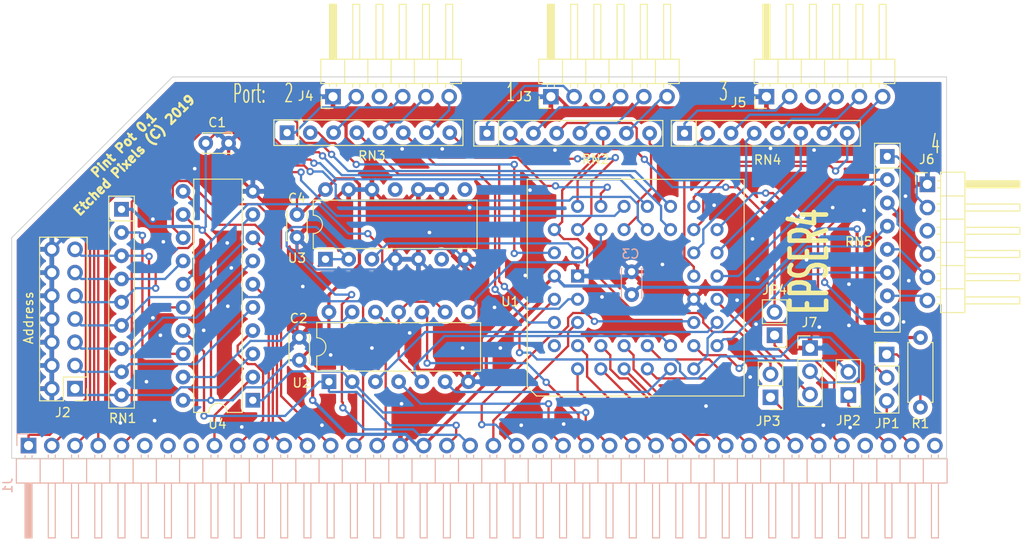
<source format=kicad_pcb>
(kicad_pcb (version 20171130) (host pcbnew 5.1.4-1.fc30)

  (general
    (thickness 1.6)
    (drawings 14)
    (tracks 797)
    (zones 0)
    (modules 25)
    (nets 86)
  )

  (page A4)
  (layers
    (0 F.Cu signal)
    (31 B.Cu signal)
    (32 B.Adhes user)
    (33 F.Adhes user)
    (34 B.Paste user)
    (35 F.Paste user)
    (36 B.SilkS user)
    (37 F.SilkS user)
    (38 B.Mask user)
    (39 F.Mask user)
    (40 Dwgs.User user)
    (41 Cmts.User user)
    (42 Eco1.User user)
    (43 Eco2.User user)
    (44 Edge.Cuts user)
    (45 Margin user)
    (46 B.CrtYd user)
    (47 F.CrtYd user)
    (48 B.Fab user hide)
    (49 F.Fab user hide)
  )

  (setup
    (last_trace_width 0.25)
    (trace_clearance 0.2)
    (zone_clearance 0.508)
    (zone_45_only no)
    (trace_min 0.2)
    (via_size 0.8)
    (via_drill 0.4)
    (via_min_size 0.4)
    (via_min_drill 0.3)
    (uvia_size 0.3)
    (uvia_drill 0.1)
    (uvias_allowed no)
    (uvia_min_size 0.2)
    (uvia_min_drill 0.1)
    (edge_width 0.1)
    (segment_width 0.2)
    (pcb_text_width 0.3)
    (pcb_text_size 1.5 1.5)
    (mod_edge_width 0.15)
    (mod_text_size 1 1)
    (mod_text_width 0.15)
    (pad_size 1.524 1.524)
    (pad_drill 0.762)
    (pad_to_mask_clearance 0)
    (aux_axis_origin 0 0)
    (visible_elements FFFFFF7F)
    (pcbplotparams
      (layerselection 0x010fc_ffffffff)
      (usegerberextensions false)
      (usegerberattributes false)
      (usegerberadvancedattributes false)
      (creategerberjobfile false)
      (excludeedgelayer true)
      (linewidth 0.100000)
      (plotframeref false)
      (viasonmask false)
      (mode 1)
      (useauxorigin false)
      (hpglpennumber 1)
      (hpglpenspeed 20)
      (hpglpendiameter 15.000000)
      (psnegative false)
      (psa4output false)
      (plotreference true)
      (plotvalue true)
      (plotinvisibletext false)
      (padsonsilk false)
      (subtractmaskfromsilk false)
      (outputformat 1)
      (mirror false)
      (drillshape 0)
      (scaleselection 1)
      (outputdirectory "/tmp/uart4"))
  )

  (net 0 "")
  (net 1 GND)
  (net 2 VCC)
  (net 3 A15)
  (net 4 A14)
  (net 5 A13)
  (net 6 A12)
  (net 7 A11)
  (net 8 A7)
  (net 9 A6)
  (net 10 A5)
  (net 11 A4)
  (net 12 A3)
  (net 13 A2)
  (net 14 A1)
  (net 15 A0)
  (net 16 M1)
  (net 17 RESET)
  (net 18 CLK)
  (net 19 INT)
  (net 20 WR)
  (net 21 RD)
  (net 22 IORQ)
  (net 23 D0)
  (net 24 D1)
  (net 25 D2)
  (net 26 D3)
  (net 27 D4)
  (net 28 D5)
  (net 29 D6)
  (net 30 D7)
  (net 31 "Net-(J1-Pad35)")
  (net 32 "Net-(J1-Pad36)")
  (net 33 IEO)
  (net 34 IEI)
  (net 35 "Net-(J2-Pad1)")
  (net 36 "Net-(J2-Pad3)")
  (net 37 "Net-(J2-Pad5)")
  (net 38 "Net-(J2-Pad7)")
  (net 39 "Net-(J2-Pad9)")
  (net 40 "Net-(J2-Pad11)")
  (net 41 "Net-(J2-Pad13)")
  (net 42 "Net-(J3-Pad6)")
  (net 43 "Net-(J3-Pad5)")
  (net 44 "Net-(J3-Pad4)")
  (net 45 "Net-(J3-Pad2)")
  (net 46 "Net-(J4-Pad2)")
  (net 47 "Net-(J4-Pad4)")
  (net 48 "Net-(J4-Pad5)")
  (net 49 "Net-(J4-Pad6)")
  (net 50 "Net-(J5-Pad6)")
  (net 51 "Net-(J5-Pad5)")
  (net 52 "Net-(J5-Pad4)")
  (net 53 "Net-(J5-Pad2)")
  (net 54 "Net-(J6-Pad2)")
  (net 55 "Net-(J6-Pad4)")
  (net 56 "Net-(J6-Pad5)")
  (net 57 "Net-(J6-Pad6)")
  (net 58 GPO0)
  (net 59 GPO1)
  (net 60 "Net-(JP1-Pad2)")
  (net 61 "Net-(JP1-Pad1)")
  (net 62 "Net-(JP2-Pad2)")
  (net 63 COM1_TX)
  (net 64 COM1_RX)
  (net 65 COM1_RTS)
  (net 66 COM1_CTS)
  (net 67 COM2_RTS)
  (net 68 COM2_RX)
  (net 69 COM2_TX)
  (net 70 COM2_CTS)
  (net 71 COM3_RTS)
  (net 72 COM3_RX)
  (net 73 COM3_TX)
  (net 74 COM3_CTS)
  (net 75 COM4_RTS)
  (net 76 COM4_RX)
  (net 77 COM4_TX)
  (net 78 COM4_CTS)
  (net 79 "Net-(RN1-Pad2)")
  (net 80 "Net-(U1-Pad43)")
  (net 81 IOCS)
  (net 82 "Net-(U1-Pad15)")
  (net 83 "Net-(U1-Pad20)")
  (net 84 "Net-(U1-Pad38)")
  (net 85 "Net-(U2-Pad13)")

  (net_class Default "This is the default net class."
    (clearance 0.2)
    (trace_width 0.25)
    (via_dia 0.8)
    (via_drill 0.4)
    (uvia_dia 0.3)
    (uvia_drill 0.1)
    (add_net A0)
    (add_net A1)
    (add_net A11)
    (add_net A12)
    (add_net A13)
    (add_net A14)
    (add_net A15)
    (add_net A2)
    (add_net A3)
    (add_net A4)
    (add_net A5)
    (add_net A6)
    (add_net A7)
    (add_net CLK)
    (add_net COM1_CTS)
    (add_net COM1_RTS)
    (add_net COM1_RX)
    (add_net COM1_TX)
    (add_net COM2_CTS)
    (add_net COM2_RTS)
    (add_net COM2_RX)
    (add_net COM2_TX)
    (add_net COM3_CTS)
    (add_net COM3_RTS)
    (add_net COM3_RX)
    (add_net COM3_TX)
    (add_net COM4_CTS)
    (add_net COM4_RTS)
    (add_net COM4_RX)
    (add_net COM4_TX)
    (add_net D0)
    (add_net D1)
    (add_net D2)
    (add_net D3)
    (add_net D4)
    (add_net D5)
    (add_net D6)
    (add_net D7)
    (add_net GPO0)
    (add_net GPO1)
    (add_net IEI)
    (add_net IEO)
    (add_net INT)
    (add_net IOCS)
    (add_net IORQ)
    (add_net M1)
    (add_net "Net-(J1-Pad35)")
    (add_net "Net-(J1-Pad36)")
    (add_net "Net-(J2-Pad1)")
    (add_net "Net-(J2-Pad11)")
    (add_net "Net-(J2-Pad13)")
    (add_net "Net-(J2-Pad3)")
    (add_net "Net-(J2-Pad5)")
    (add_net "Net-(J2-Pad7)")
    (add_net "Net-(J2-Pad9)")
    (add_net "Net-(J3-Pad2)")
    (add_net "Net-(J3-Pad4)")
    (add_net "Net-(J3-Pad5)")
    (add_net "Net-(J3-Pad6)")
    (add_net "Net-(J4-Pad2)")
    (add_net "Net-(J4-Pad4)")
    (add_net "Net-(J4-Pad5)")
    (add_net "Net-(J4-Pad6)")
    (add_net "Net-(J5-Pad2)")
    (add_net "Net-(J5-Pad4)")
    (add_net "Net-(J5-Pad5)")
    (add_net "Net-(J5-Pad6)")
    (add_net "Net-(J6-Pad2)")
    (add_net "Net-(J6-Pad4)")
    (add_net "Net-(J6-Pad5)")
    (add_net "Net-(J6-Pad6)")
    (add_net "Net-(JP1-Pad1)")
    (add_net "Net-(JP1-Pad2)")
    (add_net "Net-(JP2-Pad2)")
    (add_net "Net-(RN1-Pad2)")
    (add_net "Net-(U1-Pad15)")
    (add_net "Net-(U1-Pad20)")
    (add_net "Net-(U1-Pad38)")
    (add_net "Net-(U1-Pad43)")
    (add_net "Net-(U2-Pad13)")
    (add_net RD)
    (add_net RESET)
    (add_net WR)
  )

  (net_class Power ""
    (clearance 0.2)
    (trace_width 0.35)
    (via_dia 0.8)
    (via_drill 0.4)
    (uvia_dia 0.3)
    (uvia_drill 0.1)
    (add_net GND)
    (add_net VCC)
  )

  (module Connector_PinHeader_2.54mm:PinHeader_1x02_P2.54mm_Vertical (layer F.Cu) (tedit 59FED5CC) (tstamp 5D5DABAF)
    (at 250.7615 197.358 180)
    (descr "Through hole straight pin header, 1x02, 2.54mm pitch, single row")
    (tags "Through hole pin header THT 1x02 2.54mm single row")
    (path /5D63F824)
    (fp_text reference JP2 (at 0 -2.794) (layer F.SilkS)
      (effects (font (size 1 1) (thickness 0.15)))
    )
    (fp_text value Jumper (at 0 4.87) (layer F.Fab)
      (effects (font (size 1 1) (thickness 0.15)))
    )
    (fp_line (start -0.635 -1.27) (end 1.27 -1.27) (layer F.Fab) (width 0.1))
    (fp_line (start 1.27 -1.27) (end 1.27 3.81) (layer F.Fab) (width 0.1))
    (fp_line (start 1.27 3.81) (end -1.27 3.81) (layer F.Fab) (width 0.1))
    (fp_line (start -1.27 3.81) (end -1.27 -0.635) (layer F.Fab) (width 0.1))
    (fp_line (start -1.27 -0.635) (end -0.635 -1.27) (layer F.Fab) (width 0.1))
    (fp_line (start -1.33 3.87) (end 1.33 3.87) (layer F.SilkS) (width 0.12))
    (fp_line (start -1.33 1.27) (end -1.33 3.87) (layer F.SilkS) (width 0.12))
    (fp_line (start 1.33 1.27) (end 1.33 3.87) (layer F.SilkS) (width 0.12))
    (fp_line (start -1.33 1.27) (end 1.33 1.27) (layer F.SilkS) (width 0.12))
    (fp_line (start -1.33 0) (end -1.33 -1.33) (layer F.SilkS) (width 0.12))
    (fp_line (start -1.33 -1.33) (end 0 -1.33) (layer F.SilkS) (width 0.12))
    (fp_line (start -1.8 -1.8) (end -1.8 4.35) (layer F.CrtYd) (width 0.05))
    (fp_line (start -1.8 4.35) (end 1.8 4.35) (layer F.CrtYd) (width 0.05))
    (fp_line (start 1.8 4.35) (end 1.8 -1.8) (layer F.CrtYd) (width 0.05))
    (fp_line (start 1.8 -1.8) (end -1.8 -1.8) (layer F.CrtYd) (width 0.05))
    (fp_text user %R (at 0 1.27 90) (layer F.Fab)
      (effects (font (size 1 1) (thickness 0.15)))
    )
    (pad 1 thru_hole rect (at 0 0 180) (size 1.7 1.7) (drill 1) (layers *.Cu *.Mask)
      (net 33 IEO))
    (pad 2 thru_hole oval (at 0 2.54 180) (size 1.7 1.7) (drill 1) (layers *.Cu *.Mask)
      (net 62 "Net-(JP2-Pad2)"))
    (model ${KISYS3DMOD}/Connector_PinHeader_2.54mm.3dshapes/PinHeader_1x02_P2.54mm_Vertical.wrl
      (at (xyz 0 0 0))
      (scale (xyz 1 1 1))
      (rotate (xyz 0 0 0))
    )
  )

  (module Capacitor_THT:C_Disc_D3.0mm_W2.0mm_P2.50mm (layer F.Cu) (tedit 5AE50EF0) (tstamp 5D5DCD79)
    (at 180.5305 169.799)
    (descr "C, Disc series, Radial, pin pitch=2.50mm, , diameter*width=3*2mm^2, Capacitor")
    (tags "C Disc series Radial pin pitch 2.50mm  diameter 3mm width 2mm Capacitor")
    (path /5D71A109)
    (fp_text reference C1 (at 1.25 -2.25) (layer F.SilkS)
      (effects (font (size 1 1) (thickness 0.15)))
    )
    (fp_text value 0.1uF (at 1.25 2.25) (layer F.Fab)
      (effects (font (size 1 1) (thickness 0.15)))
    )
    (fp_text user %R (at 1.25 0) (layer F.Fab)
      (effects (font (size 0.6 0.6) (thickness 0.09)))
    )
    (fp_line (start 3.55 -1.25) (end -1.05 -1.25) (layer F.CrtYd) (width 0.05))
    (fp_line (start 3.55 1.25) (end 3.55 -1.25) (layer F.CrtYd) (width 0.05))
    (fp_line (start -1.05 1.25) (end 3.55 1.25) (layer F.CrtYd) (width 0.05))
    (fp_line (start -1.05 -1.25) (end -1.05 1.25) (layer F.CrtYd) (width 0.05))
    (fp_line (start 2.87 1.055) (end 2.87 1.12) (layer F.SilkS) (width 0.12))
    (fp_line (start 2.87 -1.12) (end 2.87 -1.055) (layer F.SilkS) (width 0.12))
    (fp_line (start -0.37 1.055) (end -0.37 1.12) (layer F.SilkS) (width 0.12))
    (fp_line (start -0.37 -1.12) (end -0.37 -1.055) (layer F.SilkS) (width 0.12))
    (fp_line (start -0.37 1.12) (end 2.87 1.12) (layer F.SilkS) (width 0.12))
    (fp_line (start -0.37 -1.12) (end 2.87 -1.12) (layer F.SilkS) (width 0.12))
    (fp_line (start 2.75 -1) (end -0.25 -1) (layer F.Fab) (width 0.1))
    (fp_line (start 2.75 1) (end 2.75 -1) (layer F.Fab) (width 0.1))
    (fp_line (start -0.25 1) (end 2.75 1) (layer F.Fab) (width 0.1))
    (fp_line (start -0.25 -1) (end -0.25 1) (layer F.Fab) (width 0.1))
    (pad 2 thru_hole circle (at 2.5 0) (size 1.6 1.6) (drill 0.8) (layers *.Cu *.Mask)
      (net 1 GND))
    (pad 1 thru_hole circle (at 0 0) (size 1.6 1.6) (drill 0.8) (layers *.Cu *.Mask)
      (net 2 VCC))
    (model ${KISYS3DMOD}/Capacitor_THT.3dshapes/C_Disc_D3.0mm_W2.0mm_P2.50mm.wrl
      (at (xyz 0 0 0))
      (scale (xyz 1 1 1))
      (rotate (xyz 0 0 0))
    )
  )

  (module Capacitor_THT:C_Disc_D3.0mm_W2.0mm_P2.50mm (layer F.Cu) (tedit 5AE50EF0) (tstamp 5D5DA760)
    (at 190.754 193.548 90)
    (descr "C, Disc series, Radial, pin pitch=2.50mm, , diameter*width=3*2mm^2, Capacitor")
    (tags "C Disc series Radial pin pitch 2.50mm  diameter 3mm width 2mm Capacitor")
    (path /5D71BD7B)
    (fp_text reference C2 (at 4.572 -0.0635 180) (layer F.SilkS)
      (effects (font (size 1 1) (thickness 0.15)))
    )
    (fp_text value 0.1uF (at 1.25 2.25 90) (layer F.Fab)
      (effects (font (size 1 1) (thickness 0.15)))
    )
    (fp_line (start -0.25 -1) (end -0.25 1) (layer F.Fab) (width 0.1))
    (fp_line (start -0.25 1) (end 2.75 1) (layer F.Fab) (width 0.1))
    (fp_line (start 2.75 1) (end 2.75 -1) (layer F.Fab) (width 0.1))
    (fp_line (start 2.75 -1) (end -0.25 -1) (layer F.Fab) (width 0.1))
    (fp_line (start -0.37 -1.12) (end 2.87 -1.12) (layer F.SilkS) (width 0.12))
    (fp_line (start -0.37 1.12) (end 2.87 1.12) (layer F.SilkS) (width 0.12))
    (fp_line (start -0.37 -1.12) (end -0.37 -1.055) (layer F.SilkS) (width 0.12))
    (fp_line (start -0.37 1.055) (end -0.37 1.12) (layer F.SilkS) (width 0.12))
    (fp_line (start 2.87 -1.12) (end 2.87 -1.055) (layer F.SilkS) (width 0.12))
    (fp_line (start 2.87 1.055) (end 2.87 1.12) (layer F.SilkS) (width 0.12))
    (fp_line (start -1.05 -1.25) (end -1.05 1.25) (layer F.CrtYd) (width 0.05))
    (fp_line (start -1.05 1.25) (end 3.55 1.25) (layer F.CrtYd) (width 0.05))
    (fp_line (start 3.55 1.25) (end 3.55 -1.25) (layer F.CrtYd) (width 0.05))
    (fp_line (start 3.55 -1.25) (end -1.05 -1.25) (layer F.CrtYd) (width 0.05))
    (fp_text user %R (at 1.25 0 90) (layer F.Fab)
      (effects (font (size 0.6 0.6) (thickness 0.09)))
    )
    (pad 1 thru_hole circle (at 0 0 90) (size 1.6 1.6) (drill 0.8) (layers *.Cu *.Mask)
      (net 2 VCC))
    (pad 2 thru_hole circle (at 2.5 0 90) (size 1.6 1.6) (drill 0.8) (layers *.Cu *.Mask)
      (net 1 GND))
    (model ${KISYS3DMOD}/Capacitor_THT.3dshapes/C_Disc_D3.0mm_W2.0mm_P2.50mm.wrl
      (at (xyz 0 0 0))
      (scale (xyz 1 1 1))
      (rotate (xyz 0 0 0))
    )
  )

  (module Capacitor_THT:C_Disc_D3.0mm_W2.0mm_P2.50mm (layer B.Cu) (tedit 5AE50EF0) (tstamp 5D5DA775)
    (at 227.076 186.3725 90)
    (descr "C, Disc series, Radial, pin pitch=2.50mm, , diameter*width=3*2mm^2, Capacitor")
    (tags "C Disc series Radial pin pitch 2.50mm  diameter 3mm width 2mm Capacitor")
    (path /5D71C0A8)
    (fp_text reference C3 (at 4.445 -0.127 180) (layer B.SilkS)
      (effects (font (size 1 1) (thickness 0.15)) (justify mirror))
    )
    (fp_text value 0.1uF (at 1.25 -2.25 270) (layer B.Fab)
      (effects (font (size 1 1) (thickness 0.15)) (justify mirror))
    )
    (fp_text user %R (at 1.25 0 270) (layer B.Fab)
      (effects (font (size 0.6 0.6) (thickness 0.09)) (justify mirror))
    )
    (fp_line (start 3.55 1.25) (end -1.05 1.25) (layer B.CrtYd) (width 0.05))
    (fp_line (start 3.55 -1.25) (end 3.55 1.25) (layer B.CrtYd) (width 0.05))
    (fp_line (start -1.05 -1.25) (end 3.55 -1.25) (layer B.CrtYd) (width 0.05))
    (fp_line (start -1.05 1.25) (end -1.05 -1.25) (layer B.CrtYd) (width 0.05))
    (fp_line (start 2.87 -1.055) (end 2.87 -1.12) (layer B.SilkS) (width 0.12))
    (fp_line (start 2.87 1.12) (end 2.87 1.055) (layer B.SilkS) (width 0.12))
    (fp_line (start -0.37 -1.055) (end -0.37 -1.12) (layer B.SilkS) (width 0.12))
    (fp_line (start -0.37 1.12) (end -0.37 1.055) (layer B.SilkS) (width 0.12))
    (fp_line (start -0.37 -1.12) (end 2.87 -1.12) (layer B.SilkS) (width 0.12))
    (fp_line (start -0.37 1.12) (end 2.87 1.12) (layer B.SilkS) (width 0.12))
    (fp_line (start 2.75 1) (end -0.25 1) (layer B.Fab) (width 0.1))
    (fp_line (start 2.75 -1) (end 2.75 1) (layer B.Fab) (width 0.1))
    (fp_line (start -0.25 -1) (end 2.75 -1) (layer B.Fab) (width 0.1))
    (fp_line (start -0.25 1) (end -0.25 -1) (layer B.Fab) (width 0.1))
    (pad 2 thru_hole circle (at 2.5 0 90) (size 1.6 1.6) (drill 0.8) (layers *.Cu *.Mask)
      (net 1 GND))
    (pad 1 thru_hole circle (at 0 0 90) (size 1.6 1.6) (drill 0.8) (layers *.Cu *.Mask)
      (net 2 VCC))
    (model ${KISYS3DMOD}/Capacitor_THT.3dshapes/C_Disc_D3.0mm_W2.0mm_P2.50mm.wrl
      (at (xyz 0 0 0))
      (scale (xyz 1 1 1))
      (rotate (xyz 0 0 0))
    )
  )

  (module Capacitor_THT:C_Disc_D3.0mm_W2.0mm_P2.50mm (layer F.Cu) (tedit 5AE50EF0) (tstamp 5D5DCE5A)
    (at 190.5 177.6095 270)
    (descr "C, Disc series, Radial, pin pitch=2.50mm, , diameter*width=3*2mm^2, Capacitor")
    (tags "C Disc series Radial pin pitch 2.50mm  diameter 3mm width 2mm Capacitor")
    (path /5D71C4AC)
    (fp_text reference C4 (at -1.778 0 180) (layer F.SilkS)
      (effects (font (size 1 1) (thickness 0.15)))
    )
    (fp_text value 0.1uF (at 1.25 2.25 90) (layer F.Fab)
      (effects (font (size 1 1) (thickness 0.15)))
    )
    (fp_line (start -0.25 -1) (end -0.25 1) (layer F.Fab) (width 0.1))
    (fp_line (start -0.25 1) (end 2.75 1) (layer F.Fab) (width 0.1))
    (fp_line (start 2.75 1) (end 2.75 -1) (layer F.Fab) (width 0.1))
    (fp_line (start 2.75 -1) (end -0.25 -1) (layer F.Fab) (width 0.1))
    (fp_line (start -0.37 -1.12) (end 2.87 -1.12) (layer F.SilkS) (width 0.12))
    (fp_line (start -0.37 1.12) (end 2.87 1.12) (layer F.SilkS) (width 0.12))
    (fp_line (start -0.37 -1.12) (end -0.37 -1.055) (layer F.SilkS) (width 0.12))
    (fp_line (start -0.37 1.055) (end -0.37 1.12) (layer F.SilkS) (width 0.12))
    (fp_line (start 2.87 -1.12) (end 2.87 -1.055) (layer F.SilkS) (width 0.12))
    (fp_line (start 2.87 1.055) (end 2.87 1.12) (layer F.SilkS) (width 0.12))
    (fp_line (start -1.05 -1.25) (end -1.05 1.25) (layer F.CrtYd) (width 0.05))
    (fp_line (start -1.05 1.25) (end 3.55 1.25) (layer F.CrtYd) (width 0.05))
    (fp_line (start 3.55 1.25) (end 3.55 -1.25) (layer F.CrtYd) (width 0.05))
    (fp_line (start 3.55 -1.25) (end -1.05 -1.25) (layer F.CrtYd) (width 0.05))
    (fp_text user %R (at 1.678499 -0.965001 90) (layer F.Fab)
      (effects (font (size 0.6 0.6) (thickness 0.09)))
    )
    (pad 1 thru_hole circle (at 0 0 270) (size 1.6 1.6) (drill 0.8) (layers *.Cu *.Mask)
      (net 2 VCC))
    (pad 2 thru_hole circle (at 2.5 0 270) (size 1.6 1.6) (drill 0.8) (layers *.Cu *.Mask)
      (net 1 GND))
    (model ${KISYS3DMOD}/Capacitor_THT.3dshapes/C_Disc_D3.0mm_W2.0mm_P2.50mm.wrl
      (at (xyz 0 0 0))
      (scale (xyz 1 1 1))
      (rotate (xyz 0 0 0))
    )
  )

  (module Connector_PinHeader_2.54mm:PinHeader_1x40_P2.54mm_Horizontal (layer B.Cu) (tedit 59FED5CB) (tstamp 5D5DA9AB)
    (at 161.163 202.8825 270)
    (descr "Through hole angled pin header, 1x40, 2.54mm pitch, 6mm pin length, single row")
    (tags "Through hole angled pin header THT 1x40 2.54mm single row")
    (path /5D4D81A3)
    (fp_text reference J1 (at 4.385 2.27 270) (layer B.SilkS)
      (effects (font (size 1 1) (thickness 0.15)) (justify mirror))
    )
    (fp_text value Conn_01x40 (at 4.385 -101.33 270) (layer B.Fab)
      (effects (font (size 1 1) (thickness 0.15)) (justify mirror))
    )
    (fp_line (start 2.135 1.27) (end 4.04 1.27) (layer B.Fab) (width 0.1))
    (fp_line (start 4.04 1.27) (end 4.04 -100.33) (layer B.Fab) (width 0.1))
    (fp_line (start 4.04 -100.33) (end 1.5 -100.33) (layer B.Fab) (width 0.1))
    (fp_line (start 1.5 -100.33) (end 1.5 0.635) (layer B.Fab) (width 0.1))
    (fp_line (start 1.5 0.635) (end 2.135 1.27) (layer B.Fab) (width 0.1))
    (fp_line (start -0.32 0.32) (end 1.5 0.32) (layer B.Fab) (width 0.1))
    (fp_line (start -0.32 0.32) (end -0.32 -0.32) (layer B.Fab) (width 0.1))
    (fp_line (start -0.32 -0.32) (end 1.5 -0.32) (layer B.Fab) (width 0.1))
    (fp_line (start 4.04 0.32) (end 10.04 0.32) (layer B.Fab) (width 0.1))
    (fp_line (start 10.04 0.32) (end 10.04 -0.32) (layer B.Fab) (width 0.1))
    (fp_line (start 4.04 -0.32) (end 10.04 -0.32) (layer B.Fab) (width 0.1))
    (fp_line (start -0.32 -2.22) (end 1.5 -2.22) (layer B.Fab) (width 0.1))
    (fp_line (start -0.32 -2.22) (end -0.32 -2.86) (layer B.Fab) (width 0.1))
    (fp_line (start -0.32 -2.86) (end 1.5 -2.86) (layer B.Fab) (width 0.1))
    (fp_line (start 4.04 -2.22) (end 10.04 -2.22) (layer B.Fab) (width 0.1))
    (fp_line (start 10.04 -2.22) (end 10.04 -2.86) (layer B.Fab) (width 0.1))
    (fp_line (start 4.04 -2.86) (end 10.04 -2.86) (layer B.Fab) (width 0.1))
    (fp_line (start -0.32 -4.76) (end 1.5 -4.76) (layer B.Fab) (width 0.1))
    (fp_line (start -0.32 -4.76) (end -0.32 -5.4) (layer B.Fab) (width 0.1))
    (fp_line (start -0.32 -5.4) (end 1.5 -5.4) (layer B.Fab) (width 0.1))
    (fp_line (start 4.04 -4.76) (end 10.04 -4.76) (layer B.Fab) (width 0.1))
    (fp_line (start 10.04 -4.76) (end 10.04 -5.4) (layer B.Fab) (width 0.1))
    (fp_line (start 4.04 -5.4) (end 10.04 -5.4) (layer B.Fab) (width 0.1))
    (fp_line (start -0.32 -7.3) (end 1.5 -7.3) (layer B.Fab) (width 0.1))
    (fp_line (start -0.32 -7.3) (end -0.32 -7.94) (layer B.Fab) (width 0.1))
    (fp_line (start -0.32 -7.94) (end 1.5 -7.94) (layer B.Fab) (width 0.1))
    (fp_line (start 4.04 -7.3) (end 10.04 -7.3) (layer B.Fab) (width 0.1))
    (fp_line (start 10.04 -7.3) (end 10.04 -7.94) (layer B.Fab) (width 0.1))
    (fp_line (start 4.04 -7.94) (end 10.04 -7.94) (layer B.Fab) (width 0.1))
    (fp_line (start -0.32 -9.84) (end 1.5 -9.84) (layer B.Fab) (width 0.1))
    (fp_line (start -0.32 -9.84) (end -0.32 -10.48) (layer B.Fab) (width 0.1))
    (fp_line (start -0.32 -10.48) (end 1.5 -10.48) (layer B.Fab) (width 0.1))
    (fp_line (start 4.04 -9.84) (end 10.04 -9.84) (layer B.Fab) (width 0.1))
    (fp_line (start 10.04 -9.84) (end 10.04 -10.48) (layer B.Fab) (width 0.1))
    (fp_line (start 4.04 -10.48) (end 10.04 -10.48) (layer B.Fab) (width 0.1))
    (fp_line (start -0.32 -12.38) (end 1.5 -12.38) (layer B.Fab) (width 0.1))
    (fp_line (start -0.32 -12.38) (end -0.32 -13.02) (layer B.Fab) (width 0.1))
    (fp_line (start -0.32 -13.02) (end 1.5 -13.02) (layer B.Fab) (width 0.1))
    (fp_line (start 4.04 -12.38) (end 10.04 -12.38) (layer B.Fab) (width 0.1))
    (fp_line (start 10.04 -12.38) (end 10.04 -13.02) (layer B.Fab) (width 0.1))
    (fp_line (start 4.04 -13.02) (end 10.04 -13.02) (layer B.Fab) (width 0.1))
    (fp_line (start -0.32 -14.92) (end 1.5 -14.92) (layer B.Fab) (width 0.1))
    (fp_line (start -0.32 -14.92) (end -0.32 -15.56) (layer B.Fab) (width 0.1))
    (fp_line (start -0.32 -15.56) (end 1.5 -15.56) (layer B.Fab) (width 0.1))
    (fp_line (start 4.04 -14.92) (end 10.04 -14.92) (layer B.Fab) (width 0.1))
    (fp_line (start 10.04 -14.92) (end 10.04 -15.56) (layer B.Fab) (width 0.1))
    (fp_line (start 4.04 -15.56) (end 10.04 -15.56) (layer B.Fab) (width 0.1))
    (fp_line (start -0.32 -17.46) (end 1.5 -17.46) (layer B.Fab) (width 0.1))
    (fp_line (start -0.32 -17.46) (end -0.32 -18.1) (layer B.Fab) (width 0.1))
    (fp_line (start -0.32 -18.1) (end 1.5 -18.1) (layer B.Fab) (width 0.1))
    (fp_line (start 4.04 -17.46) (end 10.04 -17.46) (layer B.Fab) (width 0.1))
    (fp_line (start 10.04 -17.46) (end 10.04 -18.1) (layer B.Fab) (width 0.1))
    (fp_line (start 4.04 -18.1) (end 10.04 -18.1) (layer B.Fab) (width 0.1))
    (fp_line (start -0.32 -20) (end 1.5 -20) (layer B.Fab) (width 0.1))
    (fp_line (start -0.32 -20) (end -0.32 -20.64) (layer B.Fab) (width 0.1))
    (fp_line (start -0.32 -20.64) (end 1.5 -20.64) (layer B.Fab) (width 0.1))
    (fp_line (start 4.04 -20) (end 10.04 -20) (layer B.Fab) (width 0.1))
    (fp_line (start 10.04 -20) (end 10.04 -20.64) (layer B.Fab) (width 0.1))
    (fp_line (start 4.04 -20.64) (end 10.04 -20.64) (layer B.Fab) (width 0.1))
    (fp_line (start -0.32 -22.54) (end 1.5 -22.54) (layer B.Fab) (width 0.1))
    (fp_line (start -0.32 -22.54) (end -0.32 -23.18) (layer B.Fab) (width 0.1))
    (fp_line (start -0.32 -23.18) (end 1.5 -23.18) (layer B.Fab) (width 0.1))
    (fp_line (start 4.04 -22.54) (end 10.04 -22.54) (layer B.Fab) (width 0.1))
    (fp_line (start 10.04 -22.54) (end 10.04 -23.18) (layer B.Fab) (width 0.1))
    (fp_line (start 4.04 -23.18) (end 10.04 -23.18) (layer B.Fab) (width 0.1))
    (fp_line (start -0.32 -25.08) (end 1.5 -25.08) (layer B.Fab) (width 0.1))
    (fp_line (start -0.32 -25.08) (end -0.32 -25.72) (layer B.Fab) (width 0.1))
    (fp_line (start -0.32 -25.72) (end 1.5 -25.72) (layer B.Fab) (width 0.1))
    (fp_line (start 4.04 -25.08) (end 10.04 -25.08) (layer B.Fab) (width 0.1))
    (fp_line (start 10.04 -25.08) (end 10.04 -25.72) (layer B.Fab) (width 0.1))
    (fp_line (start 4.04 -25.72) (end 10.04 -25.72) (layer B.Fab) (width 0.1))
    (fp_line (start -0.32 -27.62) (end 1.5 -27.62) (layer B.Fab) (width 0.1))
    (fp_line (start -0.32 -27.62) (end -0.32 -28.26) (layer B.Fab) (width 0.1))
    (fp_line (start -0.32 -28.26) (end 1.5 -28.26) (layer B.Fab) (width 0.1))
    (fp_line (start 4.04 -27.62) (end 10.04 -27.62) (layer B.Fab) (width 0.1))
    (fp_line (start 10.04 -27.62) (end 10.04 -28.26) (layer B.Fab) (width 0.1))
    (fp_line (start 4.04 -28.26) (end 10.04 -28.26) (layer B.Fab) (width 0.1))
    (fp_line (start -0.32 -30.16) (end 1.5 -30.16) (layer B.Fab) (width 0.1))
    (fp_line (start -0.32 -30.16) (end -0.32 -30.8) (layer B.Fab) (width 0.1))
    (fp_line (start -0.32 -30.8) (end 1.5 -30.8) (layer B.Fab) (width 0.1))
    (fp_line (start 4.04 -30.16) (end 10.04 -30.16) (layer B.Fab) (width 0.1))
    (fp_line (start 10.04 -30.16) (end 10.04 -30.8) (layer B.Fab) (width 0.1))
    (fp_line (start 4.04 -30.8) (end 10.04 -30.8) (layer B.Fab) (width 0.1))
    (fp_line (start -0.32 -32.7) (end 1.5 -32.7) (layer B.Fab) (width 0.1))
    (fp_line (start -0.32 -32.7) (end -0.32 -33.34) (layer B.Fab) (width 0.1))
    (fp_line (start -0.32 -33.34) (end 1.5 -33.34) (layer B.Fab) (width 0.1))
    (fp_line (start 4.04 -32.7) (end 10.04 -32.7) (layer B.Fab) (width 0.1))
    (fp_line (start 10.04 -32.7) (end 10.04 -33.34) (layer B.Fab) (width 0.1))
    (fp_line (start 4.04 -33.34) (end 10.04 -33.34) (layer B.Fab) (width 0.1))
    (fp_line (start -0.32 -35.24) (end 1.5 -35.24) (layer B.Fab) (width 0.1))
    (fp_line (start -0.32 -35.24) (end -0.32 -35.88) (layer B.Fab) (width 0.1))
    (fp_line (start -0.32 -35.88) (end 1.5 -35.88) (layer B.Fab) (width 0.1))
    (fp_line (start 4.04 -35.24) (end 10.04 -35.24) (layer B.Fab) (width 0.1))
    (fp_line (start 10.04 -35.24) (end 10.04 -35.88) (layer B.Fab) (width 0.1))
    (fp_line (start 4.04 -35.88) (end 10.04 -35.88) (layer B.Fab) (width 0.1))
    (fp_line (start -0.32 -37.78) (end 1.5 -37.78) (layer B.Fab) (width 0.1))
    (fp_line (start -0.32 -37.78) (end -0.32 -38.42) (layer B.Fab) (width 0.1))
    (fp_line (start -0.32 -38.42) (end 1.5 -38.42) (layer B.Fab) (width 0.1))
    (fp_line (start 4.04 -37.78) (end 10.04 -37.78) (layer B.Fab) (width 0.1))
    (fp_line (start 10.04 -37.78) (end 10.04 -38.42) (layer B.Fab) (width 0.1))
    (fp_line (start 4.04 -38.42) (end 10.04 -38.42) (layer B.Fab) (width 0.1))
    (fp_line (start -0.32 -40.32) (end 1.5 -40.32) (layer B.Fab) (width 0.1))
    (fp_line (start -0.32 -40.32) (end -0.32 -40.96) (layer B.Fab) (width 0.1))
    (fp_line (start -0.32 -40.96) (end 1.5 -40.96) (layer B.Fab) (width 0.1))
    (fp_line (start 4.04 -40.32) (end 10.04 -40.32) (layer B.Fab) (width 0.1))
    (fp_line (start 10.04 -40.32) (end 10.04 -40.96) (layer B.Fab) (width 0.1))
    (fp_line (start 4.04 -40.96) (end 10.04 -40.96) (layer B.Fab) (width 0.1))
    (fp_line (start -0.32 -42.86) (end 1.5 -42.86) (layer B.Fab) (width 0.1))
    (fp_line (start -0.32 -42.86) (end -0.32 -43.5) (layer B.Fab) (width 0.1))
    (fp_line (start -0.32 -43.5) (end 1.5 -43.5) (layer B.Fab) (width 0.1))
    (fp_line (start 4.04 -42.86) (end 10.04 -42.86) (layer B.Fab) (width 0.1))
    (fp_line (start 10.04 -42.86) (end 10.04 -43.5) (layer B.Fab) (width 0.1))
    (fp_line (start 4.04 -43.5) (end 10.04 -43.5) (layer B.Fab) (width 0.1))
    (fp_line (start -0.32 -45.4) (end 1.5 -45.4) (layer B.Fab) (width 0.1))
    (fp_line (start -0.32 -45.4) (end -0.32 -46.04) (layer B.Fab) (width 0.1))
    (fp_line (start -0.32 -46.04) (end 1.5 -46.04) (layer B.Fab) (width 0.1))
    (fp_line (start 4.04 -45.4) (end 10.04 -45.4) (layer B.Fab) (width 0.1))
    (fp_line (start 10.04 -45.4) (end 10.04 -46.04) (layer B.Fab) (width 0.1))
    (fp_line (start 4.04 -46.04) (end 10.04 -46.04) (layer B.Fab) (width 0.1))
    (fp_line (start -0.32 -47.94) (end 1.5 -47.94) (layer B.Fab) (width 0.1))
    (fp_line (start -0.32 -47.94) (end -0.32 -48.58) (layer B.Fab) (width 0.1))
    (fp_line (start -0.32 -48.58) (end 1.5 -48.58) (layer B.Fab) (width 0.1))
    (fp_line (start 4.04 -47.94) (end 10.04 -47.94) (layer B.Fab) (width 0.1))
    (fp_line (start 10.04 -47.94) (end 10.04 -48.58) (layer B.Fab) (width 0.1))
    (fp_line (start 4.04 -48.58) (end 10.04 -48.58) (layer B.Fab) (width 0.1))
    (fp_line (start -0.32 -50.48) (end 1.5 -50.48) (layer B.Fab) (width 0.1))
    (fp_line (start -0.32 -50.48) (end -0.32 -51.12) (layer B.Fab) (width 0.1))
    (fp_line (start -0.32 -51.12) (end 1.5 -51.12) (layer B.Fab) (width 0.1))
    (fp_line (start 4.04 -50.48) (end 10.04 -50.48) (layer B.Fab) (width 0.1))
    (fp_line (start 10.04 -50.48) (end 10.04 -51.12) (layer B.Fab) (width 0.1))
    (fp_line (start 4.04 -51.12) (end 10.04 -51.12) (layer B.Fab) (width 0.1))
    (fp_line (start -0.32 -53.02) (end 1.5 -53.02) (layer B.Fab) (width 0.1))
    (fp_line (start -0.32 -53.02) (end -0.32 -53.66) (layer B.Fab) (width 0.1))
    (fp_line (start -0.32 -53.66) (end 1.5 -53.66) (layer B.Fab) (width 0.1))
    (fp_line (start 4.04 -53.02) (end 10.04 -53.02) (layer B.Fab) (width 0.1))
    (fp_line (start 10.04 -53.02) (end 10.04 -53.66) (layer B.Fab) (width 0.1))
    (fp_line (start 4.04 -53.66) (end 10.04 -53.66) (layer B.Fab) (width 0.1))
    (fp_line (start -0.32 -55.56) (end 1.5 -55.56) (layer B.Fab) (width 0.1))
    (fp_line (start -0.32 -55.56) (end -0.32 -56.2) (layer B.Fab) (width 0.1))
    (fp_line (start -0.32 -56.2) (end 1.5 -56.2) (layer B.Fab) (width 0.1))
    (fp_line (start 4.04 -55.56) (end 10.04 -55.56) (layer B.Fab) (width 0.1))
    (fp_line (start 10.04 -55.56) (end 10.04 -56.2) (layer B.Fab) (width 0.1))
    (fp_line (start 4.04 -56.2) (end 10.04 -56.2) (layer B.Fab) (width 0.1))
    (fp_line (start -0.32 -58.1) (end 1.5 -58.1) (layer B.Fab) (width 0.1))
    (fp_line (start -0.32 -58.1) (end -0.32 -58.74) (layer B.Fab) (width 0.1))
    (fp_line (start -0.32 -58.74) (end 1.5 -58.74) (layer B.Fab) (width 0.1))
    (fp_line (start 4.04 -58.1) (end 10.04 -58.1) (layer B.Fab) (width 0.1))
    (fp_line (start 10.04 -58.1) (end 10.04 -58.74) (layer B.Fab) (width 0.1))
    (fp_line (start 4.04 -58.74) (end 10.04 -58.74) (layer B.Fab) (width 0.1))
    (fp_line (start -0.32 -60.64) (end 1.5 -60.64) (layer B.Fab) (width 0.1))
    (fp_line (start -0.32 -60.64) (end -0.32 -61.28) (layer B.Fab) (width 0.1))
    (fp_line (start -0.32 -61.28) (end 1.5 -61.28) (layer B.Fab) (width 0.1))
    (fp_line (start 4.04 -60.64) (end 10.04 -60.64) (layer B.Fab) (width 0.1))
    (fp_line (start 10.04 -60.64) (end 10.04 -61.28) (layer B.Fab) (width 0.1))
    (fp_line (start 4.04 -61.28) (end 10.04 -61.28) (layer B.Fab) (width 0.1))
    (fp_line (start -0.32 -63.18) (end 1.5 -63.18) (layer B.Fab) (width 0.1))
    (fp_line (start -0.32 -63.18) (end -0.32 -63.82) (layer B.Fab) (width 0.1))
    (fp_line (start -0.32 -63.82) (end 1.5 -63.82) (layer B.Fab) (width 0.1))
    (fp_line (start 4.04 -63.18) (end 10.04 -63.18) (layer B.Fab) (width 0.1))
    (fp_line (start 10.04 -63.18) (end 10.04 -63.82) (layer B.Fab) (width 0.1))
    (fp_line (start 4.04 -63.82) (end 10.04 -63.82) (layer B.Fab) (width 0.1))
    (fp_line (start -0.32 -65.72) (end 1.5 -65.72) (layer B.Fab) (width 0.1))
    (fp_line (start -0.32 -65.72) (end -0.32 -66.36) (layer B.Fab) (width 0.1))
    (fp_line (start -0.32 -66.36) (end 1.5 -66.36) (layer B.Fab) (width 0.1))
    (fp_line (start 4.04 -65.72) (end 10.04 -65.72) (layer B.Fab) (width 0.1))
    (fp_line (start 10.04 -65.72) (end 10.04 -66.36) (layer B.Fab) (width 0.1))
    (fp_line (start 4.04 -66.36) (end 10.04 -66.36) (layer B.Fab) (width 0.1))
    (fp_line (start -0.32 -68.26) (end 1.5 -68.26) (layer B.Fab) (width 0.1))
    (fp_line (start -0.32 -68.26) (end -0.32 -68.9) (layer B.Fab) (width 0.1))
    (fp_line (start -0.32 -68.9) (end 1.5 -68.9) (layer B.Fab) (width 0.1))
    (fp_line (start 4.04 -68.26) (end 10.04 -68.26) (layer B.Fab) (width 0.1))
    (fp_line (start 10.04 -68.26) (end 10.04 -68.9) (layer B.Fab) (width 0.1))
    (fp_line (start 4.04 -68.9) (end 10.04 -68.9) (layer B.Fab) (width 0.1))
    (fp_line (start -0.32 -70.8) (end 1.5 -70.8) (layer B.Fab) (width 0.1))
    (fp_line (start -0.32 -70.8) (end -0.32 -71.44) (layer B.Fab) (width 0.1))
    (fp_line (start -0.32 -71.44) (end 1.5 -71.44) (layer B.Fab) (width 0.1))
    (fp_line (start 4.04 -70.8) (end 10.04 -70.8) (layer B.Fab) (width 0.1))
    (fp_line (start 10.04 -70.8) (end 10.04 -71.44) (layer B.Fab) (width 0.1))
    (fp_line (start 4.04 -71.44) (end 10.04 -71.44) (layer B.Fab) (width 0.1))
    (fp_line (start -0.32 -73.34) (end 1.5 -73.34) (layer B.Fab) (width 0.1))
    (fp_line (start -0.32 -73.34) (end -0.32 -73.98) (layer B.Fab) (width 0.1))
    (fp_line (start -0.32 -73.98) (end 1.5 -73.98) (layer B.Fab) (width 0.1))
    (fp_line (start 4.04 -73.34) (end 10.04 -73.34) (layer B.Fab) (width 0.1))
    (fp_line (start 10.04 -73.34) (end 10.04 -73.98) (layer B.Fab) (width 0.1))
    (fp_line (start 4.04 -73.98) (end 10.04 -73.98) (layer B.Fab) (width 0.1))
    (fp_line (start -0.32 -75.88) (end 1.5 -75.88) (layer B.Fab) (width 0.1))
    (fp_line (start -0.32 -75.88) (end -0.32 -76.52) (layer B.Fab) (width 0.1))
    (fp_line (start -0.32 -76.52) (end 1.5 -76.52) (layer B.Fab) (width 0.1))
    (fp_line (start 4.04 -75.88) (end 10.04 -75.88) (layer B.Fab) (width 0.1))
    (fp_line (start 10.04 -75.88) (end 10.04 -76.52) (layer B.Fab) (width 0.1))
    (fp_line (start 4.04 -76.52) (end 10.04 -76.52) (layer B.Fab) (width 0.1))
    (fp_line (start -0.32 -78.42) (end 1.5 -78.42) (layer B.Fab) (width 0.1))
    (fp_line (start -0.32 -78.42) (end -0.32 -79.06) (layer B.Fab) (width 0.1))
    (fp_line (start -0.32 -79.06) (end 1.5 -79.06) (layer B.Fab) (width 0.1))
    (fp_line (start 4.04 -78.42) (end 10.04 -78.42) (layer B.Fab) (width 0.1))
    (fp_line (start 10.04 -78.42) (end 10.04 -79.06) (layer B.Fab) (width 0.1))
    (fp_line (start 4.04 -79.06) (end 10.04 -79.06) (layer B.Fab) (width 0.1))
    (fp_line (start -0.32 -80.96) (end 1.5 -80.96) (layer B.Fab) (width 0.1))
    (fp_line (start -0.32 -80.96) (end -0.32 -81.6) (layer B.Fab) (width 0.1))
    (fp_line (start -0.32 -81.6) (end 1.5 -81.6) (layer B.Fab) (width 0.1))
    (fp_line (start 4.04 -80.96) (end 10.04 -80.96) (layer B.Fab) (width 0.1))
    (fp_line (start 10.04 -80.96) (end 10.04 -81.6) (layer B.Fab) (width 0.1))
    (fp_line (start 4.04 -81.6) (end 10.04 -81.6) (layer B.Fab) (width 0.1))
    (fp_line (start -0.32 -83.5) (end 1.5 -83.5) (layer B.Fab) (width 0.1))
    (fp_line (start -0.32 -83.5) (end -0.32 -84.14) (layer B.Fab) (width 0.1))
    (fp_line (start -0.32 -84.14) (end 1.5 -84.14) (layer B.Fab) (width 0.1))
    (fp_line (start 4.04 -83.5) (end 10.04 -83.5) (layer B.Fab) (width 0.1))
    (fp_line (start 10.04 -83.5) (end 10.04 -84.14) (layer B.Fab) (width 0.1))
    (fp_line (start 4.04 -84.14) (end 10.04 -84.14) (layer B.Fab) (width 0.1))
    (fp_line (start -0.32 -86.04) (end 1.5 -86.04) (layer B.Fab) (width 0.1))
    (fp_line (start -0.32 -86.04) (end -0.32 -86.68) (layer B.Fab) (width 0.1))
    (fp_line (start -0.32 -86.68) (end 1.5 -86.68) (layer B.Fab) (width 0.1))
    (fp_line (start 4.04 -86.04) (end 10.04 -86.04) (layer B.Fab) (width 0.1))
    (fp_line (start 10.04 -86.04) (end 10.04 -86.68) (layer B.Fab) (width 0.1))
    (fp_line (start 4.04 -86.68) (end 10.04 -86.68) (layer B.Fab) (width 0.1))
    (fp_line (start -0.32 -88.58) (end 1.5 -88.58) (layer B.Fab) (width 0.1))
    (fp_line (start -0.32 -88.58) (end -0.32 -89.22) (layer B.Fab) (width 0.1))
    (fp_line (start -0.32 -89.22) (end 1.5 -89.22) (layer B.Fab) (width 0.1))
    (fp_line (start 4.04 -88.58) (end 10.04 -88.58) (layer B.Fab) (width 0.1))
    (fp_line (start 10.04 -88.58) (end 10.04 -89.22) (layer B.Fab) (width 0.1))
    (fp_line (start 4.04 -89.22) (end 10.04 -89.22) (layer B.Fab) (width 0.1))
    (fp_line (start -0.32 -91.12) (end 1.5 -91.12) (layer B.Fab) (width 0.1))
    (fp_line (start -0.32 -91.12) (end -0.32 -91.76) (layer B.Fab) (width 0.1))
    (fp_line (start -0.32 -91.76) (end 1.5 -91.76) (layer B.Fab) (width 0.1))
    (fp_line (start 4.04 -91.12) (end 10.04 -91.12) (layer B.Fab) (width 0.1))
    (fp_line (start 10.04 -91.12) (end 10.04 -91.76) (layer B.Fab) (width 0.1))
    (fp_line (start 4.04 -91.76) (end 10.04 -91.76) (layer B.Fab) (width 0.1))
    (fp_line (start -0.32 -93.66) (end 1.5 -93.66) (layer B.Fab) (width 0.1))
    (fp_line (start -0.32 -93.66) (end -0.32 -94.3) (layer B.Fab) (width 0.1))
    (fp_line (start -0.32 -94.3) (end 1.5 -94.3) (layer B.Fab) (width 0.1))
    (fp_line (start 4.04 -93.66) (end 10.04 -93.66) (layer B.Fab) (width 0.1))
    (fp_line (start 10.04 -93.66) (end 10.04 -94.3) (layer B.Fab) (width 0.1))
    (fp_line (start 4.04 -94.3) (end 10.04 -94.3) (layer B.Fab) (width 0.1))
    (fp_line (start -0.32 -96.2) (end 1.5 -96.2) (layer B.Fab) (width 0.1))
    (fp_line (start -0.32 -96.2) (end -0.32 -96.84) (layer B.Fab) (width 0.1))
    (fp_line (start -0.32 -96.84) (end 1.5 -96.84) (layer B.Fab) (width 0.1))
    (fp_line (start 4.04 -96.2) (end 10.04 -96.2) (layer B.Fab) (width 0.1))
    (fp_line (start 10.04 -96.2) (end 10.04 -96.84) (layer B.Fab) (width 0.1))
    (fp_line (start 4.04 -96.84) (end 10.04 -96.84) (layer B.Fab) (width 0.1))
    (fp_line (start -0.32 -98.74) (end 1.5 -98.74) (layer B.Fab) (width 0.1))
    (fp_line (start -0.32 -98.74) (end -0.32 -99.38) (layer B.Fab) (width 0.1))
    (fp_line (start -0.32 -99.38) (end 1.5 -99.38) (layer B.Fab) (width 0.1))
    (fp_line (start 4.04 -98.74) (end 10.04 -98.74) (layer B.Fab) (width 0.1))
    (fp_line (start 10.04 -98.74) (end 10.04 -99.38) (layer B.Fab) (width 0.1))
    (fp_line (start 4.04 -99.38) (end 10.04 -99.38) (layer B.Fab) (width 0.1))
    (fp_line (start 1.44 1.33) (end 1.44 -100.39) (layer B.SilkS) (width 0.12))
    (fp_line (start 1.44 -100.39) (end 4.1 -100.39) (layer B.SilkS) (width 0.12))
    (fp_line (start 4.1 -100.39) (end 4.1 1.33) (layer B.SilkS) (width 0.12))
    (fp_line (start 4.1 1.33) (end 1.44 1.33) (layer B.SilkS) (width 0.12))
    (fp_line (start 4.1 0.38) (end 10.1 0.38) (layer B.SilkS) (width 0.12))
    (fp_line (start 10.1 0.38) (end 10.1 -0.38) (layer B.SilkS) (width 0.12))
    (fp_line (start 10.1 -0.38) (end 4.1 -0.38) (layer B.SilkS) (width 0.12))
    (fp_line (start 4.1 0.32) (end 10.1 0.32) (layer B.SilkS) (width 0.12))
    (fp_line (start 4.1 0.2) (end 10.1 0.2) (layer B.SilkS) (width 0.12))
    (fp_line (start 4.1 0.08) (end 10.1 0.08) (layer B.SilkS) (width 0.12))
    (fp_line (start 4.1 -0.04) (end 10.1 -0.04) (layer B.SilkS) (width 0.12))
    (fp_line (start 4.1 -0.16) (end 10.1 -0.16) (layer B.SilkS) (width 0.12))
    (fp_line (start 4.1 -0.28) (end 10.1 -0.28) (layer B.SilkS) (width 0.12))
    (fp_line (start 1.11 0.38) (end 1.44 0.38) (layer B.SilkS) (width 0.12))
    (fp_line (start 1.11 -0.38) (end 1.44 -0.38) (layer B.SilkS) (width 0.12))
    (fp_line (start 1.44 -1.27) (end 4.1 -1.27) (layer B.SilkS) (width 0.12))
    (fp_line (start 4.1 -2.16) (end 10.1 -2.16) (layer B.SilkS) (width 0.12))
    (fp_line (start 10.1 -2.16) (end 10.1 -2.92) (layer B.SilkS) (width 0.12))
    (fp_line (start 10.1 -2.92) (end 4.1 -2.92) (layer B.SilkS) (width 0.12))
    (fp_line (start 1.042929 -2.16) (end 1.44 -2.16) (layer B.SilkS) (width 0.12))
    (fp_line (start 1.042929 -2.92) (end 1.44 -2.92) (layer B.SilkS) (width 0.12))
    (fp_line (start 1.44 -3.81) (end 4.1 -3.81) (layer B.SilkS) (width 0.12))
    (fp_line (start 4.1 -4.7) (end 10.1 -4.7) (layer B.SilkS) (width 0.12))
    (fp_line (start 10.1 -4.7) (end 10.1 -5.46) (layer B.SilkS) (width 0.12))
    (fp_line (start 10.1 -5.46) (end 4.1 -5.46) (layer B.SilkS) (width 0.12))
    (fp_line (start 1.042929 -4.7) (end 1.44 -4.7) (layer B.SilkS) (width 0.12))
    (fp_line (start 1.042929 -5.46) (end 1.44 -5.46) (layer B.SilkS) (width 0.12))
    (fp_line (start 1.44 -6.35) (end 4.1 -6.35) (layer B.SilkS) (width 0.12))
    (fp_line (start 4.1 -7.24) (end 10.1 -7.24) (layer B.SilkS) (width 0.12))
    (fp_line (start 10.1 -7.24) (end 10.1 -8) (layer B.SilkS) (width 0.12))
    (fp_line (start 10.1 -8) (end 4.1 -8) (layer B.SilkS) (width 0.12))
    (fp_line (start 1.042929 -7.24) (end 1.44 -7.24) (layer B.SilkS) (width 0.12))
    (fp_line (start 1.042929 -8) (end 1.44 -8) (layer B.SilkS) (width 0.12))
    (fp_line (start 1.44 -8.89) (end 4.1 -8.89) (layer B.SilkS) (width 0.12))
    (fp_line (start 4.1 -9.78) (end 10.1 -9.78) (layer B.SilkS) (width 0.12))
    (fp_line (start 10.1 -9.78) (end 10.1 -10.54) (layer B.SilkS) (width 0.12))
    (fp_line (start 10.1 -10.54) (end 4.1 -10.54) (layer B.SilkS) (width 0.12))
    (fp_line (start 1.042929 -9.78) (end 1.44 -9.78) (layer B.SilkS) (width 0.12))
    (fp_line (start 1.042929 -10.54) (end 1.44 -10.54) (layer B.SilkS) (width 0.12))
    (fp_line (start 1.44 -11.43) (end 4.1 -11.43) (layer B.SilkS) (width 0.12))
    (fp_line (start 4.1 -12.32) (end 10.1 -12.32) (layer B.SilkS) (width 0.12))
    (fp_line (start 10.1 -12.32) (end 10.1 -13.08) (layer B.SilkS) (width 0.12))
    (fp_line (start 10.1 -13.08) (end 4.1 -13.08) (layer B.SilkS) (width 0.12))
    (fp_line (start 1.042929 -12.32) (end 1.44 -12.32) (layer B.SilkS) (width 0.12))
    (fp_line (start 1.042929 -13.08) (end 1.44 -13.08) (layer B.SilkS) (width 0.12))
    (fp_line (start 1.44 -13.97) (end 4.1 -13.97) (layer B.SilkS) (width 0.12))
    (fp_line (start 4.1 -14.86) (end 10.1 -14.86) (layer B.SilkS) (width 0.12))
    (fp_line (start 10.1 -14.86) (end 10.1 -15.62) (layer B.SilkS) (width 0.12))
    (fp_line (start 10.1 -15.62) (end 4.1 -15.62) (layer B.SilkS) (width 0.12))
    (fp_line (start 1.042929 -14.86) (end 1.44 -14.86) (layer B.SilkS) (width 0.12))
    (fp_line (start 1.042929 -15.62) (end 1.44 -15.62) (layer B.SilkS) (width 0.12))
    (fp_line (start 1.44 -16.51) (end 4.1 -16.51) (layer B.SilkS) (width 0.12))
    (fp_line (start 4.1 -17.4) (end 10.1 -17.4) (layer B.SilkS) (width 0.12))
    (fp_line (start 10.1 -17.4) (end 10.1 -18.16) (layer B.SilkS) (width 0.12))
    (fp_line (start 10.1 -18.16) (end 4.1 -18.16) (layer B.SilkS) (width 0.12))
    (fp_line (start 1.042929 -17.4) (end 1.44 -17.4) (layer B.SilkS) (width 0.12))
    (fp_line (start 1.042929 -18.16) (end 1.44 -18.16) (layer B.SilkS) (width 0.12))
    (fp_line (start 1.44 -19.05) (end 4.1 -19.05) (layer B.SilkS) (width 0.12))
    (fp_line (start 4.1 -19.94) (end 10.1 -19.94) (layer B.SilkS) (width 0.12))
    (fp_line (start 10.1 -19.94) (end 10.1 -20.7) (layer B.SilkS) (width 0.12))
    (fp_line (start 10.1 -20.7) (end 4.1 -20.7) (layer B.SilkS) (width 0.12))
    (fp_line (start 1.042929 -19.94) (end 1.44 -19.94) (layer B.SilkS) (width 0.12))
    (fp_line (start 1.042929 -20.7) (end 1.44 -20.7) (layer B.SilkS) (width 0.12))
    (fp_line (start 1.44 -21.59) (end 4.1 -21.59) (layer B.SilkS) (width 0.12))
    (fp_line (start 4.1 -22.48) (end 10.1 -22.48) (layer B.SilkS) (width 0.12))
    (fp_line (start 10.1 -22.48) (end 10.1 -23.24) (layer B.SilkS) (width 0.12))
    (fp_line (start 10.1 -23.24) (end 4.1 -23.24) (layer B.SilkS) (width 0.12))
    (fp_line (start 1.042929 -22.48) (end 1.44 -22.48) (layer B.SilkS) (width 0.12))
    (fp_line (start 1.042929 -23.24) (end 1.44 -23.24) (layer B.SilkS) (width 0.12))
    (fp_line (start 1.44 -24.13) (end 4.1 -24.13) (layer B.SilkS) (width 0.12))
    (fp_line (start 4.1 -25.02) (end 10.1 -25.02) (layer B.SilkS) (width 0.12))
    (fp_line (start 10.1 -25.02) (end 10.1 -25.78) (layer B.SilkS) (width 0.12))
    (fp_line (start 10.1 -25.78) (end 4.1 -25.78) (layer B.SilkS) (width 0.12))
    (fp_line (start 1.042929 -25.02) (end 1.44 -25.02) (layer B.SilkS) (width 0.12))
    (fp_line (start 1.042929 -25.78) (end 1.44 -25.78) (layer B.SilkS) (width 0.12))
    (fp_line (start 1.44 -26.67) (end 4.1 -26.67) (layer B.SilkS) (width 0.12))
    (fp_line (start 4.1 -27.56) (end 10.1 -27.56) (layer B.SilkS) (width 0.12))
    (fp_line (start 10.1 -27.56) (end 10.1 -28.32) (layer B.SilkS) (width 0.12))
    (fp_line (start 10.1 -28.32) (end 4.1 -28.32) (layer B.SilkS) (width 0.12))
    (fp_line (start 1.042929 -27.56) (end 1.44 -27.56) (layer B.SilkS) (width 0.12))
    (fp_line (start 1.042929 -28.32) (end 1.44 -28.32) (layer B.SilkS) (width 0.12))
    (fp_line (start 1.44 -29.21) (end 4.1 -29.21) (layer B.SilkS) (width 0.12))
    (fp_line (start 4.1 -30.1) (end 10.1 -30.1) (layer B.SilkS) (width 0.12))
    (fp_line (start 10.1 -30.1) (end 10.1 -30.86) (layer B.SilkS) (width 0.12))
    (fp_line (start 10.1 -30.86) (end 4.1 -30.86) (layer B.SilkS) (width 0.12))
    (fp_line (start 1.042929 -30.1) (end 1.44 -30.1) (layer B.SilkS) (width 0.12))
    (fp_line (start 1.042929 -30.86) (end 1.44 -30.86) (layer B.SilkS) (width 0.12))
    (fp_line (start 1.44 -31.75) (end 4.1 -31.75) (layer B.SilkS) (width 0.12))
    (fp_line (start 4.1 -32.64) (end 10.1 -32.64) (layer B.SilkS) (width 0.12))
    (fp_line (start 10.1 -32.64) (end 10.1 -33.4) (layer B.SilkS) (width 0.12))
    (fp_line (start 10.1 -33.4) (end 4.1 -33.4) (layer B.SilkS) (width 0.12))
    (fp_line (start 1.042929 -32.64) (end 1.44 -32.64) (layer B.SilkS) (width 0.12))
    (fp_line (start 1.042929 -33.4) (end 1.44 -33.4) (layer B.SilkS) (width 0.12))
    (fp_line (start 1.44 -34.29) (end 4.1 -34.29) (layer B.SilkS) (width 0.12))
    (fp_line (start 4.1 -35.18) (end 10.1 -35.18) (layer B.SilkS) (width 0.12))
    (fp_line (start 10.1 -35.18) (end 10.1 -35.94) (layer B.SilkS) (width 0.12))
    (fp_line (start 10.1 -35.94) (end 4.1 -35.94) (layer B.SilkS) (width 0.12))
    (fp_line (start 1.042929 -35.18) (end 1.44 -35.18) (layer B.SilkS) (width 0.12))
    (fp_line (start 1.042929 -35.94) (end 1.44 -35.94) (layer B.SilkS) (width 0.12))
    (fp_line (start 1.44 -36.83) (end 4.1 -36.83) (layer B.SilkS) (width 0.12))
    (fp_line (start 4.1 -37.72) (end 10.1 -37.72) (layer B.SilkS) (width 0.12))
    (fp_line (start 10.1 -37.72) (end 10.1 -38.48) (layer B.SilkS) (width 0.12))
    (fp_line (start 10.1 -38.48) (end 4.1 -38.48) (layer B.SilkS) (width 0.12))
    (fp_line (start 1.042929 -37.72) (end 1.44 -37.72) (layer B.SilkS) (width 0.12))
    (fp_line (start 1.042929 -38.48) (end 1.44 -38.48) (layer B.SilkS) (width 0.12))
    (fp_line (start 1.44 -39.37) (end 4.1 -39.37) (layer B.SilkS) (width 0.12))
    (fp_line (start 4.1 -40.26) (end 10.1 -40.26) (layer B.SilkS) (width 0.12))
    (fp_line (start 10.1 -40.26) (end 10.1 -41.02) (layer B.SilkS) (width 0.12))
    (fp_line (start 10.1 -41.02) (end 4.1 -41.02) (layer B.SilkS) (width 0.12))
    (fp_line (start 1.042929 -40.26) (end 1.44 -40.26) (layer B.SilkS) (width 0.12))
    (fp_line (start 1.042929 -41.02) (end 1.44 -41.02) (layer B.SilkS) (width 0.12))
    (fp_line (start 1.44 -41.91) (end 4.1 -41.91) (layer B.SilkS) (width 0.12))
    (fp_line (start 4.1 -42.8) (end 10.1 -42.8) (layer B.SilkS) (width 0.12))
    (fp_line (start 10.1 -42.8) (end 10.1 -43.56) (layer B.SilkS) (width 0.12))
    (fp_line (start 10.1 -43.56) (end 4.1 -43.56) (layer B.SilkS) (width 0.12))
    (fp_line (start 1.042929 -42.8) (end 1.44 -42.8) (layer B.SilkS) (width 0.12))
    (fp_line (start 1.042929 -43.56) (end 1.44 -43.56) (layer B.SilkS) (width 0.12))
    (fp_line (start 1.44 -44.45) (end 4.1 -44.45) (layer B.SilkS) (width 0.12))
    (fp_line (start 4.1 -45.34) (end 10.1 -45.34) (layer B.SilkS) (width 0.12))
    (fp_line (start 10.1 -45.34) (end 10.1 -46.1) (layer B.SilkS) (width 0.12))
    (fp_line (start 10.1 -46.1) (end 4.1 -46.1) (layer B.SilkS) (width 0.12))
    (fp_line (start 1.042929 -45.34) (end 1.44 -45.34) (layer B.SilkS) (width 0.12))
    (fp_line (start 1.042929 -46.1) (end 1.44 -46.1) (layer B.SilkS) (width 0.12))
    (fp_line (start 1.44 -46.99) (end 4.1 -46.99) (layer B.SilkS) (width 0.12))
    (fp_line (start 4.1 -47.88) (end 10.1 -47.88) (layer B.SilkS) (width 0.12))
    (fp_line (start 10.1 -47.88) (end 10.1 -48.64) (layer B.SilkS) (width 0.12))
    (fp_line (start 10.1 -48.64) (end 4.1 -48.64) (layer B.SilkS) (width 0.12))
    (fp_line (start 1.042929 -47.88) (end 1.44 -47.88) (layer B.SilkS) (width 0.12))
    (fp_line (start 1.042929 -48.64) (end 1.44 -48.64) (layer B.SilkS) (width 0.12))
    (fp_line (start 1.44 -49.53) (end 4.1 -49.53) (layer B.SilkS) (width 0.12))
    (fp_line (start 4.1 -50.42) (end 10.1 -50.42) (layer B.SilkS) (width 0.12))
    (fp_line (start 10.1 -50.42) (end 10.1 -51.18) (layer B.SilkS) (width 0.12))
    (fp_line (start 10.1 -51.18) (end 4.1 -51.18) (layer B.SilkS) (width 0.12))
    (fp_line (start 1.042929 -50.42) (end 1.44 -50.42) (layer B.SilkS) (width 0.12))
    (fp_line (start 1.042929 -51.18) (end 1.44 -51.18) (layer B.SilkS) (width 0.12))
    (fp_line (start 1.44 -52.07) (end 4.1 -52.07) (layer B.SilkS) (width 0.12))
    (fp_line (start 4.1 -52.96) (end 10.1 -52.96) (layer B.SilkS) (width 0.12))
    (fp_line (start 10.1 -52.96) (end 10.1 -53.72) (layer B.SilkS) (width 0.12))
    (fp_line (start 10.1 -53.72) (end 4.1 -53.72) (layer B.SilkS) (width 0.12))
    (fp_line (start 1.042929 -52.96) (end 1.44 -52.96) (layer B.SilkS) (width 0.12))
    (fp_line (start 1.042929 -53.72) (end 1.44 -53.72) (layer B.SilkS) (width 0.12))
    (fp_line (start 1.44 -54.61) (end 4.1 -54.61) (layer B.SilkS) (width 0.12))
    (fp_line (start 4.1 -55.5) (end 10.1 -55.5) (layer B.SilkS) (width 0.12))
    (fp_line (start 10.1 -55.5) (end 10.1 -56.26) (layer B.SilkS) (width 0.12))
    (fp_line (start 10.1 -56.26) (end 4.1 -56.26) (layer B.SilkS) (width 0.12))
    (fp_line (start 1.042929 -55.5) (end 1.44 -55.5) (layer B.SilkS) (width 0.12))
    (fp_line (start 1.042929 -56.26) (end 1.44 -56.26) (layer B.SilkS) (width 0.12))
    (fp_line (start 1.44 -57.15) (end 4.1 -57.15) (layer B.SilkS) (width 0.12))
    (fp_line (start 4.1 -58.04) (end 10.1 -58.04) (layer B.SilkS) (width 0.12))
    (fp_line (start 10.1 -58.04) (end 10.1 -58.8) (layer B.SilkS) (width 0.12))
    (fp_line (start 10.1 -58.8) (end 4.1 -58.8) (layer B.SilkS) (width 0.12))
    (fp_line (start 1.042929 -58.04) (end 1.44 -58.04) (layer B.SilkS) (width 0.12))
    (fp_line (start 1.042929 -58.8) (end 1.44 -58.8) (layer B.SilkS) (width 0.12))
    (fp_line (start 1.44 -59.69) (end 4.1 -59.69) (layer B.SilkS) (width 0.12))
    (fp_line (start 4.1 -60.58) (end 10.1 -60.58) (layer B.SilkS) (width 0.12))
    (fp_line (start 10.1 -60.58) (end 10.1 -61.34) (layer B.SilkS) (width 0.12))
    (fp_line (start 10.1 -61.34) (end 4.1 -61.34) (layer B.SilkS) (width 0.12))
    (fp_line (start 1.042929 -60.58) (end 1.44 -60.58) (layer B.SilkS) (width 0.12))
    (fp_line (start 1.042929 -61.34) (end 1.44 -61.34) (layer B.SilkS) (width 0.12))
    (fp_line (start 1.44 -62.23) (end 4.1 -62.23) (layer B.SilkS) (width 0.12))
    (fp_line (start 4.1 -63.12) (end 10.1 -63.12) (layer B.SilkS) (width 0.12))
    (fp_line (start 10.1 -63.12) (end 10.1 -63.88) (layer B.SilkS) (width 0.12))
    (fp_line (start 10.1 -63.88) (end 4.1 -63.88) (layer B.SilkS) (width 0.12))
    (fp_line (start 1.042929 -63.12) (end 1.44 -63.12) (layer B.SilkS) (width 0.12))
    (fp_line (start 1.042929 -63.88) (end 1.44 -63.88) (layer B.SilkS) (width 0.12))
    (fp_line (start 1.44 -64.77) (end 4.1 -64.77) (layer B.SilkS) (width 0.12))
    (fp_line (start 4.1 -65.66) (end 10.1 -65.66) (layer B.SilkS) (width 0.12))
    (fp_line (start 10.1 -65.66) (end 10.1 -66.42) (layer B.SilkS) (width 0.12))
    (fp_line (start 10.1 -66.42) (end 4.1 -66.42) (layer B.SilkS) (width 0.12))
    (fp_line (start 1.042929 -65.66) (end 1.44 -65.66) (layer B.SilkS) (width 0.12))
    (fp_line (start 1.042929 -66.42) (end 1.44 -66.42) (layer B.SilkS) (width 0.12))
    (fp_line (start 1.44 -67.31) (end 4.1 -67.31) (layer B.SilkS) (width 0.12))
    (fp_line (start 4.1 -68.2) (end 10.1 -68.2) (layer B.SilkS) (width 0.12))
    (fp_line (start 10.1 -68.2) (end 10.1 -68.96) (layer B.SilkS) (width 0.12))
    (fp_line (start 10.1 -68.96) (end 4.1 -68.96) (layer B.SilkS) (width 0.12))
    (fp_line (start 1.042929 -68.2) (end 1.44 -68.2) (layer B.SilkS) (width 0.12))
    (fp_line (start 1.042929 -68.96) (end 1.44 -68.96) (layer B.SilkS) (width 0.12))
    (fp_line (start 1.44 -69.85) (end 4.1 -69.85) (layer B.SilkS) (width 0.12))
    (fp_line (start 4.1 -70.74) (end 10.1 -70.74) (layer B.SilkS) (width 0.12))
    (fp_line (start 10.1 -70.74) (end 10.1 -71.5) (layer B.SilkS) (width 0.12))
    (fp_line (start 10.1 -71.5) (end 4.1 -71.5) (layer B.SilkS) (width 0.12))
    (fp_line (start 1.042929 -70.74) (end 1.44 -70.74) (layer B.SilkS) (width 0.12))
    (fp_line (start 1.042929 -71.5) (end 1.44 -71.5) (layer B.SilkS) (width 0.12))
    (fp_line (start 1.44 -72.39) (end 4.1 -72.39) (layer B.SilkS) (width 0.12))
    (fp_line (start 4.1 -73.28) (end 10.1 -73.28) (layer B.SilkS) (width 0.12))
    (fp_line (start 10.1 -73.28) (end 10.1 -74.04) (layer B.SilkS) (width 0.12))
    (fp_line (start 10.1 -74.04) (end 4.1 -74.04) (layer B.SilkS) (width 0.12))
    (fp_line (start 1.042929 -73.28) (end 1.44 -73.28) (layer B.SilkS) (width 0.12))
    (fp_line (start 1.042929 -74.04) (end 1.44 -74.04) (layer B.SilkS) (width 0.12))
    (fp_line (start 1.44 -74.93) (end 4.1 -74.93) (layer B.SilkS) (width 0.12))
    (fp_line (start 4.1 -75.82) (end 10.1 -75.82) (layer B.SilkS) (width 0.12))
    (fp_line (start 10.1 -75.82) (end 10.1 -76.58) (layer B.SilkS) (width 0.12))
    (fp_line (start 10.1 -76.58) (end 4.1 -76.58) (layer B.SilkS) (width 0.12))
    (fp_line (start 1.042929 -75.82) (end 1.44 -75.82) (layer B.SilkS) (width 0.12))
    (fp_line (start 1.042929 -76.58) (end 1.44 -76.58) (layer B.SilkS) (width 0.12))
    (fp_line (start 1.44 -77.47) (end 4.1 -77.47) (layer B.SilkS) (width 0.12))
    (fp_line (start 4.1 -78.36) (end 10.1 -78.36) (layer B.SilkS) (width 0.12))
    (fp_line (start 10.1 -78.36) (end 10.1 -79.12) (layer B.SilkS) (width 0.12))
    (fp_line (start 10.1 -79.12) (end 4.1 -79.12) (layer B.SilkS) (width 0.12))
    (fp_line (start 1.042929 -78.36) (end 1.44 -78.36) (layer B.SilkS) (width 0.12))
    (fp_line (start 1.042929 -79.12) (end 1.44 -79.12) (layer B.SilkS) (width 0.12))
    (fp_line (start 1.44 -80.01) (end 4.1 -80.01) (layer B.SilkS) (width 0.12))
    (fp_line (start 4.1 -80.9) (end 10.1 -80.9) (layer B.SilkS) (width 0.12))
    (fp_line (start 10.1 -80.9) (end 10.1 -81.66) (layer B.SilkS) (width 0.12))
    (fp_line (start 10.1 -81.66) (end 4.1 -81.66) (layer B.SilkS) (width 0.12))
    (fp_line (start 1.042929 -80.9) (end 1.44 -80.9) (layer B.SilkS) (width 0.12))
    (fp_line (start 1.042929 -81.66) (end 1.44 -81.66) (layer B.SilkS) (width 0.12))
    (fp_line (start 1.44 -82.55) (end 4.1 -82.55) (layer B.SilkS) (width 0.12))
    (fp_line (start 4.1 -83.44) (end 10.1 -83.44) (layer B.SilkS) (width 0.12))
    (fp_line (start 10.1 -83.44) (end 10.1 -84.2) (layer B.SilkS) (width 0.12))
    (fp_line (start 10.1 -84.2) (end 4.1 -84.2) (layer B.SilkS) (width 0.12))
    (fp_line (start 1.042929 -83.44) (end 1.44 -83.44) (layer B.SilkS) (width 0.12))
    (fp_line (start 1.042929 -84.2) (end 1.44 -84.2) (layer B.SilkS) (width 0.12))
    (fp_line (start 1.44 -85.09) (end 4.1 -85.09) (layer B.SilkS) (width 0.12))
    (fp_line (start 4.1 -85.98) (end 10.1 -85.98) (layer B.SilkS) (width 0.12))
    (fp_line (start 10.1 -85.98) (end 10.1 -86.74) (layer B.SilkS) (width 0.12))
    (fp_line (start 10.1 -86.74) (end 4.1 -86.74) (layer B.SilkS) (width 0.12))
    (fp_line (start 1.042929 -85.98) (end 1.44 -85.98) (layer B.SilkS) (width 0.12))
    (fp_line (start 1.042929 -86.74) (end 1.44 -86.74) (layer B.SilkS) (width 0.12))
    (fp_line (start 1.44 -87.63) (end 4.1 -87.63) (layer B.SilkS) (width 0.12))
    (fp_line (start 4.1 -88.52) (end 10.1 -88.52) (layer B.SilkS) (width 0.12))
    (fp_line (start 10.1 -88.52) (end 10.1 -89.28) (layer B.SilkS) (width 0.12))
    (fp_line (start 10.1 -89.28) (end 4.1 -89.28) (layer B.SilkS) (width 0.12))
    (fp_line (start 1.042929 -88.52) (end 1.44 -88.52) (layer B.SilkS) (width 0.12))
    (fp_line (start 1.042929 -89.28) (end 1.44 -89.28) (layer B.SilkS) (width 0.12))
    (fp_line (start 1.44 -90.17) (end 4.1 -90.17) (layer B.SilkS) (width 0.12))
    (fp_line (start 4.1 -91.06) (end 10.1 -91.06) (layer B.SilkS) (width 0.12))
    (fp_line (start 10.1 -91.06) (end 10.1 -91.82) (layer B.SilkS) (width 0.12))
    (fp_line (start 10.1 -91.82) (end 4.1 -91.82) (layer B.SilkS) (width 0.12))
    (fp_line (start 1.042929 -91.06) (end 1.44 -91.06) (layer B.SilkS) (width 0.12))
    (fp_line (start 1.042929 -91.82) (end 1.44 -91.82) (layer B.SilkS) (width 0.12))
    (fp_line (start 1.44 -92.71) (end 4.1 -92.71) (layer B.SilkS) (width 0.12))
    (fp_line (start 4.1 -93.6) (end 10.1 -93.6) (layer B.SilkS) (width 0.12))
    (fp_line (start 10.1 -93.6) (end 10.1 -94.36) (layer B.SilkS) (width 0.12))
    (fp_line (start 10.1 -94.36) (end 4.1 -94.36) (layer B.SilkS) (width 0.12))
    (fp_line (start 1.042929 -93.6) (end 1.44 -93.6) (layer B.SilkS) (width 0.12))
    (fp_line (start 1.042929 -94.36) (end 1.44 -94.36) (layer B.SilkS) (width 0.12))
    (fp_line (start 1.44 -95.25) (end 4.1 -95.25) (layer B.SilkS) (width 0.12))
    (fp_line (start 4.1 -96.14) (end 10.1 -96.14) (layer B.SilkS) (width 0.12))
    (fp_line (start 10.1 -96.14) (end 10.1 -96.9) (layer B.SilkS) (width 0.12))
    (fp_line (start 10.1 -96.9) (end 4.1 -96.9) (layer B.SilkS) (width 0.12))
    (fp_line (start 1.042929 -96.14) (end 1.44 -96.14) (layer B.SilkS) (width 0.12))
    (fp_line (start 1.042929 -96.9) (end 1.44 -96.9) (layer B.SilkS) (width 0.12))
    (fp_line (start 1.44 -97.79) (end 4.1 -97.79) (layer B.SilkS) (width 0.12))
    (fp_line (start 4.1 -98.68) (end 10.1 -98.68) (layer B.SilkS) (width 0.12))
    (fp_line (start 10.1 -98.68) (end 10.1 -99.44) (layer B.SilkS) (width 0.12))
    (fp_line (start 10.1 -99.44) (end 4.1 -99.44) (layer B.SilkS) (width 0.12))
    (fp_line (start 1.042929 -98.68) (end 1.44 -98.68) (layer B.SilkS) (width 0.12))
    (fp_line (start 1.042929 -99.44) (end 1.44 -99.44) (layer B.SilkS) (width 0.12))
    (fp_line (start -1.27 0) (end -1.27 1.27) (layer B.SilkS) (width 0.12))
    (fp_line (start -1.27 1.27) (end 0 1.27) (layer B.SilkS) (width 0.12))
    (fp_line (start -1.8 1.8) (end -1.8 -100.85) (layer B.CrtYd) (width 0.05))
    (fp_line (start -1.8 -100.85) (end 10.55 -100.85) (layer B.CrtYd) (width 0.05))
    (fp_line (start 10.55 -100.85) (end 10.55 1.8) (layer B.CrtYd) (width 0.05))
    (fp_line (start 10.55 1.8) (end -1.8 1.8) (layer B.CrtYd) (width 0.05))
    (fp_text user %R (at 2.77 -49.53) (layer B.Fab)
      (effects (font (size 1 1) (thickness 0.15)) (justify mirror))
    )
    (pad 1 thru_hole rect (at 0 0 270) (size 1.7 1.7) (drill 1) (layers *.Cu *.Mask)
      (net 3 A15))
    (pad 2 thru_hole oval (at 0 -2.54 270) (size 1.7 1.7) (drill 1) (layers *.Cu *.Mask)
      (net 4 A14))
    (pad 3 thru_hole oval (at 0 -5.08 270) (size 1.7 1.7) (drill 1) (layers *.Cu *.Mask)
      (net 5 A13))
    (pad 4 thru_hole oval (at 0 -7.62 270) (size 1.7 1.7) (drill 1) (layers *.Cu *.Mask)
      (net 6 A12))
    (pad 5 thru_hole oval (at 0 -10.16 270) (size 1.7 1.7) (drill 1) (layers *.Cu *.Mask)
      (net 7 A11))
    (pad 6 thru_hole oval (at 0 -12.7 270) (size 1.7 1.7) (drill 1) (layers *.Cu *.Mask))
    (pad 7 thru_hole oval (at 0 -15.24 270) (size 1.7 1.7) (drill 1) (layers *.Cu *.Mask))
    (pad 8 thru_hole oval (at 0 -17.78 270) (size 1.7 1.7) (drill 1) (layers *.Cu *.Mask))
    (pad 9 thru_hole oval (at 0 -20.32 270) (size 1.7 1.7) (drill 1) (layers *.Cu *.Mask)
      (net 8 A7))
    (pad 10 thru_hole oval (at 0 -22.86 270) (size 1.7 1.7) (drill 1) (layers *.Cu *.Mask)
      (net 9 A6))
    (pad 11 thru_hole oval (at 0 -25.4 270) (size 1.7 1.7) (drill 1) (layers *.Cu *.Mask)
      (net 10 A5))
    (pad 12 thru_hole oval (at 0 -27.94 270) (size 1.7 1.7) (drill 1) (layers *.Cu *.Mask)
      (net 11 A4))
    (pad 13 thru_hole oval (at 0 -30.48 270) (size 1.7 1.7) (drill 1) (layers *.Cu *.Mask)
      (net 12 A3))
    (pad 14 thru_hole oval (at 0 -33.02 270) (size 1.7 1.7) (drill 1) (layers *.Cu *.Mask)
      (net 13 A2))
    (pad 15 thru_hole oval (at 0 -35.56 270) (size 1.7 1.7) (drill 1) (layers *.Cu *.Mask)
      (net 14 A1))
    (pad 16 thru_hole oval (at 0 -38.1 270) (size 1.7 1.7) (drill 1) (layers *.Cu *.Mask)
      (net 15 A0))
    (pad 17 thru_hole oval (at 0 -40.64 270) (size 1.7 1.7) (drill 1) (layers *.Cu *.Mask)
      (net 1 GND))
    (pad 18 thru_hole oval (at 0 -43.18 270) (size 1.7 1.7) (drill 1) (layers *.Cu *.Mask)
      (net 2 VCC))
    (pad 19 thru_hole oval (at 0 -45.72 270) (size 1.7 1.7) (drill 1) (layers *.Cu *.Mask)
      (net 16 M1))
    (pad 20 thru_hole oval (at 0 -48.26 270) (size 1.7 1.7) (drill 1) (layers *.Cu *.Mask)
      (net 17 RESET))
    (pad 21 thru_hole oval (at 0 -50.8 270) (size 1.7 1.7) (drill 1) (layers *.Cu *.Mask)
      (net 18 CLK))
    (pad 22 thru_hole oval (at 0 -53.34 270) (size 1.7 1.7) (drill 1) (layers *.Cu *.Mask)
      (net 19 INT))
    (pad 23 thru_hole oval (at 0 -55.88 270) (size 1.7 1.7) (drill 1) (layers *.Cu *.Mask))
    (pad 24 thru_hole oval (at 0 -58.42 270) (size 1.7 1.7) (drill 1) (layers *.Cu *.Mask)
      (net 20 WR))
    (pad 25 thru_hole oval (at 0 -60.96 270) (size 1.7 1.7) (drill 1) (layers *.Cu *.Mask)
      (net 21 RD))
    (pad 26 thru_hole oval (at 0 -63.5 270) (size 1.7 1.7) (drill 1) (layers *.Cu *.Mask)
      (net 22 IORQ))
    (pad 27 thru_hole oval (at 0 -66.04 270) (size 1.7 1.7) (drill 1) (layers *.Cu *.Mask)
      (net 23 D0))
    (pad 28 thru_hole oval (at 0 -68.58 270) (size 1.7 1.7) (drill 1) (layers *.Cu *.Mask)
      (net 24 D1))
    (pad 29 thru_hole oval (at 0 -71.12 270) (size 1.7 1.7) (drill 1) (layers *.Cu *.Mask)
      (net 25 D2))
    (pad 30 thru_hole oval (at 0 -73.66 270) (size 1.7 1.7) (drill 1) (layers *.Cu *.Mask)
      (net 26 D3))
    (pad 31 thru_hole oval (at 0 -76.2 270) (size 1.7 1.7) (drill 1) (layers *.Cu *.Mask)
      (net 27 D4))
    (pad 32 thru_hole oval (at 0 -78.74 270) (size 1.7 1.7) (drill 1) (layers *.Cu *.Mask)
      (net 28 D5))
    (pad 33 thru_hole oval (at 0 -81.28 270) (size 1.7 1.7) (drill 1) (layers *.Cu *.Mask)
      (net 29 D6))
    (pad 34 thru_hole oval (at 0 -83.82 270) (size 1.7 1.7) (drill 1) (layers *.Cu *.Mask)
      (net 30 D7))
    (pad 35 thru_hole oval (at 0 -86.36 270) (size 1.7 1.7) (drill 1) (layers *.Cu *.Mask)
      (net 31 "Net-(J1-Pad35)"))
    (pad 36 thru_hole oval (at 0 -88.9 270) (size 1.7 1.7) (drill 1) (layers *.Cu *.Mask)
      (net 32 "Net-(J1-Pad36)"))
    (pad 37 thru_hole oval (at 0 -91.44 270) (size 1.7 1.7) (drill 1) (layers *.Cu *.Mask))
    (pad 38 thru_hole oval (at 0 -93.98 270) (size 1.7 1.7) (drill 1) (layers *.Cu *.Mask)
      (net 33 IEO))
    (pad 39 thru_hole oval (at 0 -96.52 270) (size 1.7 1.7) (drill 1) (layers *.Cu *.Mask)
      (net 34 IEI))
    (pad 40 thru_hole oval (at 0 -99.06 270) (size 1.7 1.7) (drill 1) (layers *.Cu *.Mask))
    (model ${KISYS3DMOD}/Connector_PinHeader_2.54mm.3dshapes/PinHeader_1x40_P2.54mm_Horizontal.wrl
      (at (xyz 0 0 0))
      (scale (xyz 1 1 1))
      (rotate (xyz 0 0 0))
    )
  )

  (module Connector_PinHeader_2.54mm:PinHeader_2x07_P2.54mm_Vertical (layer F.Cu) (tedit 59FED5CC) (tstamp 5D5DA9CF)
    (at 166.243 196.6595 180)
    (descr "Through hole straight pin header, 2x07, 2.54mm pitch, double rows")
    (tags "Through hole pin header THT 2x07 2.54mm double row")
    (path /5D69937D)
    (fp_text reference J2 (at 1.3335 -2.6035) (layer F.SilkS)
      (effects (font (size 1 1) (thickness 0.15)))
    )
    (fp_text value Conn_02x07_Odd_Even (at 1.27 17.57) (layer F.Fab)
      (effects (font (size 1 1) (thickness 0.15)))
    )
    (fp_line (start 0 -1.27) (end 3.81 -1.27) (layer F.Fab) (width 0.1))
    (fp_line (start 3.81 -1.27) (end 3.81 16.51) (layer F.Fab) (width 0.1))
    (fp_line (start 3.81 16.51) (end -1.27 16.51) (layer F.Fab) (width 0.1))
    (fp_line (start -1.27 16.51) (end -1.27 0) (layer F.Fab) (width 0.1))
    (fp_line (start -1.27 0) (end 0 -1.27) (layer F.Fab) (width 0.1))
    (fp_line (start -1.33 16.57) (end 3.87 16.57) (layer F.SilkS) (width 0.12))
    (fp_line (start -1.33 1.27) (end -1.33 16.57) (layer F.SilkS) (width 0.12))
    (fp_line (start 3.87 -1.33) (end 3.87 16.57) (layer F.SilkS) (width 0.12))
    (fp_line (start -1.33 1.27) (end 1.27 1.27) (layer F.SilkS) (width 0.12))
    (fp_line (start 1.27 1.27) (end 1.27 -1.33) (layer F.SilkS) (width 0.12))
    (fp_line (start 1.27 -1.33) (end 3.87 -1.33) (layer F.SilkS) (width 0.12))
    (fp_line (start -1.33 0) (end -1.33 -1.33) (layer F.SilkS) (width 0.12))
    (fp_line (start -1.33 -1.33) (end 0 -1.33) (layer F.SilkS) (width 0.12))
    (fp_line (start -1.8 -1.8) (end -1.8 17.05) (layer F.CrtYd) (width 0.05))
    (fp_line (start -1.8 17.05) (end 4.35 17.05) (layer F.CrtYd) (width 0.05))
    (fp_line (start 4.35 17.05) (end 4.35 -1.8) (layer F.CrtYd) (width 0.05))
    (fp_line (start 4.35 -1.8) (end -1.8 -1.8) (layer F.CrtYd) (width 0.05))
    (fp_text user %R (at 1.27 7.62 90) (layer F.Fab)
      (effects (font (size 1 1) (thickness 0.15)))
    )
    (pad 1 thru_hole rect (at 0 0 180) (size 1.7 1.7) (drill 1) (layers *.Cu *.Mask)
      (net 35 "Net-(J2-Pad1)"))
    (pad 2 thru_hole oval (at 2.54 0 180) (size 1.7 1.7) (drill 1) (layers *.Cu *.Mask)
      (net 1 GND))
    (pad 3 thru_hole oval (at 0 2.54 180) (size 1.7 1.7) (drill 1) (layers *.Cu *.Mask)
      (net 36 "Net-(J2-Pad3)"))
    (pad 4 thru_hole oval (at 2.54 2.54 180) (size 1.7 1.7) (drill 1) (layers *.Cu *.Mask)
      (net 1 GND))
    (pad 5 thru_hole oval (at 0 5.08 180) (size 1.7 1.7) (drill 1) (layers *.Cu *.Mask)
      (net 37 "Net-(J2-Pad5)"))
    (pad 6 thru_hole oval (at 2.54 5.08 180) (size 1.7 1.7) (drill 1) (layers *.Cu *.Mask)
      (net 1 GND))
    (pad 7 thru_hole oval (at 0 7.62 180) (size 1.7 1.7) (drill 1) (layers *.Cu *.Mask)
      (net 38 "Net-(J2-Pad7)"))
    (pad 8 thru_hole oval (at 2.54 7.62 180) (size 1.7 1.7) (drill 1) (layers *.Cu *.Mask)
      (net 1 GND))
    (pad 9 thru_hole oval (at 0 10.16 180) (size 1.7 1.7) (drill 1) (layers *.Cu *.Mask)
      (net 39 "Net-(J2-Pad9)"))
    (pad 10 thru_hole oval (at 2.54 10.16 180) (size 1.7 1.7) (drill 1) (layers *.Cu *.Mask)
      (net 1 GND))
    (pad 11 thru_hole oval (at 0 12.7 180) (size 1.7 1.7) (drill 1) (layers *.Cu *.Mask)
      (net 40 "Net-(J2-Pad11)"))
    (pad 12 thru_hole oval (at 2.54 12.7 180) (size 1.7 1.7) (drill 1) (layers *.Cu *.Mask)
      (net 1 GND))
    (pad 13 thru_hole oval (at 0 15.24 180) (size 1.7 1.7) (drill 1) (layers *.Cu *.Mask)
      (net 41 "Net-(J2-Pad13)"))
    (pad 14 thru_hole oval (at 2.54 15.24 180) (size 1.7 1.7) (drill 1) (layers *.Cu *.Mask)
      (net 1 GND))
    (model ${KISYS3DMOD}/Connector_PinHeader_2.54mm.3dshapes/PinHeader_2x07_P2.54mm_Vertical.wrl
      (at (xyz 0 0 0))
      (scale (xyz 1 1 1))
      (rotate (xyz 0 0 0))
    )
  )

  (module Connector_PinHeader_2.54mm:PinHeader_1x06_P2.54mm_Horizontal (layer F.Cu) (tedit 59FED5CB) (tstamp 5D5DD393)
    (at 218.2495 164.719 90)
    (descr "Through hole angled pin header, 1x06, 2.54mm pitch, 6mm pin length, single row")
    (tags "Through hole angled pin header THT 1x06 2.54mm single row")
    (path /5D73F90F)
    (fp_text reference J3 (at 0 -2.921 180) (layer F.SilkS)
      (effects (font (size 1 1) (thickness 0.15)))
    )
    (fp_text value Conn_01x06 (at 4.385 14.97 90) (layer F.Fab)
      (effects (font (size 1 1) (thickness 0.15)))
    )
    (fp_text user %R (at 2.77 6.35) (layer F.Fab)
      (effects (font (size 1 1) (thickness 0.15)))
    )
    (fp_line (start 10.55 -1.8) (end -1.8 -1.8) (layer F.CrtYd) (width 0.05))
    (fp_line (start 10.55 14.5) (end 10.55 -1.8) (layer F.CrtYd) (width 0.05))
    (fp_line (start -1.8 14.5) (end 10.55 14.5) (layer F.CrtYd) (width 0.05))
    (fp_line (start -1.8 -1.8) (end -1.8 14.5) (layer F.CrtYd) (width 0.05))
    (fp_line (start -1.27 -1.27) (end 0 -1.27) (layer F.SilkS) (width 0.12))
    (fp_line (start -1.27 0) (end -1.27 -1.27) (layer F.SilkS) (width 0.12))
    (fp_line (start 1.042929 13.08) (end 1.44 13.08) (layer F.SilkS) (width 0.12))
    (fp_line (start 1.042929 12.32) (end 1.44 12.32) (layer F.SilkS) (width 0.12))
    (fp_line (start 10.1 13.08) (end 4.1 13.08) (layer F.SilkS) (width 0.12))
    (fp_line (start 10.1 12.32) (end 10.1 13.08) (layer F.SilkS) (width 0.12))
    (fp_line (start 4.1 12.32) (end 10.1 12.32) (layer F.SilkS) (width 0.12))
    (fp_line (start 1.44 11.43) (end 4.1 11.43) (layer F.SilkS) (width 0.12))
    (fp_line (start 1.042929 10.54) (end 1.44 10.54) (layer F.SilkS) (width 0.12))
    (fp_line (start 1.042929 9.78) (end 1.44 9.78) (layer F.SilkS) (width 0.12))
    (fp_line (start 10.1 10.54) (end 4.1 10.54) (layer F.SilkS) (width 0.12))
    (fp_line (start 10.1 9.78) (end 10.1 10.54) (layer F.SilkS) (width 0.12))
    (fp_line (start 4.1 9.78) (end 10.1 9.78) (layer F.SilkS) (width 0.12))
    (fp_line (start 1.44 8.89) (end 4.1 8.89) (layer F.SilkS) (width 0.12))
    (fp_line (start 1.042929 8) (end 1.44 8) (layer F.SilkS) (width 0.12))
    (fp_line (start 1.042929 7.24) (end 1.44 7.24) (layer F.SilkS) (width 0.12))
    (fp_line (start 10.1 8) (end 4.1 8) (layer F.SilkS) (width 0.12))
    (fp_line (start 10.1 7.24) (end 10.1 8) (layer F.SilkS) (width 0.12))
    (fp_line (start 4.1 7.24) (end 10.1 7.24) (layer F.SilkS) (width 0.12))
    (fp_line (start 1.44 6.35) (end 4.1 6.35) (layer F.SilkS) (width 0.12))
    (fp_line (start 1.042929 5.46) (end 1.44 5.46) (layer F.SilkS) (width 0.12))
    (fp_line (start 1.042929 4.7) (end 1.44 4.7) (layer F.SilkS) (width 0.12))
    (fp_line (start 10.1 5.46) (end 4.1 5.46) (layer F.SilkS) (width 0.12))
    (fp_line (start 10.1 4.7) (end 10.1 5.46) (layer F.SilkS) (width 0.12))
    (fp_line (start 4.1 4.7) (end 10.1 4.7) (layer F.SilkS) (width 0.12))
    (fp_line (start 1.44 3.81) (end 4.1 3.81) (layer F.SilkS) (width 0.12))
    (fp_line (start 1.042929 2.92) (end 1.44 2.92) (layer F.SilkS) (width 0.12))
    (fp_line (start 1.042929 2.16) (end 1.44 2.16) (layer F.SilkS) (width 0.12))
    (fp_line (start 10.1 2.92) (end 4.1 2.92) (layer F.SilkS) (width 0.12))
    (fp_line (start 10.1 2.16) (end 10.1 2.92) (layer F.SilkS) (width 0.12))
    (fp_line (start 4.1 2.16) (end 10.1 2.16) (layer F.SilkS) (width 0.12))
    (fp_line (start 1.44 1.27) (end 4.1 1.27) (layer F.SilkS) (width 0.12))
    (fp_line (start 1.11 0.38) (end 1.44 0.38) (layer F.SilkS) (width 0.12))
    (fp_line (start 1.11 -0.38) (end 1.44 -0.38) (layer F.SilkS) (width 0.12))
    (fp_line (start 4.1 0.28) (end 10.1 0.28) (layer F.SilkS) (width 0.12))
    (fp_line (start 4.1 0.16) (end 10.1 0.16) (layer F.SilkS) (width 0.12))
    (fp_line (start 4.1 0.04) (end 10.1 0.04) (layer F.SilkS) (width 0.12))
    (fp_line (start 4.1 -0.08) (end 10.1 -0.08) (layer F.SilkS) (width 0.12))
    (fp_line (start 4.1 -0.2) (end 10.1 -0.2) (layer F.SilkS) (width 0.12))
    (fp_line (start 4.1 -0.32) (end 10.1 -0.32) (layer F.SilkS) (width 0.12))
    (fp_line (start 10.1 0.38) (end 4.1 0.38) (layer F.SilkS) (width 0.12))
    (fp_line (start 10.1 -0.38) (end 10.1 0.38) (layer F.SilkS) (width 0.12))
    (fp_line (start 4.1 -0.38) (end 10.1 -0.38) (layer F.SilkS) (width 0.12))
    (fp_line (start 4.1 -1.33) (end 1.44 -1.33) (layer F.SilkS) (width 0.12))
    (fp_line (start 4.1 14.03) (end 4.1 -1.33) (layer F.SilkS) (width 0.12))
    (fp_line (start 1.44 14.03) (end 4.1 14.03) (layer F.SilkS) (width 0.12))
    (fp_line (start 1.44 -1.33) (end 1.44 14.03) (layer F.SilkS) (width 0.12))
    (fp_line (start 4.04 13.02) (end 10.04 13.02) (layer F.Fab) (width 0.1))
    (fp_line (start 10.04 12.38) (end 10.04 13.02) (layer F.Fab) (width 0.1))
    (fp_line (start 4.04 12.38) (end 10.04 12.38) (layer F.Fab) (width 0.1))
    (fp_line (start -0.32 13.02) (end 1.5 13.02) (layer F.Fab) (width 0.1))
    (fp_line (start -0.32 12.38) (end -0.32 13.02) (layer F.Fab) (width 0.1))
    (fp_line (start -0.32 12.38) (end 1.5 12.38) (layer F.Fab) (width 0.1))
    (fp_line (start 4.04 10.48) (end 10.04 10.48) (layer F.Fab) (width 0.1))
    (fp_line (start 10.04 9.84) (end 10.04 10.48) (layer F.Fab) (width 0.1))
    (fp_line (start 4.04 9.84) (end 10.04 9.84) (layer F.Fab) (width 0.1))
    (fp_line (start -0.32 10.48) (end 1.5 10.48) (layer F.Fab) (width 0.1))
    (fp_line (start -0.32 9.84) (end -0.32 10.48) (layer F.Fab) (width 0.1))
    (fp_line (start -0.32 9.84) (end 1.5 9.84) (layer F.Fab) (width 0.1))
    (fp_line (start 4.04 7.94) (end 10.04 7.94) (layer F.Fab) (width 0.1))
    (fp_line (start 10.04 7.3) (end 10.04 7.94) (layer F.Fab) (width 0.1))
    (fp_line (start 4.04 7.3) (end 10.04 7.3) (layer F.Fab) (width 0.1))
    (fp_line (start -0.32 7.94) (end 1.5 7.94) (layer F.Fab) (width 0.1))
    (fp_line (start -0.32 7.3) (end -0.32 7.94) (layer F.Fab) (width 0.1))
    (fp_line (start -0.32 7.3) (end 1.5 7.3) (layer F.Fab) (width 0.1))
    (fp_line (start 4.04 5.4) (end 10.04 5.4) (layer F.Fab) (width 0.1))
    (fp_line (start 10.04 4.76) (end 10.04 5.4) (layer F.Fab) (width 0.1))
    (fp_line (start 4.04 4.76) (end 10.04 4.76) (layer F.Fab) (width 0.1))
    (fp_line (start -0.32 5.4) (end 1.5 5.4) (layer F.Fab) (width 0.1))
    (fp_line (start -0.32 4.76) (end -0.32 5.4) (layer F.Fab) (width 0.1))
    (fp_line (start -0.32 4.76) (end 1.5 4.76) (layer F.Fab) (width 0.1))
    (fp_line (start 4.04 2.86) (end 10.04 2.86) (layer F.Fab) (width 0.1))
    (fp_line (start 10.04 2.22) (end 10.04 2.86) (layer F.Fab) (width 0.1))
    (fp_line (start 4.04 2.22) (end 10.04 2.22) (layer F.Fab) (width 0.1))
    (fp_line (start -0.32 2.86) (end 1.5 2.86) (layer F.Fab) (width 0.1))
    (fp_line (start -0.32 2.22) (end -0.32 2.86) (layer F.Fab) (width 0.1))
    (fp_line (start -0.32 2.22) (end 1.5 2.22) (layer F.Fab) (width 0.1))
    (fp_line (start 4.04 0.32) (end 10.04 0.32) (layer F.Fab) (width 0.1))
    (fp_line (start 10.04 -0.32) (end 10.04 0.32) (layer F.Fab) (width 0.1))
    (fp_line (start 4.04 -0.32) (end 10.04 -0.32) (layer F.Fab) (width 0.1))
    (fp_line (start -0.32 0.32) (end 1.5 0.32) (layer F.Fab) (width 0.1))
    (fp_line (start -0.32 -0.32) (end -0.32 0.32) (layer F.Fab) (width 0.1))
    (fp_line (start -0.32 -0.32) (end 1.5 -0.32) (layer F.Fab) (width 0.1))
    (fp_line (start 1.5 -0.635) (end 2.135 -1.27) (layer F.Fab) (width 0.1))
    (fp_line (start 1.5 13.97) (end 1.5 -0.635) (layer F.Fab) (width 0.1))
    (fp_line (start 4.04 13.97) (end 1.5 13.97) (layer F.Fab) (width 0.1))
    (fp_line (start 4.04 -1.27) (end 4.04 13.97) (layer F.Fab) (width 0.1))
    (fp_line (start 2.135 -1.27) (end 4.04 -1.27) (layer F.Fab) (width 0.1))
    (pad 6 thru_hole oval (at 0 12.7 90) (size 1.7 1.7) (drill 1) (layers *.Cu *.Mask)
      (net 42 "Net-(J3-Pad6)"))
    (pad 5 thru_hole oval (at 0 10.16 90) (size 1.7 1.7) (drill 1) (layers *.Cu *.Mask)
      (net 43 "Net-(J3-Pad5)"))
    (pad 4 thru_hole oval (at 0 7.62 90) (size 1.7 1.7) (drill 1) (layers *.Cu *.Mask)
      (net 44 "Net-(J3-Pad4)"))
    (pad 3 thru_hole oval (at 0 5.08 90) (size 1.7 1.7) (drill 1) (layers *.Cu *.Mask))
    (pad 2 thru_hole oval (at 0 2.54 90) (size 1.7 1.7) (drill 1) (layers *.Cu *.Mask)
      (net 45 "Net-(J3-Pad2)"))
    (pad 1 thru_hole rect (at 0 0 90) (size 1.7 1.7) (drill 1) (layers *.Cu *.Mask)
      (net 1 GND))
    (model ${KISYS3DMOD}/Connector_PinHeader_2.54mm.3dshapes/PinHeader_1x06_P2.54mm_Horizontal.wrl
      (at (xyz 0 0 0))
      (scale (xyz 1 1 1))
      (rotate (xyz 0 0 0))
    )
  )

  (module Connector_PinHeader_2.54mm:PinHeader_1x06_P2.54mm_Horizontal (layer F.Cu) (tedit 59FED5CB) (tstamp 5D5DAA9D)
    (at 194.437 164.719 90)
    (descr "Through hole angled pin header, 1x06, 2.54mm pitch, 6mm pin length, single row")
    (tags "Through hole angled pin header THT 1x06 2.54mm single row")
    (path /5D9C90BB)
    (fp_text reference J4 (at 0.0635 -2.9845 180) (layer F.SilkS)
      (effects (font (size 1 1) (thickness 0.15)))
    )
    (fp_text value Conn_01x06 (at 4.385 14.97 90) (layer F.Fab)
      (effects (font (size 1 1) (thickness 0.15)))
    )
    (fp_line (start 2.135 -1.27) (end 4.04 -1.27) (layer F.Fab) (width 0.1))
    (fp_line (start 4.04 -1.27) (end 4.04 13.97) (layer F.Fab) (width 0.1))
    (fp_line (start 4.04 13.97) (end 1.5 13.97) (layer F.Fab) (width 0.1))
    (fp_line (start 1.5 13.97) (end 1.5 -0.635) (layer F.Fab) (width 0.1))
    (fp_line (start 1.5 -0.635) (end 2.135 -1.27) (layer F.Fab) (width 0.1))
    (fp_line (start -0.32 -0.32) (end 1.5 -0.32) (layer F.Fab) (width 0.1))
    (fp_line (start -0.32 -0.32) (end -0.32 0.32) (layer F.Fab) (width 0.1))
    (fp_line (start -0.32 0.32) (end 1.5 0.32) (layer F.Fab) (width 0.1))
    (fp_line (start 4.04 -0.32) (end 10.04 -0.32) (layer F.Fab) (width 0.1))
    (fp_line (start 10.04 -0.32) (end 10.04 0.32) (layer F.Fab) (width 0.1))
    (fp_line (start 4.04 0.32) (end 10.04 0.32) (layer F.Fab) (width 0.1))
    (fp_line (start -0.32 2.22) (end 1.5 2.22) (layer F.Fab) (width 0.1))
    (fp_line (start -0.32 2.22) (end -0.32 2.86) (layer F.Fab) (width 0.1))
    (fp_line (start -0.32 2.86) (end 1.5 2.86) (layer F.Fab) (width 0.1))
    (fp_line (start 4.04 2.22) (end 10.04 2.22) (layer F.Fab) (width 0.1))
    (fp_line (start 10.04 2.22) (end 10.04 2.86) (layer F.Fab) (width 0.1))
    (fp_line (start 4.04 2.86) (end 10.04 2.86) (layer F.Fab) (width 0.1))
    (fp_line (start -0.32 4.76) (end 1.5 4.76) (layer F.Fab) (width 0.1))
    (fp_line (start -0.32 4.76) (end -0.32 5.4) (layer F.Fab) (width 0.1))
    (fp_line (start -0.32 5.4) (end 1.5 5.4) (layer F.Fab) (width 0.1))
    (fp_line (start 4.04 4.76) (end 10.04 4.76) (layer F.Fab) (width 0.1))
    (fp_line (start 10.04 4.76) (end 10.04 5.4) (layer F.Fab) (width 0.1))
    (fp_line (start 4.04 5.4) (end 10.04 5.4) (layer F.Fab) (width 0.1))
    (fp_line (start -0.32 7.3) (end 1.5 7.3) (layer F.Fab) (width 0.1))
    (fp_line (start -0.32 7.3) (end -0.32 7.94) (layer F.Fab) (width 0.1))
    (fp_line (start -0.32 7.94) (end 1.5 7.94) (layer F.Fab) (width 0.1))
    (fp_line (start 4.04 7.3) (end 10.04 7.3) (layer F.Fab) (width 0.1))
    (fp_line (start 10.04 7.3) (end 10.04 7.94) (layer F.Fab) (width 0.1))
    (fp_line (start 4.04 7.94) (end 10.04 7.94) (layer F.Fab) (width 0.1))
    (fp_line (start -0.32 9.84) (end 1.5 9.84) (layer F.Fab) (width 0.1))
    (fp_line (start -0.32 9.84) (end -0.32 10.48) (layer F.Fab) (width 0.1))
    (fp_line (start -0.32 10.48) (end 1.5 10.48) (layer F.Fab) (width 0.1))
    (fp_line (start 4.04 9.84) (end 10.04 9.84) (layer F.Fab) (width 0.1))
    (fp_line (start 10.04 9.84) (end 10.04 10.48) (layer F.Fab) (width 0.1))
    (fp_line (start 4.04 10.48) (end 10.04 10.48) (layer F.Fab) (width 0.1))
    (fp_line (start -0.32 12.38) (end 1.5 12.38) (layer F.Fab) (width 0.1))
    (fp_line (start -0.32 12.38) (end -0.32 13.02) (layer F.Fab) (width 0.1))
    (fp_line (start -0.32 13.02) (end 1.5 13.02) (layer F.Fab) (width 0.1))
    (fp_line (start 4.04 12.38) (end 10.04 12.38) (layer F.Fab) (width 0.1))
    (fp_line (start 10.04 12.38) (end 10.04 13.02) (layer F.Fab) (width 0.1))
    (fp_line (start 4.04 13.02) (end 10.04 13.02) (layer F.Fab) (width 0.1))
    (fp_line (start 1.44 -1.33) (end 1.44 14.03) (layer F.SilkS) (width 0.12))
    (fp_line (start 1.44 14.03) (end 4.1 14.03) (layer F.SilkS) (width 0.12))
    (fp_line (start 4.1 14.03) (end 4.1 -1.33) (layer F.SilkS) (width 0.12))
    (fp_line (start 4.1 -1.33) (end 1.44 -1.33) (layer F.SilkS) (width 0.12))
    (fp_line (start 4.1 -0.38) (end 10.1 -0.38) (layer F.SilkS) (width 0.12))
    (fp_line (start 10.1 -0.38) (end 10.1 0.38) (layer F.SilkS) (width 0.12))
    (fp_line (start 10.1 0.38) (end 4.1 0.38) (layer F.SilkS) (width 0.12))
    (fp_line (start 4.1 -0.32) (end 10.1 -0.32) (layer F.SilkS) (width 0.12))
    (fp_line (start 4.1 -0.2) (end 10.1 -0.2) (layer F.SilkS) (width 0.12))
    (fp_line (start 4.1 -0.08) (end 10.1 -0.08) (layer F.SilkS) (width 0.12))
    (fp_line (start 4.1 0.04) (end 10.1 0.04) (layer F.SilkS) (width 0.12))
    (fp_line (start 4.1 0.16) (end 10.1 0.16) (layer F.SilkS) (width 0.12))
    (fp_line (start 4.1 0.28) (end 10.1 0.28) (layer F.SilkS) (width 0.12))
    (fp_line (start 1.11 -0.38) (end 1.44 -0.38) (layer F.SilkS) (width 0.12))
    (fp_line (start 1.11 0.38) (end 1.44 0.38) (layer F.SilkS) (width 0.12))
    (fp_line (start 1.44 1.27) (end 4.1 1.27) (layer F.SilkS) (width 0.12))
    (fp_line (start 4.1 2.16) (end 10.1 2.16) (layer F.SilkS) (width 0.12))
    (fp_line (start 10.1 2.16) (end 10.1 2.92) (layer F.SilkS) (width 0.12))
    (fp_line (start 10.1 2.92) (end 4.1 2.92) (layer F.SilkS) (width 0.12))
    (fp_line (start 1.042929 2.16) (end 1.44 2.16) (layer F.SilkS) (width 0.12))
    (fp_line (start 1.042929 2.92) (end 1.44 2.92) (layer F.SilkS) (width 0.12))
    (fp_line (start 1.44 3.81) (end 4.1 3.81) (layer F.SilkS) (width 0.12))
    (fp_line (start 4.1 4.7) (end 10.1 4.7) (layer F.SilkS) (width 0.12))
    (fp_line (start 10.1 4.7) (end 10.1 5.46) (layer F.SilkS) (width 0.12))
    (fp_line (start 10.1 5.46) (end 4.1 5.46) (layer F.SilkS) (width 0.12))
    (fp_line (start 1.042929 4.7) (end 1.44 4.7) (layer F.SilkS) (width 0.12))
    (fp_line (start 1.042929 5.46) (end 1.44 5.46) (layer F.SilkS) (width 0.12))
    (fp_line (start 1.44 6.35) (end 4.1 6.35) (layer F.SilkS) (width 0.12))
    (fp_line (start 4.1 7.24) (end 10.1 7.24) (layer F.SilkS) (width 0.12))
    (fp_line (start 10.1 7.24) (end 10.1 8) (layer F.SilkS) (width 0.12))
    (fp_line (start 10.1 8) (end 4.1 8) (layer F.SilkS) (width 0.12))
    (fp_line (start 1.042929 7.24) (end 1.44 7.24) (layer F.SilkS) (width 0.12))
    (fp_line (start 1.042929 8) (end 1.44 8) (layer F.SilkS) (width 0.12))
    (fp_line (start 1.44 8.89) (end 4.1 8.89) (layer F.SilkS) (width 0.12))
    (fp_line (start 4.1 9.78) (end 10.1 9.78) (layer F.SilkS) (width 0.12))
    (fp_line (start 10.1 9.78) (end 10.1 10.54) (layer F.SilkS) (width 0.12))
    (fp_line (start 10.1 10.54) (end 4.1 10.54) (layer F.SilkS) (width 0.12))
    (fp_line (start 1.042929 9.78) (end 1.44 9.78) (layer F.SilkS) (width 0.12))
    (fp_line (start 1.042929 10.54) (end 1.44 10.54) (layer F.SilkS) (width 0.12))
    (fp_line (start 1.44 11.43) (end 4.1 11.43) (layer F.SilkS) (width 0.12))
    (fp_line (start 4.1 12.32) (end 10.1 12.32) (layer F.SilkS) (width 0.12))
    (fp_line (start 10.1 12.32) (end 10.1 13.08) (layer F.SilkS) (width 0.12))
    (fp_line (start 10.1 13.08) (end 4.1 13.08) (layer F.SilkS) (width 0.12))
    (fp_line (start 1.042929 12.32) (end 1.44 12.32) (layer F.SilkS) (width 0.12))
    (fp_line (start 1.042929 13.08) (end 1.44 13.08) (layer F.SilkS) (width 0.12))
    (fp_line (start -1.27 0) (end -1.27 -1.27) (layer F.SilkS) (width 0.12))
    (fp_line (start -1.27 -1.27) (end 0 -1.27) (layer F.SilkS) (width 0.12))
    (fp_line (start -1.8 -1.8) (end -1.8 14.5) (layer F.CrtYd) (width 0.05))
    (fp_line (start -1.8 14.5) (end 10.55 14.5) (layer F.CrtYd) (width 0.05))
    (fp_line (start 10.55 14.5) (end 10.55 -1.8) (layer F.CrtYd) (width 0.05))
    (fp_line (start 10.55 -1.8) (end -1.8 -1.8) (layer F.CrtYd) (width 0.05))
    (fp_text user %R (at 2.77 6.35) (layer F.Fab)
      (effects (font (size 1 1) (thickness 0.15)))
    )
    (pad 1 thru_hole rect (at 0 0 90) (size 1.7 1.7) (drill 1) (layers *.Cu *.Mask)
      (net 1 GND))
    (pad 2 thru_hole oval (at 0 2.54 90) (size 1.7 1.7) (drill 1) (layers *.Cu *.Mask)
      (net 46 "Net-(J4-Pad2)"))
    (pad 3 thru_hole oval (at 0 5.08 90) (size 1.7 1.7) (drill 1) (layers *.Cu *.Mask))
    (pad 4 thru_hole oval (at 0 7.62 90) (size 1.7 1.7) (drill 1) (layers *.Cu *.Mask)
      (net 47 "Net-(J4-Pad4)"))
    (pad 5 thru_hole oval (at 0 10.16 90) (size 1.7 1.7) (drill 1) (layers *.Cu *.Mask)
      (net 48 "Net-(J4-Pad5)"))
    (pad 6 thru_hole oval (at 0 12.7 90) (size 1.7 1.7) (drill 1) (layers *.Cu *.Mask)
      (net 49 "Net-(J4-Pad6)"))
    (model ${KISYS3DMOD}/Connector_PinHeader_2.54mm.3dshapes/PinHeader_1x06_P2.54mm_Horizontal.wrl
      (at (xyz 0 0 0))
      (scale (xyz 1 1 1))
      (rotate (xyz 0 0 0))
    )
  )

  (module Connector_PinHeader_2.54mm:PinHeader_1x06_P2.54mm_Horizontal (layer F.Cu) (tedit 59FED5CB) (tstamp 5D5DAB04)
    (at 241.808 164.719 90)
    (descr "Through hole angled pin header, 1x06, 2.54mm pitch, 6mm pin length, single row")
    (tags "Through hole angled pin header THT 1x06 2.54mm single row")
    (path /5D9DFF13)
    (fp_text reference J5 (at -0.635 -3.048 180) (layer F.SilkS)
      (effects (font (size 1 1) (thickness 0.15)))
    )
    (fp_text value Conn_01x06 (at 4.385 14.97 90) (layer F.Fab)
      (effects (font (size 1 1) (thickness 0.15)))
    )
    (fp_text user %R (at 2.77 6.35) (layer F.Fab)
      (effects (font (size 1 1) (thickness 0.15)))
    )
    (fp_line (start 10.55 -1.8) (end -1.8 -1.8) (layer F.CrtYd) (width 0.05))
    (fp_line (start 10.55 14.5) (end 10.55 -1.8) (layer F.CrtYd) (width 0.05))
    (fp_line (start -1.8 14.5) (end 10.55 14.5) (layer F.CrtYd) (width 0.05))
    (fp_line (start -1.8 -1.8) (end -1.8 14.5) (layer F.CrtYd) (width 0.05))
    (fp_line (start -1.27 -1.27) (end 0 -1.27) (layer F.SilkS) (width 0.12))
    (fp_line (start -1.27 0) (end -1.27 -1.27) (layer F.SilkS) (width 0.12))
    (fp_line (start 1.042929 13.08) (end 1.44 13.08) (layer F.SilkS) (width 0.12))
    (fp_line (start 1.042929 12.32) (end 1.44 12.32) (layer F.SilkS) (width 0.12))
    (fp_line (start 10.1 13.08) (end 4.1 13.08) (layer F.SilkS) (width 0.12))
    (fp_line (start 10.1 12.32) (end 10.1 13.08) (layer F.SilkS) (width 0.12))
    (fp_line (start 4.1 12.32) (end 10.1 12.32) (layer F.SilkS) (width 0.12))
    (fp_line (start 1.44 11.43) (end 4.1 11.43) (layer F.SilkS) (width 0.12))
    (fp_line (start 1.042929 10.54) (end 1.44 10.54) (layer F.SilkS) (width 0.12))
    (fp_line (start 1.042929 9.78) (end 1.44 9.78) (layer F.SilkS) (width 0.12))
    (fp_line (start 10.1 10.54) (end 4.1 10.54) (layer F.SilkS) (width 0.12))
    (fp_line (start 10.1 9.78) (end 10.1 10.54) (layer F.SilkS) (width 0.12))
    (fp_line (start 4.1 9.78) (end 10.1 9.78) (layer F.SilkS) (width 0.12))
    (fp_line (start 1.44 8.89) (end 4.1 8.89) (layer F.SilkS) (width 0.12))
    (fp_line (start 1.042929 8) (end 1.44 8) (layer F.SilkS) (width 0.12))
    (fp_line (start 1.042929 7.24) (end 1.44 7.24) (layer F.SilkS) (width 0.12))
    (fp_line (start 10.1 8) (end 4.1 8) (layer F.SilkS) (width 0.12))
    (fp_line (start 10.1 7.24) (end 10.1 8) (layer F.SilkS) (width 0.12))
    (fp_line (start 4.1 7.24) (end 10.1 7.24) (layer F.SilkS) (width 0.12))
    (fp_line (start 1.44 6.35) (end 4.1 6.35) (layer F.SilkS) (width 0.12))
    (fp_line (start 1.042929 5.46) (end 1.44 5.46) (layer F.SilkS) (width 0.12))
    (fp_line (start 1.042929 4.7) (end 1.44 4.7) (layer F.SilkS) (width 0.12))
    (fp_line (start 10.1 5.46) (end 4.1 5.46) (layer F.SilkS) (width 0.12))
    (fp_line (start 10.1 4.7) (end 10.1 5.46) (layer F.SilkS) (width 0.12))
    (fp_line (start 4.1 4.7) (end 10.1 4.7) (layer F.SilkS) (width 0.12))
    (fp_line (start 1.44 3.81) (end 4.1 3.81) (layer F.SilkS) (width 0.12))
    (fp_line (start 1.042929 2.92) (end 1.44 2.92) (layer F.SilkS) (width 0.12))
    (fp_line (start 1.042929 2.16) (end 1.44 2.16) (layer F.SilkS) (width 0.12))
    (fp_line (start 10.1 2.92) (end 4.1 2.92) (layer F.SilkS) (width 0.12))
    (fp_line (start 10.1 2.16) (end 10.1 2.92) (layer F.SilkS) (width 0.12))
    (fp_line (start 4.1 2.16) (end 10.1 2.16) (layer F.SilkS) (width 0.12))
    (fp_line (start 1.44 1.27) (end 4.1 1.27) (layer F.SilkS) (width 0.12))
    (fp_line (start 1.11 0.38) (end 1.44 0.38) (layer F.SilkS) (width 0.12))
    (fp_line (start 1.11 -0.38) (end 1.44 -0.38) (layer F.SilkS) (width 0.12))
    (fp_line (start 4.1 0.28) (end 10.1 0.28) (layer F.SilkS) (width 0.12))
    (fp_line (start 4.1 0.16) (end 10.1 0.16) (layer F.SilkS) (width 0.12))
    (fp_line (start 4.1 0.04) (end 10.1 0.04) (layer F.SilkS) (width 0.12))
    (fp_line (start 4.1 -0.08) (end 10.1 -0.08) (layer F.SilkS) (width 0.12))
    (fp_line (start 4.1 -0.2) (end 10.1 -0.2) (layer F.SilkS) (width 0.12))
    (fp_line (start 4.1 -0.32) (end 10.1 -0.32) (layer F.SilkS) (width 0.12))
    (fp_line (start 10.1 0.38) (end 4.1 0.38) (layer F.SilkS) (width 0.12))
    (fp_line (start 10.1 -0.38) (end 10.1 0.38) (layer F.SilkS) (width 0.12))
    (fp_line (start 4.1 -0.38) (end 10.1 -0.38) (layer F.SilkS) (width 0.12))
    (fp_line (start 4.1 -1.33) (end 1.44 -1.33) (layer F.SilkS) (width 0.12))
    (fp_line (start 4.1 14.03) (end 4.1 -1.33) (layer F.SilkS) (width 0.12))
    (fp_line (start 1.44 14.03) (end 4.1 14.03) (layer F.SilkS) (width 0.12))
    (fp_line (start 1.44 -1.33) (end 1.44 14.03) (layer F.SilkS) (width 0.12))
    (fp_line (start 4.04 13.02) (end 10.04 13.02) (layer F.Fab) (width 0.1))
    (fp_line (start 10.04 12.38) (end 10.04 13.02) (layer F.Fab) (width 0.1))
    (fp_line (start 4.04 12.38) (end 10.04 12.38) (layer F.Fab) (width 0.1))
    (fp_line (start -0.32 13.02) (end 1.5 13.02) (layer F.Fab) (width 0.1))
    (fp_line (start -0.32 12.38) (end -0.32 13.02) (layer F.Fab) (width 0.1))
    (fp_line (start -0.32 12.38) (end 1.5 12.38) (layer F.Fab) (width 0.1))
    (fp_line (start 4.04 10.48) (end 10.04 10.48) (layer F.Fab) (width 0.1))
    (fp_line (start 10.04 9.84) (end 10.04 10.48) (layer F.Fab) (width 0.1))
    (fp_line (start 4.04 9.84) (end 10.04 9.84) (layer F.Fab) (width 0.1))
    (fp_line (start -0.32 10.48) (end 1.5 10.48) (layer F.Fab) (width 0.1))
    (fp_line (start -0.32 9.84) (end -0.32 10.48) (layer F.Fab) (width 0.1))
    (fp_line (start -0.32 9.84) (end 1.5 9.84) (layer F.Fab) (width 0.1))
    (fp_line (start 4.04 7.94) (end 10.04 7.94) (layer F.Fab) (width 0.1))
    (fp_line (start 10.04 7.3) (end 10.04 7.94) (layer F.Fab) (width 0.1))
    (fp_line (start 4.04 7.3) (end 10.04 7.3) (layer F.Fab) (width 0.1))
    (fp_line (start -0.32 7.94) (end 1.5 7.94) (layer F.Fab) (width 0.1))
    (fp_line (start -0.32 7.3) (end -0.32 7.94) (layer F.Fab) (width 0.1))
    (fp_line (start -0.32 7.3) (end 1.5 7.3) (layer F.Fab) (width 0.1))
    (fp_line (start 4.04 5.4) (end 10.04 5.4) (layer F.Fab) (width 0.1))
    (fp_line (start 10.04 4.76) (end 10.04 5.4) (layer F.Fab) (width 0.1))
    (fp_line (start 4.04 4.76) (end 10.04 4.76) (layer F.Fab) (width 0.1))
    (fp_line (start -0.32 5.4) (end 1.5 5.4) (layer F.Fab) (width 0.1))
    (fp_line (start -0.32 4.76) (end -0.32 5.4) (layer F.Fab) (width 0.1))
    (fp_line (start -0.32 4.76) (end 1.5 4.76) (layer F.Fab) (width 0.1))
    (fp_line (start 4.04 2.86) (end 10.04 2.86) (layer F.Fab) (width 0.1))
    (fp_line (start 10.04 2.22) (end 10.04 2.86) (layer F.Fab) (width 0.1))
    (fp_line (start 4.04 2.22) (end 10.04 2.22) (layer F.Fab) (width 0.1))
    (fp_line (start -0.32 2.86) (end 1.5 2.86) (layer F.Fab) (width 0.1))
    (fp_line (start -0.32 2.22) (end -0.32 2.86) (layer F.Fab) (width 0.1))
    (fp_line (start -0.32 2.22) (end 1.5 2.22) (layer F.Fab) (width 0.1))
    (fp_line (start 4.04 0.32) (end 10.04 0.32) (layer F.Fab) (width 0.1))
    (fp_line (start 10.04 -0.32) (end 10.04 0.32) (layer F.Fab) (width 0.1))
    (fp_line (start 4.04 -0.32) (end 10.04 -0.32) (layer F.Fab) (width 0.1))
    (fp_line (start -0.32 0.32) (end 1.5 0.32) (layer F.Fab) (width 0.1))
    (fp_line (start -0.32 -0.32) (end -0.32 0.32) (layer F.Fab) (width 0.1))
    (fp_line (start -0.32 -0.32) (end 1.5 -0.32) (layer F.Fab) (width 0.1))
    (fp_line (start 1.5 -0.635) (end 2.135 -1.27) (layer F.Fab) (width 0.1))
    (fp_line (start 1.5 13.97) (end 1.5 -0.635) (layer F.Fab) (width 0.1))
    (fp_line (start 4.04 13.97) (end 1.5 13.97) (layer F.Fab) (width 0.1))
    (fp_line (start 4.04 -1.27) (end 4.04 13.97) (layer F.Fab) (width 0.1))
    (fp_line (start 2.135 -1.27) (end 4.04 -1.27) (layer F.Fab) (width 0.1))
    (pad 6 thru_hole oval (at 0 12.7 90) (size 1.7 1.7) (drill 1) (layers *.Cu *.Mask)
      (net 50 "Net-(J5-Pad6)"))
    (pad 5 thru_hole oval (at 0 10.16 90) (size 1.7 1.7) (drill 1) (layers *.Cu *.Mask)
      (net 51 "Net-(J5-Pad5)"))
    (pad 4 thru_hole oval (at 0 7.62 90) (size 1.7 1.7) (drill 1) (layers *.Cu *.Mask)
      (net 52 "Net-(J5-Pad4)"))
    (pad 3 thru_hole oval (at 0 5.08 90) (size 1.7 1.7) (drill 1) (layers *.Cu *.Mask))
    (pad 2 thru_hole oval (at 0 2.54 90) (size 1.7 1.7) (drill 1) (layers *.Cu *.Mask)
      (net 53 "Net-(J5-Pad2)"))
    (pad 1 thru_hole rect (at 0 0 90) (size 1.7 1.7) (drill 1) (layers *.Cu *.Mask)
      (net 1 GND))
    (model ${KISYS3DMOD}/Connector_PinHeader_2.54mm.3dshapes/PinHeader_1x06_P2.54mm_Horizontal.wrl
      (at (xyz 0 0 0))
      (scale (xyz 1 1 1))
      (rotate (xyz 0 0 0))
    )
  )

  (module Connector_PinHeader_2.54mm:PinHeader_1x06_P2.54mm_Horizontal (layer F.Cu) (tedit 59FED5CB) (tstamp 5D5DEB72)
    (at 259.3975 174.3075)
    (descr "Through hole angled pin header, 1x06, 2.54mm pitch, 6mm pin length, single row")
    (tags "Through hole angled pin header THT 1x06 2.54mm single row")
    (path /5DA1095B)
    (fp_text reference J6 (at -0.0635 -2.7305) (layer F.SilkS)
      (effects (font (size 1 1) (thickness 0.15)))
    )
    (fp_text value Conn_01x06 (at 4.385 14.97) (layer F.Fab)
      (effects (font (size 1 1) (thickness 0.15)))
    )
    (fp_line (start 2.135 -1.27) (end 4.04 -1.27) (layer F.Fab) (width 0.1))
    (fp_line (start 4.04 -1.27) (end 4.04 13.97) (layer F.Fab) (width 0.1))
    (fp_line (start 4.04 13.97) (end 1.5 13.97) (layer F.Fab) (width 0.1))
    (fp_line (start 1.5 13.97) (end 1.5 -0.635) (layer F.Fab) (width 0.1))
    (fp_line (start 1.5 -0.635) (end 2.135 -1.27) (layer F.Fab) (width 0.1))
    (fp_line (start -0.32 -0.32) (end 1.5 -0.32) (layer F.Fab) (width 0.1))
    (fp_line (start -0.32 -0.32) (end -0.32 0.32) (layer F.Fab) (width 0.1))
    (fp_line (start -0.32 0.32) (end 1.5 0.32) (layer F.Fab) (width 0.1))
    (fp_line (start 4.04 -0.32) (end 10.04 -0.32) (layer F.Fab) (width 0.1))
    (fp_line (start 10.04 -0.32) (end 10.04 0.32) (layer F.Fab) (width 0.1))
    (fp_line (start 4.04 0.32) (end 10.04 0.32) (layer F.Fab) (width 0.1))
    (fp_line (start -0.32 2.22) (end 1.5 2.22) (layer F.Fab) (width 0.1))
    (fp_line (start -0.32 2.22) (end -0.32 2.86) (layer F.Fab) (width 0.1))
    (fp_line (start -0.32 2.86) (end 1.5 2.86) (layer F.Fab) (width 0.1))
    (fp_line (start 4.04 2.22) (end 10.04 2.22) (layer F.Fab) (width 0.1))
    (fp_line (start 10.04 2.22) (end 10.04 2.86) (layer F.Fab) (width 0.1))
    (fp_line (start 4.04 2.86) (end 10.04 2.86) (layer F.Fab) (width 0.1))
    (fp_line (start -0.32 4.76) (end 1.5 4.76) (layer F.Fab) (width 0.1))
    (fp_line (start -0.32 4.76) (end -0.32 5.4) (layer F.Fab) (width 0.1))
    (fp_line (start -0.32 5.4) (end 1.5 5.4) (layer F.Fab) (width 0.1))
    (fp_line (start 4.04 4.76) (end 10.04 4.76) (layer F.Fab) (width 0.1))
    (fp_line (start 10.04 4.76) (end 10.04 5.4) (layer F.Fab) (width 0.1))
    (fp_line (start 4.04 5.4) (end 10.04 5.4) (layer F.Fab) (width 0.1))
    (fp_line (start -0.32 7.3) (end 1.5 7.3) (layer F.Fab) (width 0.1))
    (fp_line (start -0.32 7.3) (end -0.32 7.94) (layer F.Fab) (width 0.1))
    (fp_line (start -0.32 7.94) (end 1.5 7.94) (layer F.Fab) (width 0.1))
    (fp_line (start 4.04 7.3) (end 10.04 7.3) (layer F.Fab) (width 0.1))
    (fp_line (start 10.04 7.3) (end 10.04 7.94) (layer F.Fab) (width 0.1))
    (fp_line (start 4.04 7.94) (end 10.04 7.94) (layer F.Fab) (width 0.1))
    (fp_line (start -0.32 9.84) (end 1.5 9.84) (layer F.Fab) (width 0.1))
    (fp_line (start -0.32 9.84) (end -0.32 10.48) (layer F.Fab) (width 0.1))
    (fp_line (start -0.32 10.48) (end 1.5 10.48) (layer F.Fab) (width 0.1))
    (fp_line (start 4.04 9.84) (end 10.04 9.84) (layer F.Fab) (width 0.1))
    (fp_line (start 10.04 9.84) (end 10.04 10.48) (layer F.Fab) (width 0.1))
    (fp_line (start 4.04 10.48) (end 10.04 10.48) (layer F.Fab) (width 0.1))
    (fp_line (start -0.32 12.38) (end 1.5 12.38) (layer F.Fab) (width 0.1))
    (fp_line (start -0.32 12.38) (end -0.32 13.02) (layer F.Fab) (width 0.1))
    (fp_line (start -0.32 13.02) (end 1.5 13.02) (layer F.Fab) (width 0.1))
    (fp_line (start 4.04 12.38) (end 10.04 12.38) (layer F.Fab) (width 0.1))
    (fp_line (start 10.04 12.38) (end 10.04 13.02) (layer F.Fab) (width 0.1))
    (fp_line (start 4.04 13.02) (end 10.04 13.02) (layer F.Fab) (width 0.1))
    (fp_line (start 1.44 -1.33) (end 1.44 14.03) (layer F.SilkS) (width 0.12))
    (fp_line (start 1.44 14.03) (end 4.1 14.03) (layer F.SilkS) (width 0.12))
    (fp_line (start 4.1 14.03) (end 4.1 -1.33) (layer F.SilkS) (width 0.12))
    (fp_line (start 4.1 -1.33) (end 1.44 -1.33) (layer F.SilkS) (width 0.12))
    (fp_line (start 4.1 -0.38) (end 10.1 -0.38) (layer F.SilkS) (width 0.12))
    (fp_line (start 10.1 -0.38) (end 10.1 0.38) (layer F.SilkS) (width 0.12))
    (fp_line (start 10.1 0.38) (end 4.1 0.38) (layer F.SilkS) (width 0.12))
    (fp_line (start 4.1 -0.32) (end 10.1 -0.32) (layer F.SilkS) (width 0.12))
    (fp_line (start 4.1 -0.2) (end 10.1 -0.2) (layer F.SilkS) (width 0.12))
    (fp_line (start 4.1 -0.08) (end 10.1 -0.08) (layer F.SilkS) (width 0.12))
    (fp_line (start 4.1 0.04) (end 10.1 0.04) (layer F.SilkS) (width 0.12))
    (fp_line (start 4.1 0.16) (end 10.1 0.16) (layer F.SilkS) (width 0.12))
    (fp_line (start 4.1 0.28) (end 10.1 0.28) (layer F.SilkS) (width 0.12))
    (fp_line (start 1.11 -0.38) (end 1.44 -0.38) (layer F.SilkS) (width 0.12))
    (fp_line (start 1.11 0.38) (end 1.44 0.38) (layer F.SilkS) (width 0.12))
    (fp_line (start 1.44 1.27) (end 4.1 1.27) (layer F.SilkS) (width 0.12))
    (fp_line (start 4.1 2.16) (end 10.1 2.16) (layer F.SilkS) (width 0.12))
    (fp_line (start 10.1 2.16) (end 10.1 2.92) (layer F.SilkS) (width 0.12))
    (fp_line (start 10.1 2.92) (end 4.1 2.92) (layer F.SilkS) (width 0.12))
    (fp_line (start 1.042929 2.16) (end 1.44 2.16) (layer F.SilkS) (width 0.12))
    (fp_line (start 1.042929 2.92) (end 1.44 2.92) (layer F.SilkS) (width 0.12))
    (fp_line (start 1.44 3.81) (end 4.1 3.81) (layer F.SilkS) (width 0.12))
    (fp_line (start 4.1 4.7) (end 10.1 4.7) (layer F.SilkS) (width 0.12))
    (fp_line (start 10.1 4.7) (end 10.1 5.46) (layer F.SilkS) (width 0.12))
    (fp_line (start 10.1 5.46) (end 4.1 5.46) (layer F.SilkS) (width 0.12))
    (fp_line (start 1.042929 4.7) (end 1.44 4.7) (layer F.SilkS) (width 0.12))
    (fp_line (start 1.042929 5.46) (end 1.44 5.46) (layer F.SilkS) (width 0.12))
    (fp_line (start 1.44 6.35) (end 4.1 6.35) (layer F.SilkS) (width 0.12))
    (fp_line (start 4.1 7.24) (end 10.1 7.24) (layer F.SilkS) (width 0.12))
    (fp_line (start 10.1 7.24) (end 10.1 8) (layer F.SilkS) (width 0.12))
    (fp_line (start 10.1 8) (end 4.1 8) (layer F.SilkS) (width 0.12))
    (fp_line (start 1.042929 7.24) (end 1.44 7.24) (layer F.SilkS) (width 0.12))
    (fp_line (start 1.042929 8) (end 1.44 8) (layer F.SilkS) (width 0.12))
    (fp_line (start 1.44 8.89) (end 4.1 8.89) (layer F.SilkS) (width 0.12))
    (fp_line (start 4.1 9.78) (end 10.1 9.78) (layer F.SilkS) (width 0.12))
    (fp_line (start 10.1 9.78) (end 10.1 10.54) (layer F.SilkS) (width 0.12))
    (fp_line (start 10.1 10.54) (end 4.1 10.54) (layer F.SilkS) (width 0.12))
    (fp_line (start 1.042929 9.78) (end 1.44 9.78) (layer F.SilkS) (width 0.12))
    (fp_line (start 1.042929 10.54) (end 1.44 10.54) (layer F.SilkS) (width 0.12))
    (fp_line (start 1.44 11.43) (end 4.1 11.43) (layer F.SilkS) (width 0.12))
    (fp_line (start 4.1 12.32) (end 10.1 12.32) (layer F.SilkS) (width 0.12))
    (fp_line (start 10.1 12.32) (end 10.1 13.08) (layer F.SilkS) (width 0.12))
    (fp_line (start 10.1 13.08) (end 4.1 13.08) (layer F.SilkS) (width 0.12))
    (fp_line (start 1.042929 12.32) (end 1.44 12.32) (layer F.SilkS) (width 0.12))
    (fp_line (start 1.042929 13.08) (end 1.44 13.08) (layer F.SilkS) (width 0.12))
    (fp_line (start -1.27 0) (end -1.27 -1.27) (layer F.SilkS) (width 0.12))
    (fp_line (start -1.27 -1.27) (end 0 -1.27) (layer F.SilkS) (width 0.12))
    (fp_line (start -1.8 -1.8) (end -1.8 14.5) (layer F.CrtYd) (width 0.05))
    (fp_line (start -1.8 14.5) (end 10.55 14.5) (layer F.CrtYd) (width 0.05))
    (fp_line (start 10.55 14.5) (end 10.55 -1.8) (layer F.CrtYd) (width 0.05))
    (fp_line (start 10.55 -1.8) (end -1.8 -1.8) (layer F.CrtYd) (width 0.05))
    (fp_text user %R (at 2.77 6.35 90) (layer F.Fab)
      (effects (font (size 1 1) (thickness 0.15)))
    )
    (pad 1 thru_hole rect (at 0 0) (size 1.7 1.7) (drill 1) (layers *.Cu *.Mask)
      (net 1 GND))
    (pad 2 thru_hole oval (at 0 2.54) (size 1.7 1.7) (drill 1) (layers *.Cu *.Mask)
      (net 54 "Net-(J6-Pad2)"))
    (pad 3 thru_hole oval (at 0 5.08) (size 1.7 1.7) (drill 1) (layers *.Cu *.Mask))
    (pad 4 thru_hole oval (at 0 7.62) (size 1.7 1.7) (drill 1) (layers *.Cu *.Mask)
      (net 55 "Net-(J6-Pad4)"))
    (pad 5 thru_hole oval (at 0 10.16) (size 1.7 1.7) (drill 1) (layers *.Cu *.Mask)
      (net 56 "Net-(J6-Pad5)"))
    (pad 6 thru_hole oval (at 0 12.7) (size 1.7 1.7) (drill 1) (layers *.Cu *.Mask)
      (net 57 "Net-(J6-Pad6)"))
    (model ${KISYS3DMOD}/Connector_PinHeader_2.54mm.3dshapes/PinHeader_1x06_P2.54mm_Horizontal.wrl
      (at (xyz 0 0 0))
      (scale (xyz 1 1 1))
      (rotate (xyz 0 0 0))
    )
  )

  (module Connector_PinHeader_2.54mm:PinHeader_1x03_P2.54mm_Vertical (layer F.Cu) (tedit 59FED5CC) (tstamp 5D5DAB82)
    (at 246.5705 192.2145)
    (descr "Through hole straight pin header, 1x03, 2.54mm pitch, single row")
    (tags "Through hole pin header THT 1x03 2.54mm single row")
    (path /5D78ACF3)
    (fp_text reference J7 (at -0.0635 -2.794) (layer F.SilkS)
      (effects (font (size 1 1) (thickness 0.15)))
    )
    (fp_text value Conn_01x03 (at 0 7.41) (layer F.Fab)
      (effects (font (size 1 1) (thickness 0.15)))
    )
    (fp_line (start -0.635 -1.27) (end 1.27 -1.27) (layer F.Fab) (width 0.1))
    (fp_line (start 1.27 -1.27) (end 1.27 6.35) (layer F.Fab) (width 0.1))
    (fp_line (start 1.27 6.35) (end -1.27 6.35) (layer F.Fab) (width 0.1))
    (fp_line (start -1.27 6.35) (end -1.27 -0.635) (layer F.Fab) (width 0.1))
    (fp_line (start -1.27 -0.635) (end -0.635 -1.27) (layer F.Fab) (width 0.1))
    (fp_line (start -1.33 6.41) (end 1.33 6.41) (layer F.SilkS) (width 0.12))
    (fp_line (start -1.33 1.27) (end -1.33 6.41) (layer F.SilkS) (width 0.12))
    (fp_line (start 1.33 1.27) (end 1.33 6.41) (layer F.SilkS) (width 0.12))
    (fp_line (start -1.33 1.27) (end 1.33 1.27) (layer F.SilkS) (width 0.12))
    (fp_line (start -1.33 0) (end -1.33 -1.33) (layer F.SilkS) (width 0.12))
    (fp_line (start -1.33 -1.33) (end 0 -1.33) (layer F.SilkS) (width 0.12))
    (fp_line (start -1.8 -1.8) (end -1.8 6.85) (layer F.CrtYd) (width 0.05))
    (fp_line (start -1.8 6.85) (end 1.8 6.85) (layer F.CrtYd) (width 0.05))
    (fp_line (start 1.8 6.85) (end 1.8 -1.8) (layer F.CrtYd) (width 0.05))
    (fp_line (start 1.8 -1.8) (end -1.8 -1.8) (layer F.CrtYd) (width 0.05))
    (fp_text user %R (at 0 2.54 90) (layer F.Fab)
      (effects (font (size 1 1) (thickness 0.15)))
    )
    (pad 1 thru_hole rect (at 0 0) (size 1.7 1.7) (drill 1) (layers *.Cu *.Mask)
      (net 1 GND))
    (pad 2 thru_hole oval (at 0 2.54) (size 1.7 1.7) (drill 1) (layers *.Cu *.Mask)
      (net 58 GPO0))
    (pad 3 thru_hole oval (at 0 5.08) (size 1.7 1.7) (drill 1) (layers *.Cu *.Mask)
      (net 59 GPO1))
    (model ${KISYS3DMOD}/Connector_PinHeader_2.54mm.3dshapes/PinHeader_1x03_P2.54mm_Vertical.wrl
      (at (xyz 0 0 0))
      (scale (xyz 1 1 1))
      (rotate (xyz 0 0 0))
    )
  )

  (module Connector_PinHeader_2.54mm:PinHeader_1x03_P2.54mm_Vertical (layer F.Cu) (tedit 59FED5CC) (tstamp 5D5DAB99)
    (at 254.9525 192.913)
    (descr "Through hole straight pin header, 1x03, 2.54mm pitch, single row")
    (tags "Through hole pin header THT 1x03 2.54mm single row")
    (path /5D63D366)
    (fp_text reference JP1 (at 0.0635 7.5565) (layer F.SilkS)
      (effects (font (size 1 1) (thickness 0.15)))
    )
    (fp_text value Jumper_3_Open (at 0 7.41) (layer F.Fab)
      (effects (font (size 1 1) (thickness 0.15)))
    )
    (fp_text user %R (at 0 2.54 90) (layer F.Fab)
      (effects (font (size 1 1) (thickness 0.15)))
    )
    (fp_line (start 1.8 -1.8) (end -1.8 -1.8) (layer F.CrtYd) (width 0.05))
    (fp_line (start 1.8 6.85) (end 1.8 -1.8) (layer F.CrtYd) (width 0.05))
    (fp_line (start -1.8 6.85) (end 1.8 6.85) (layer F.CrtYd) (width 0.05))
    (fp_line (start -1.8 -1.8) (end -1.8 6.85) (layer F.CrtYd) (width 0.05))
    (fp_line (start -1.33 -1.33) (end 0 -1.33) (layer F.SilkS) (width 0.12))
    (fp_line (start -1.33 0) (end -1.33 -1.33) (layer F.SilkS) (width 0.12))
    (fp_line (start -1.33 1.27) (end 1.33 1.27) (layer F.SilkS) (width 0.12))
    (fp_line (start 1.33 1.27) (end 1.33 6.41) (layer F.SilkS) (width 0.12))
    (fp_line (start -1.33 1.27) (end -1.33 6.41) (layer F.SilkS) (width 0.12))
    (fp_line (start -1.33 6.41) (end 1.33 6.41) (layer F.SilkS) (width 0.12))
    (fp_line (start -1.27 -0.635) (end -0.635 -1.27) (layer F.Fab) (width 0.1))
    (fp_line (start -1.27 6.35) (end -1.27 -0.635) (layer F.Fab) (width 0.1))
    (fp_line (start 1.27 6.35) (end -1.27 6.35) (layer F.Fab) (width 0.1))
    (fp_line (start 1.27 -1.27) (end 1.27 6.35) (layer F.Fab) (width 0.1))
    (fp_line (start -0.635 -1.27) (end 1.27 -1.27) (layer F.Fab) (width 0.1))
    (pad 3 thru_hole oval (at 0 5.08) (size 1.7 1.7) (drill 1) (layers *.Cu *.Mask)
      (net 34 IEI))
    (pad 2 thru_hole oval (at 0 2.54) (size 1.7 1.7) (drill 1) (layers *.Cu *.Mask)
      (net 60 "Net-(JP1-Pad2)"))
    (pad 1 thru_hole rect (at 0 0) (size 1.7 1.7) (drill 1) (layers *.Cu *.Mask)
      (net 61 "Net-(JP1-Pad1)"))
    (model ${KISYS3DMOD}/Connector_PinHeader_2.54mm.3dshapes/PinHeader_1x03_P2.54mm_Vertical.wrl
      (at (xyz 0 0 0))
      (scale (xyz 1 1 1))
      (rotate (xyz 0 0 0))
    )
  )

  (module Connector_PinHeader_2.54mm:PinHeader_1x02_P2.54mm_Vertical (layer F.Cu) (tedit 59FED5CC) (tstamp 5D5DABC5)
    (at 242.2525 197.612 180)
    (descr "Through hole straight pin header, 1x02, 2.54mm pitch, single row")
    (tags "Through hole pin header THT 1x02 2.54mm single row")
    (path /5D8262E7)
    (fp_text reference JP3 (at 0.254 -2.6035) (layer F.SilkS)
      (effects (font (size 1 1) (thickness 0.15)))
    )
    (fp_text value Jumper (at 0 4.87) (layer F.Fab)
      (effects (font (size 1 1) (thickness 0.15)))
    )
    (fp_text user %R (at 0 1.27 90) (layer F.Fab)
      (effects (font (size 1 1) (thickness 0.15)))
    )
    (fp_line (start 1.8 -1.8) (end -1.8 -1.8) (layer F.CrtYd) (width 0.05))
    (fp_line (start 1.8 4.35) (end 1.8 -1.8) (layer F.CrtYd) (width 0.05))
    (fp_line (start -1.8 4.35) (end 1.8 4.35) (layer F.CrtYd) (width 0.05))
    (fp_line (start -1.8 -1.8) (end -1.8 4.35) (layer F.CrtYd) (width 0.05))
    (fp_line (start -1.33 -1.33) (end 0 -1.33) (layer F.SilkS) (width 0.12))
    (fp_line (start -1.33 0) (end -1.33 -1.33) (layer F.SilkS) (width 0.12))
    (fp_line (start -1.33 1.27) (end 1.33 1.27) (layer F.SilkS) (width 0.12))
    (fp_line (start 1.33 1.27) (end 1.33 3.87) (layer F.SilkS) (width 0.12))
    (fp_line (start -1.33 1.27) (end -1.33 3.87) (layer F.SilkS) (width 0.12))
    (fp_line (start -1.33 3.87) (end 1.33 3.87) (layer F.SilkS) (width 0.12))
    (fp_line (start -1.27 -0.635) (end -0.635 -1.27) (layer F.Fab) (width 0.1))
    (fp_line (start -1.27 3.81) (end -1.27 -0.635) (layer F.Fab) (width 0.1))
    (fp_line (start 1.27 3.81) (end -1.27 3.81) (layer F.Fab) (width 0.1))
    (fp_line (start 1.27 -1.27) (end 1.27 3.81) (layer F.Fab) (width 0.1))
    (fp_line (start -0.635 -1.27) (end 1.27 -1.27) (layer F.Fab) (width 0.1))
    (pad 2 thru_hole oval (at 0 2.54 180) (size 1.7 1.7) (drill 1) (layers *.Cu *.Mask)
      (net 63 COM1_TX))
    (pad 1 thru_hole rect (at 0 0 180) (size 1.7 1.7) (drill 1) (layers *.Cu *.Mask)
      (net 31 "Net-(J1-Pad35)"))
    (model ${KISYS3DMOD}/Connector_PinHeader_2.54mm.3dshapes/PinHeader_1x02_P2.54mm_Vertical.wrl
      (at (xyz 0 0 0))
      (scale (xyz 1 1 1))
      (rotate (xyz 0 0 0))
    )
  )

  (module Connector_PinHeader_2.54mm:PinHeader_1x02_P2.54mm_Vertical (layer F.Cu) (tedit 59FED5CC) (tstamp 5D5DED4B)
    (at 242.697 190.8175 180)
    (descr "Through hole straight pin header, 1x02, 2.54mm pitch, single row")
    (tags "Through hole pin header THT 1x02 2.54mm single row")
    (path /5D826A27)
    (fp_text reference JP4 (at 0 4.953) (layer F.SilkS)
      (effects (font (size 1 1) (thickness 0.15)))
    )
    (fp_text value Jumper (at 0 4.87) (layer F.Fab)
      (effects (font (size 1 1) (thickness 0.15)))
    )
    (fp_line (start -0.635 -1.27) (end 1.27 -1.27) (layer F.Fab) (width 0.1))
    (fp_line (start 1.27 -1.27) (end 1.27 3.81) (layer F.Fab) (width 0.1))
    (fp_line (start 1.27 3.81) (end -1.27 3.81) (layer F.Fab) (width 0.1))
    (fp_line (start -1.27 3.81) (end -1.27 -0.635) (layer F.Fab) (width 0.1))
    (fp_line (start -1.27 -0.635) (end -0.635 -1.27) (layer F.Fab) (width 0.1))
    (fp_line (start -1.33 3.87) (end 1.33 3.87) (layer F.SilkS) (width 0.12))
    (fp_line (start -1.33 1.27) (end -1.33 3.87) (layer F.SilkS) (width 0.12))
    (fp_line (start 1.33 1.27) (end 1.33 3.87) (layer F.SilkS) (width 0.12))
    (fp_line (start -1.33 1.27) (end 1.33 1.27) (layer F.SilkS) (width 0.12))
    (fp_line (start -1.33 0) (end -1.33 -1.33) (layer F.SilkS) (width 0.12))
    (fp_line (start -1.33 -1.33) (end 0 -1.33) (layer F.SilkS) (width 0.12))
    (fp_line (start -1.8 -1.8) (end -1.8 4.35) (layer F.CrtYd) (width 0.05))
    (fp_line (start -1.8 4.35) (end 1.8 4.35) (layer F.CrtYd) (width 0.05))
    (fp_line (start 1.8 4.35) (end 1.8 -1.8) (layer F.CrtYd) (width 0.05))
    (fp_line (start 1.8 -1.8) (end -1.8 -1.8) (layer F.CrtYd) (width 0.05))
    (fp_text user %R (at -1.397 1.0795 90) (layer F.Fab)
      (effects (font (size 1 1) (thickness 0.15)))
    )
    (pad 1 thru_hole rect (at 0 0 180) (size 1.7 1.7) (drill 1) (layers *.Cu *.Mask)
      (net 32 "Net-(J1-Pad36)"))
    (pad 2 thru_hole oval (at 0 2.54 180) (size 1.7 1.7) (drill 1) (layers *.Cu *.Mask)
      (net 64 COM1_RX))
    (model ${KISYS3DMOD}/Connector_PinHeader_2.54mm.3dshapes/PinHeader_1x02_P2.54mm_Vertical.wrl
      (at (xyz 0 0 0))
      (scale (xyz 1 1 1))
      (rotate (xyz 0 0 0))
    )
  )

  (module Resistor_THT:R_Axial_DIN0207_L6.3mm_D2.5mm_P7.62mm_Horizontal (layer F.Cu) (tedit 5AE5139B) (tstamp 5D5DE4A9)
    (at 258.6355 191.0715 270)
    (descr "Resistor, Axial_DIN0207 series, Axial, Horizontal, pin pitch=7.62mm, 0.25W = 1/4W, length*diameter=6.3*2.5mm^2, http://cdn-reichelt.de/documents/datenblatt/B400/1_4W%23YAG.pdf")
    (tags "Resistor Axial_DIN0207 series Axial Horizontal pin pitch 7.62mm 0.25W = 1/4W length 6.3mm diameter 2.5mm")
    (path /5D63E84B)
    (fp_text reference R1 (at 9.398 0 180) (layer F.SilkS)
      (effects (font (size 1 1) (thickness 0.15)))
    )
    (fp_text value 10K (at 3.81 2.37 90) (layer F.Fab)
      (effects (font (size 1 1) (thickness 0.15)))
    )
    (fp_line (start 0.66 -1.25) (end 0.66 1.25) (layer F.Fab) (width 0.1))
    (fp_line (start 0.66 1.25) (end 6.96 1.25) (layer F.Fab) (width 0.1))
    (fp_line (start 6.96 1.25) (end 6.96 -1.25) (layer F.Fab) (width 0.1))
    (fp_line (start 6.96 -1.25) (end 0.66 -1.25) (layer F.Fab) (width 0.1))
    (fp_line (start 0 0) (end 0.66 0) (layer F.Fab) (width 0.1))
    (fp_line (start 7.62 0) (end 6.96 0) (layer F.Fab) (width 0.1))
    (fp_line (start 0.54 -1.04) (end 0.54 -1.37) (layer F.SilkS) (width 0.12))
    (fp_line (start 0.54 -1.37) (end 7.08 -1.37) (layer F.SilkS) (width 0.12))
    (fp_line (start 7.08 -1.37) (end 7.08 -1.04) (layer F.SilkS) (width 0.12))
    (fp_line (start 0.54 1.04) (end 0.54 1.37) (layer F.SilkS) (width 0.12))
    (fp_line (start 0.54 1.37) (end 7.08 1.37) (layer F.SilkS) (width 0.12))
    (fp_line (start 7.08 1.37) (end 7.08 1.04) (layer F.SilkS) (width 0.12))
    (fp_line (start -1.05 -1.5) (end -1.05 1.5) (layer F.CrtYd) (width 0.05))
    (fp_line (start -1.05 1.5) (end 8.67 1.5) (layer F.CrtYd) (width 0.05))
    (fp_line (start 8.67 1.5) (end 8.67 -1.5) (layer F.CrtYd) (width 0.05))
    (fp_line (start 8.67 -1.5) (end -1.05 -1.5) (layer F.CrtYd) (width 0.05))
    (fp_text user %R (at 3.81 0 90) (layer F.Fab)
      (effects (font (size 1 1) (thickness 0.15)))
    )
    (pad 1 thru_hole circle (at 0 0 270) (size 1.6 1.6) (drill 0.8) (layers *.Cu *.Mask)
      (net 2 VCC))
    (pad 2 thru_hole oval (at 7.62 0 270) (size 1.6 1.6) (drill 0.8) (layers *.Cu *.Mask)
      (net 61 "Net-(JP1-Pad1)"))
    (model ${KISYS3DMOD}/Resistor_THT.3dshapes/R_Axial_DIN0207_L6.3mm_D2.5mm_P7.62mm_Horizontal.wrl
      (at (xyz 0 0 0))
      (scale (xyz 1 1 1))
      (rotate (xyz 0 0 0))
    )
  )

  (module Resistor_THT:R_Array_SIP9 (layer F.Cu) (tedit 5A14249F) (tstamp 5D5DAD7E)
    (at 171.323 177.038 270)
    (descr "9-pin Resistor SIP pack")
    (tags R)
    (path /5D698277)
    (fp_text reference RN1 (at 22.86 -0.127 180) (layer F.SilkS)
      (effects (font (size 1 1) (thickness 0.15)))
    )
    (fp_text value 10K (at 11.43 2.4 90) (layer F.Fab)
      (effects (font (size 1 1) (thickness 0.15)))
    )
    (fp_text user %R (at 10.16 0 90) (layer F.Fab)
      (effects (font (size 1 1) (thickness 0.15)))
    )
    (fp_line (start -1.29 -1.25) (end -1.29 1.25) (layer F.Fab) (width 0.1))
    (fp_line (start -1.29 1.25) (end 21.61 1.25) (layer F.Fab) (width 0.1))
    (fp_line (start 21.61 1.25) (end 21.61 -1.25) (layer F.Fab) (width 0.1))
    (fp_line (start 21.61 -1.25) (end -1.29 -1.25) (layer F.Fab) (width 0.1))
    (fp_line (start 1.27 -1.25) (end 1.27 1.25) (layer F.Fab) (width 0.1))
    (fp_line (start -1.44 -1.4) (end -1.44 1.4) (layer F.SilkS) (width 0.12))
    (fp_line (start -1.44 1.4) (end 21.76 1.4) (layer F.SilkS) (width 0.12))
    (fp_line (start 21.76 1.4) (end 21.76 -1.4) (layer F.SilkS) (width 0.12))
    (fp_line (start 21.76 -1.4) (end -1.44 -1.4) (layer F.SilkS) (width 0.12))
    (fp_line (start 1.27 -1.4) (end 1.27 1.4) (layer F.SilkS) (width 0.12))
    (fp_line (start -1.7 -1.65) (end -1.7 1.65) (layer F.CrtYd) (width 0.05))
    (fp_line (start -1.7 1.65) (end 22.05 1.65) (layer F.CrtYd) (width 0.05))
    (fp_line (start 22.05 1.65) (end 22.05 -1.65) (layer F.CrtYd) (width 0.05))
    (fp_line (start 22.05 -1.65) (end -1.7 -1.65) (layer F.CrtYd) (width 0.05))
    (pad 1 thru_hole rect (at 0 0 270) (size 1.6 1.6) (drill 0.8) (layers *.Cu *.Mask)
      (net 2 VCC))
    (pad 2 thru_hole oval (at 2.54 0 270) (size 1.6 1.6) (drill 0.8) (layers *.Cu *.Mask)
      (net 79 "Net-(RN1-Pad2)"))
    (pad 3 thru_hole oval (at 5.08 0 270) (size 1.6 1.6) (drill 0.8) (layers *.Cu *.Mask)
      (net 41 "Net-(J2-Pad13)"))
    (pad 4 thru_hole oval (at 7.62 0 270) (size 1.6 1.6) (drill 0.8) (layers *.Cu *.Mask)
      (net 40 "Net-(J2-Pad11)"))
    (pad 5 thru_hole oval (at 10.16 0 270) (size 1.6 1.6) (drill 0.8) (layers *.Cu *.Mask)
      (net 39 "Net-(J2-Pad9)"))
    (pad 6 thru_hole oval (at 12.7 0 270) (size 1.6 1.6) (drill 0.8) (layers *.Cu *.Mask)
      (net 38 "Net-(J2-Pad7)"))
    (pad 7 thru_hole oval (at 15.24 0 270) (size 1.6 1.6) (drill 0.8) (layers *.Cu *.Mask)
      (net 37 "Net-(J2-Pad5)"))
    (pad 8 thru_hole oval (at 17.78 0 270) (size 1.6 1.6) (drill 0.8) (layers *.Cu *.Mask)
      (net 36 "Net-(J2-Pad3)"))
    (pad 9 thru_hole oval (at 20.32 0 270) (size 1.6 1.6) (drill 0.8) (layers *.Cu *.Mask)
      (net 35 "Net-(J2-Pad1)"))
    (model ${KISYS3DMOD}/Resistor_THT.3dshapes/R_Array_SIP9.wrl
      (at (xyz 0 0 0))
      (scale (xyz 1 1 1))
      (rotate (xyz 0 0 0))
    )
  )

  (module Package_LCC:PLCC-44_THT-Socket (layer F.Cu) (tedit 5A02ECC8) (tstamp 5D5DADC4)
    (at 221.1705 184.3405 90)
    (descr "PLCC, 44 pins, through hole")
    (tags "plcc leaded")
    (path /5D6312BB)
    (fp_text reference U1 (at -2.794 -7.366 180) (layer F.SilkS)
      (effects (font (size 1 1) (thickness 0.15)))
    )
    (fp_text value XR82C684-44 (at -1.27 19.1 90) (layer F.Fab)
      (effects (font (size 1 1) (thickness 0.15)))
    )
    (fp_line (start -12.02 -5.4) (end -13.02 -4.4) (layer F.Fab) (width 0.1))
    (fp_line (start -13.02 -4.4) (end -13.02 18.1) (layer F.Fab) (width 0.1))
    (fp_line (start -13.02 18.1) (end 10.48 18.1) (layer F.Fab) (width 0.1))
    (fp_line (start 10.48 18.1) (end 10.48 -5.4) (layer F.Fab) (width 0.1))
    (fp_line (start 10.48 -5.4) (end -12.02 -5.4) (layer F.Fab) (width 0.1))
    (fp_line (start -13.52 -5.9) (end -13.52 18.6) (layer F.CrtYd) (width 0.05))
    (fp_line (start -13.52 18.6) (end 10.98 18.6) (layer F.CrtYd) (width 0.05))
    (fp_line (start 10.98 18.6) (end 10.98 -5.9) (layer F.CrtYd) (width 0.05))
    (fp_line (start 10.98 -5.9) (end -13.52 -5.9) (layer F.CrtYd) (width 0.05))
    (fp_line (start -10.48 -2.86) (end -10.48 15.56) (layer F.Fab) (width 0.1))
    (fp_line (start -10.48 15.56) (end 7.94 15.56) (layer F.Fab) (width 0.1))
    (fp_line (start 7.94 15.56) (end 7.94 -2.86) (layer F.Fab) (width 0.1))
    (fp_line (start 7.94 -2.86) (end -10.48 -2.86) (layer F.Fab) (width 0.1))
    (fp_line (start -1.77 -5.4) (end -1.27 -4.4) (layer F.Fab) (width 0.1))
    (fp_line (start -1.27 -4.4) (end -0.77 -5.4) (layer F.Fab) (width 0.1))
    (fp_line (start -2.27 -5.5) (end -12.12 -5.5) (layer F.SilkS) (width 0.12))
    (fp_line (start -12.12 -5.5) (end -13.12 -4.5) (layer F.SilkS) (width 0.12))
    (fp_line (start -13.12 -4.5) (end -13.12 18.2) (layer F.SilkS) (width 0.12))
    (fp_line (start -13.12 18.2) (end 10.58 18.2) (layer F.SilkS) (width 0.12))
    (fp_line (start 10.58 18.2) (end 10.58 -5.5) (layer F.SilkS) (width 0.12))
    (fp_line (start 10.58 -5.5) (end -0.27 -5.5) (layer F.SilkS) (width 0.12))
    (fp_text user %R (at -1.27 6.35 90) (layer F.Fab)
      (effects (font (size 1 1) (thickness 0.15)))
    )
    (pad 1 thru_hole rect (at 0 0 90) (size 1.4224 1.4224) (drill 0.8) (layers *.Cu *.Mask)
      (net 1 GND))
    (pad 3 thru_hole circle (at -2.54 0 90) (size 1.4224 1.4224) (drill 0.8) (layers *.Cu *.Mask)
      (net 69 COM2_TX))
    (pad 5 thru_hole circle (at -5.08 0 90) (size 1.4224 1.4224) (drill 0.8) (layers *.Cu *.Mask)
      (net 18 CLK))
    (pad 43 thru_hole circle (at 2.54 0 90) (size 1.4224 1.4224) (drill 0.8) (layers *.Cu *.Mask)
      (net 80 "Net-(U1-Pad43)"))
    (pad 41 thru_hole circle (at 5.08 0 90) (size 1.4224 1.4224) (drill 0.8) (layers *.Cu *.Mask)
      (net 65 COM1_RTS))
    (pad 2 thru_hole circle (at -2.54 -2.54 90) (size 1.4224 1.4224) (drill 0.8) (layers *.Cu *.Mask)
      (net 58 GPO0))
    (pad 4 thru_hole circle (at -5.08 -2.54 90) (size 1.4224 1.4224) (drill 0.8) (layers *.Cu *.Mask)
      (net 68 COM2_RX))
    (pad 6 thru_hole circle (at -7.62 -2.54 90) (size 1.4224 1.4224) (drill 0.8) (layers *.Cu *.Mask))
    (pad 44 thru_hole circle (at 0 -2.54 90) (size 1.4224 1.4224) (drill 0.8) (layers *.Cu *.Mask)
      (net 2 VCC))
    (pad 42 thru_hole circle (at 2.54 -2.54 90) (size 1.4224 1.4224) (drill 0.8) (layers *.Cu *.Mask)
      (net 67 COM2_RTS))
    (pad 8 thru_hole circle (at -7.62 0 90) (size 1.4224 1.4224) (drill 0.8) (layers *.Cu *.Mask)
      (net 24 D1))
    (pad 10 thru_hole circle (at -7.62 2.54 90) (size 1.4224 1.4224) (drill 0.8) (layers *.Cu *.Mask)
      (net 26 D3))
    (pad 12 thru_hole circle (at -7.62 5.08 90) (size 1.4224 1.4224) (drill 0.8) (layers *.Cu *.Mask)
      (net 28 D5))
    (pad 14 thru_hole circle (at -7.62 7.62 90) (size 1.4224 1.4224) (drill 0.8) (layers *.Cu *.Mask)
      (net 30 D7))
    (pad 16 thru_hole circle (at -7.62 10.16 90) (size 1.4224 1.4224) (drill 0.8) (layers *.Cu *.Mask)
      (net 81 IOCS))
    (pad 7 thru_hole circle (at -10.16 0 90) (size 1.4224 1.4224) (drill 0.8) (layers *.Cu *.Mask)
      (net 23 D0))
    (pad 9 thru_hole circle (at -10.16 2.54 90) (size 1.4224 1.4224) (drill 0.8) (layers *.Cu *.Mask)
      (net 25 D2))
    (pad 11 thru_hole circle (at -10.16 5.08 90) (size 1.4224 1.4224) (drill 0.8) (layers *.Cu *.Mask)
      (net 27 D4))
    (pad 13 thru_hole circle (at -10.16 7.62 90) (size 1.4224 1.4224) (drill 0.8) (layers *.Cu *.Mask)
      (net 29 D6))
    (pad 15 thru_hole circle (at -10.16 10.16 90) (size 1.4224 1.4224) (drill 0.8) (layers *.Cu *.Mask)
      (net 82 "Net-(U1-Pad15)"))
    (pad 17 thru_hole circle (at -10.16 12.7 90) (size 1.4224 1.4224) (drill 0.8) (layers *.Cu *.Mask)
      (net 76 COM4_RX))
    (pad 19 thru_hole circle (at -7.62 12.7 90) (size 1.4224 1.4224) (drill 0.8) (layers *.Cu *.Mask)
      (net 62 "Net-(JP2-Pad2)"))
    (pad 21 thru_hole circle (at -5.08 12.7 90) (size 1.4224 1.4224) (drill 0.8) (layers *.Cu *.Mask)
      (net 19 INT))
    (pad 23 thru_hole circle (at -2.54 12.7 90) (size 1.4224 1.4224) (drill 0.8) (layers *.Cu *.Mask)
      (net 1 GND))
    (pad 25 thru_hole circle (at 0 12.7 90) (size 1.4224 1.4224) (drill 0.8) (layers *.Cu *.Mask)
      (net 71 COM3_RTS))
    (pad 27 thru_hole circle (at 2.54 12.7 90) (size 1.4224 1.4224) (drill 0.8) (layers *.Cu *.Mask)
      (net 72 COM3_RX))
    (pad 29 thru_hole circle (at 7.62 12.7 90) (size 1.4224 1.4224) (drill 0.8) (layers *.Cu *.Mask)
      (net 78 COM4_CTS))
    (pad 18 thru_hole circle (at -7.62 15.24 90) (size 1.4224 1.4224) (drill 0.8) (layers *.Cu *.Mask)
      (net 77 COM4_TX))
    (pad 20 thru_hole circle (at -5.08 15.24 90) (size 1.4224 1.4224) (drill 0.8) (layers *.Cu *.Mask)
      (net 83 "Net-(U1-Pad20)"))
    (pad 22 thru_hole circle (at -2.54 15.24 90) (size 1.4224 1.4224) (drill 0.8) (layers *.Cu *.Mask)
      (net 59 GPO1))
    (pad 24 thru_hole circle (at 0 15.24 90) (size 1.4224 1.4224) (drill 0.8) (layers *.Cu *.Mask)
      (net 75 COM4_RTS))
    (pad 26 thru_hole circle (at 2.54 15.24 90) (size 1.4224 1.4224) (drill 0.8) (layers *.Cu *.Mask)
      (net 73 COM3_TX))
    (pad 28 thru_hole circle (at 5.08 15.24 90) (size 1.4224 1.4224) (drill 0.8) (layers *.Cu *.Mask)
      (net 60 "Net-(JP1-Pad2)"))
    (pad 30 thru_hole circle (at 5.08 12.7 90) (size 1.4224 1.4224) (drill 0.8) (layers *.Cu *.Mask)
      (net 74 COM3_CTS))
    (pad 32 thru_hole circle (at 5.08 10.16 90) (size 1.4224 1.4224) (drill 0.8) (layers *.Cu *.Mask)
      (net 4 A14))
    (pad 34 thru_hole circle (at 5.08 7.62 90) (size 1.4224 1.4224) (drill 0.8) (layers *.Cu *.Mask)
      (net 6 A12))
    (pad 36 thru_hole circle (at 5.08 5.08 90) (size 1.4224 1.4224) (drill 0.8) (layers *.Cu *.Mask)
      (net 66 COM1_CTS))
    (pad 38 thru_hole circle (at 5.08 2.54 90) (size 1.4224 1.4224) (drill 0.8) (layers *.Cu *.Mask)
      (net 84 "Net-(U1-Pad38)"))
    (pad 40 thru_hole circle (at 5.08 -2.54 90) (size 1.4224 1.4224) (drill 0.8) (layers *.Cu *.Mask)
      (net 63 COM1_TX))
    (pad 31 thru_hole circle (at 7.62 10.16 90) (size 1.4224 1.4224) (drill 0.8) (layers *.Cu *.Mask)
      (net 3 A15))
    (pad 33 thru_hole circle (at 7.62 7.62 90) (size 1.4224 1.4224) (drill 0.8) (layers *.Cu *.Mask)
      (net 5 A13))
    (pad 35 thru_hole circle (at 7.62 5.08 90) (size 1.4224 1.4224) (drill 0.8) (layers *.Cu *.Mask)
      (net 7 A11))
    (pad 37 thru_hole circle (at 7.62 2.54 90) (size 1.4224 1.4224) (drill 0.8) (layers *.Cu *.Mask)
      (net 70 COM2_CTS))
    (pad 39 thru_hole circle (at 7.62 0 90) (size 1.4224 1.4224) (drill 0.8) (layers *.Cu *.Mask)
      (net 64 COM1_RX))
    (model ${KISYS3DMOD}/Package_LCC.3dshapes/PLCC-44_THT-Socket.wrl
      (at (xyz 0 0 0))
      (scale (xyz 1 1 1))
      (rotate (xyz 0 0 0))
    )
  )

  (module Package_DIP:DIP-14_W7.62mm (layer F.Cu) (tedit 5A02E8C5) (tstamp 5D5DADE6)
    (at 193.9925 195.8975 90)
    (descr "14-lead though-hole mounted DIP package, row spacing 7.62 mm (300 mils)")
    (tags "THT DIP DIL PDIP 2.54mm 7.62mm 300mil")
    (path /5D64BDE0)
    (fp_text reference U2 (at -0.127 -2.9845 180) (layer F.SilkS)
      (effects (font (size 1 1) (thickness 0.15)))
    )
    (fp_text value 74HCT32 (at 3.81 17.57 90) (layer F.Fab)
      (effects (font (size 1 1) (thickness 0.15)))
    )
    (fp_arc (start 3.81 -1.33) (end 2.81 -1.33) (angle -180) (layer F.SilkS) (width 0.12))
    (fp_line (start 1.635 -1.27) (end 6.985 -1.27) (layer F.Fab) (width 0.1))
    (fp_line (start 6.985 -1.27) (end 6.985 16.51) (layer F.Fab) (width 0.1))
    (fp_line (start 6.985 16.51) (end 0.635 16.51) (layer F.Fab) (width 0.1))
    (fp_line (start 0.635 16.51) (end 0.635 -0.27) (layer F.Fab) (width 0.1))
    (fp_line (start 0.635 -0.27) (end 1.635 -1.27) (layer F.Fab) (width 0.1))
    (fp_line (start 2.81 -1.33) (end 1.16 -1.33) (layer F.SilkS) (width 0.12))
    (fp_line (start 1.16 -1.33) (end 1.16 16.57) (layer F.SilkS) (width 0.12))
    (fp_line (start 1.16 16.57) (end 6.46 16.57) (layer F.SilkS) (width 0.12))
    (fp_line (start 6.46 16.57) (end 6.46 -1.33) (layer F.SilkS) (width 0.12))
    (fp_line (start 6.46 -1.33) (end 4.81 -1.33) (layer F.SilkS) (width 0.12))
    (fp_line (start -1.1 -1.55) (end -1.1 16.8) (layer F.CrtYd) (width 0.05))
    (fp_line (start -1.1 16.8) (end 8.7 16.8) (layer F.CrtYd) (width 0.05))
    (fp_line (start 8.7 16.8) (end 8.7 -1.55) (layer F.CrtYd) (width 0.05))
    (fp_line (start 8.7 -1.55) (end -1.1 -1.55) (layer F.CrtYd) (width 0.05))
    (fp_text user %R (at 3.81 7.62 90) (layer F.Fab)
      (effects (font (size 1 1) (thickness 0.15)))
    )
    (pad 1 thru_hole rect (at 0 0 90) (size 1.6 1.6) (drill 0.8) (layers *.Cu *.Mask)
      (net 16 M1))
    (pad 8 thru_hole oval (at 7.62 15.24 90) (size 1.6 1.6) (drill 0.8) (layers *.Cu *.Mask)
      (net 84 "Net-(U1-Pad38)"))
    (pad 2 thru_hole oval (at 0 2.54 90) (size 1.6 1.6) (drill 0.8) (layers *.Cu *.Mask)
      (net 22 IORQ))
    (pad 9 thru_hole oval (at 7.62 12.7 90) (size 1.6 1.6) (drill 0.8) (layers *.Cu *.Mask)
      (net 81 IOCS))
    (pad 3 thru_hole oval (at 0 5.08 90) (size 1.6 1.6) (drill 0.8) (layers *.Cu *.Mask)
      (net 83 "Net-(U1-Pad20)"))
    (pad 10 thru_hole oval (at 7.62 10.16 90) (size 1.6 1.6) (drill 0.8) (layers *.Cu *.Mask)
      (net 21 RD))
    (pad 4 thru_hole oval (at 0 7.62 90) (size 1.6 1.6) (drill 0.8) (layers *.Cu *.Mask)
      (net 20 WR))
    (pad 11 thru_hole oval (at 7.62 7.62 90) (size 1.6 1.6) (drill 0.8) (layers *.Cu *.Mask)
      (net 81 IOCS))
    (pad 5 thru_hole oval (at 0 10.16 90) (size 1.6 1.6) (drill 0.8) (layers *.Cu *.Mask)
      (net 81 IOCS))
    (pad 12 thru_hole oval (at 7.62 5.08 90) (size 1.6 1.6) (drill 0.8) (layers *.Cu *.Mask)
      (net 15 A0))
    (pad 6 thru_hole oval (at 0 12.7 90) (size 1.6 1.6) (drill 0.8) (layers *.Cu *.Mask)
      (net 82 "Net-(U1-Pad15)"))
    (pad 13 thru_hole oval (at 7.62 2.54 90) (size 1.6 1.6) (drill 0.8) (layers *.Cu *.Mask)
      (net 85 "Net-(U2-Pad13)"))
    (pad 7 thru_hole oval (at 0 15.24 90) (size 1.6 1.6) (drill 0.8) (layers *.Cu *.Mask)
      (net 1 GND))
    (pad 14 thru_hole oval (at 7.62 0 90) (size 1.6 1.6) (drill 0.8) (layers *.Cu *.Mask)
      (net 2 VCC))
    (model ${KISYS3DMOD}/Package_DIP.3dshapes/DIP-14_W7.62mm.wrl
      (at (xyz 0 0 0))
      (scale (xyz 1 1 1))
      (rotate (xyz 0 0 0))
    )
  )

  (module Package_DIP:DIP-14_W7.62mm (layer F.Cu) (tedit 5A02E8C5) (tstamp 5D5DAE08)
    (at 193.6115 182.499 90)
    (descr "14-lead though-hole mounted DIP package, row spacing 7.62 mm (300 mils)")
    (tags "THT DIP DIL PDIP 2.54mm 7.62mm 300mil")
    (path /5D638B7C)
    (fp_text reference U3 (at 0.127 -3.1115 180) (layer F.SilkS)
      (effects (font (size 1 1) (thickness 0.15)))
    )
    (fp_text value 74HCT00 (at 3.81 17.57 90) (layer F.Fab)
      (effects (font (size 1 1) (thickness 0.15)))
    )
    (fp_text user %R (at 3.81 7.62 90) (layer F.Fab)
      (effects (font (size 1 1) (thickness 0.15)))
    )
    (fp_line (start 8.7 -1.55) (end -1.1 -1.55) (layer F.CrtYd) (width 0.05))
    (fp_line (start 8.7 16.8) (end 8.7 -1.55) (layer F.CrtYd) (width 0.05))
    (fp_line (start -1.1 16.8) (end 8.7 16.8) (layer F.CrtYd) (width 0.05))
    (fp_line (start -1.1 -1.55) (end -1.1 16.8) (layer F.CrtYd) (width 0.05))
    (fp_line (start 6.46 -1.33) (end 4.81 -1.33) (layer F.SilkS) (width 0.12))
    (fp_line (start 6.46 16.57) (end 6.46 -1.33) (layer F.SilkS) (width 0.12))
    (fp_line (start 1.16 16.57) (end 6.46 16.57) (layer F.SilkS) (width 0.12))
    (fp_line (start 1.16 -1.33) (end 1.16 16.57) (layer F.SilkS) (width 0.12))
    (fp_line (start 2.81 -1.33) (end 1.16 -1.33) (layer F.SilkS) (width 0.12))
    (fp_line (start 0.635 -0.27) (end 1.635 -1.27) (layer F.Fab) (width 0.1))
    (fp_line (start 0.635 16.51) (end 0.635 -0.27) (layer F.Fab) (width 0.1))
    (fp_line (start 6.985 16.51) (end 0.635 16.51) (layer F.Fab) (width 0.1))
    (fp_line (start 6.985 -1.27) (end 6.985 16.51) (layer F.Fab) (width 0.1))
    (fp_line (start 1.635 -1.27) (end 6.985 -1.27) (layer F.Fab) (width 0.1))
    (fp_arc (start 3.81 -1.33) (end 2.81 -1.33) (angle -180) (layer F.SilkS) (width 0.12))
    (pad 14 thru_hole oval (at 7.62 0 90) (size 1.6 1.6) (drill 0.8) (layers *.Cu *.Mask)
      (net 2 VCC))
    (pad 7 thru_hole oval (at 0 15.24 90) (size 1.6 1.6) (drill 0.8) (layers *.Cu *.Mask)
      (net 1 GND))
    (pad 13 thru_hole oval (at 7.62 2.54 90) (size 1.6 1.6) (drill 0.8) (layers *.Cu *.Mask)
      (net 1 GND))
    (pad 6 thru_hole oval (at 0 12.7 90) (size 1.6 1.6) (drill 0.8) (layers *.Cu *.Mask))
    (pad 12 thru_hole oval (at 7.62 5.08 90) (size 1.6 1.6) (drill 0.8) (layers *.Cu *.Mask)
      (net 1 GND))
    (pad 5 thru_hole oval (at 0 10.16 90) (size 1.6 1.6) (drill 0.8) (layers *.Cu *.Mask)
      (net 1 GND))
    (pad 11 thru_hole oval (at 7.62 7.62 90) (size 1.6 1.6) (drill 0.8) (layers *.Cu *.Mask))
    (pad 4 thru_hole oval (at 0 7.62 90) (size 1.6 1.6) (drill 0.8) (layers *.Cu *.Mask)
      (net 1 GND))
    (pad 10 thru_hole oval (at 7.62 10.16 90) (size 1.6 1.6) (drill 0.8) (layers *.Cu *.Mask)
      (net 1 GND))
    (pad 3 thru_hole oval (at 0 5.08 90) (size 1.6 1.6) (drill 0.8) (layers *.Cu *.Mask)
      (net 80 "Net-(U1-Pad43)"))
    (pad 9 thru_hole oval (at 7.62 12.7 90) (size 1.6 1.6) (drill 0.8) (layers *.Cu *.Mask)
      (net 1 GND))
    (pad 2 thru_hole oval (at 0 2.54 90) (size 1.6 1.6) (drill 0.8) (layers *.Cu *.Mask)
      (net 17 RESET))
    (pad 8 thru_hole oval (at 7.62 15.24 90) (size 1.6 1.6) (drill 0.8) (layers *.Cu *.Mask))
    (pad 1 thru_hole rect (at 0 0 90) (size 1.6 1.6) (drill 0.8) (layers *.Cu *.Mask)
      (net 17 RESET))
    (model ${KISYS3DMOD}/Package_DIP.3dshapes/DIP-14_W7.62mm.wrl
      (at (xyz 0 0 0))
      (scale (xyz 1 1 1))
      (rotate (xyz 0 0 0))
    )
  )

  (module Package_DIP:DIP-20_W7.62mm (layer F.Cu) (tedit 5A02E8C5) (tstamp 5D5DAE30)
    (at 185.674 197.9295 180)
    (descr "20-lead though-hole mounted DIP package, row spacing 7.62 mm (300 mils)")
    (tags "THT DIP DIL PDIP 2.54mm 7.62mm 300mil")
    (path /5D666ED1)
    (fp_text reference U4 (at 3.8735 -2.6035) (layer F.SilkS)
      (effects (font (size 1 1) (thickness 0.15)))
    )
    (fp_text value 74HCT688 (at 3.81 25.19) (layer F.Fab)
      (effects (font (size 1 1) (thickness 0.15)))
    )
    (fp_arc (start 3.81 -1.33) (end 2.81 -1.33) (angle -180) (layer F.SilkS) (width 0.12))
    (fp_line (start 1.635 -1.27) (end 6.985 -1.27) (layer F.Fab) (width 0.1))
    (fp_line (start 6.985 -1.27) (end 6.985 24.13) (layer F.Fab) (width 0.1))
    (fp_line (start 6.985 24.13) (end 0.635 24.13) (layer F.Fab) (width 0.1))
    (fp_line (start 0.635 24.13) (end 0.635 -0.27) (layer F.Fab) (width 0.1))
    (fp_line (start 0.635 -0.27) (end 1.635 -1.27) (layer F.Fab) (width 0.1))
    (fp_line (start 2.81 -1.33) (end 1.16 -1.33) (layer F.SilkS) (width 0.12))
    (fp_line (start 1.16 -1.33) (end 1.16 24.19) (layer F.SilkS) (width 0.12))
    (fp_line (start 1.16 24.19) (end 6.46 24.19) (layer F.SilkS) (width 0.12))
    (fp_line (start 6.46 24.19) (end 6.46 -1.33) (layer F.SilkS) (width 0.12))
    (fp_line (start 6.46 -1.33) (end 4.81 -1.33) (layer F.SilkS) (width 0.12))
    (fp_line (start -1.1 -1.55) (end -1.1 24.4) (layer F.CrtYd) (width 0.05))
    (fp_line (start -1.1 24.4) (end 8.7 24.4) (layer F.CrtYd) (width 0.05))
    (fp_line (start 8.7 24.4) (end 8.7 -1.55) (layer F.CrtYd) (width 0.05))
    (fp_line (start 8.7 -1.55) (end -1.1 -1.55) (layer F.CrtYd) (width 0.05))
    (fp_text user %R (at 3.81 11.43) (layer F.Fab)
      (effects (font (size 1 1) (thickness 0.15)))
    )
    (pad 1 thru_hole rect (at 0 0 180) (size 1.6 1.6) (drill 0.8) (layers *.Cu *.Mask)
      (net 22 IORQ))
    (pad 11 thru_hole oval (at 7.62 22.86 180) (size 1.6 1.6) (drill 0.8) (layers *.Cu *.Mask)
      (net 12 A3))
    (pad 2 thru_hole oval (at 0 2.54 180) (size 1.6 1.6) (drill 0.8) (layers *.Cu *.Mask)
      (net 8 A7))
    (pad 12 thru_hole oval (at 7.62 20.32 180) (size 1.6 1.6) (drill 0.8) (layers *.Cu *.Mask)
      (net 39 "Net-(J2-Pad9)"))
    (pad 3 thru_hole oval (at 0 5.08 180) (size 1.6 1.6) (drill 0.8) (layers *.Cu *.Mask)
      (net 35 "Net-(J2-Pad1)"))
    (pad 13 thru_hole oval (at 7.62 17.78 180) (size 1.6 1.6) (drill 0.8) (layers *.Cu *.Mask)
      (net 13 A2))
    (pad 4 thru_hole oval (at 0 7.62 180) (size 1.6 1.6) (drill 0.8) (layers *.Cu *.Mask)
      (net 9 A6))
    (pad 14 thru_hole oval (at 7.62 15.24 180) (size 1.6 1.6) (drill 0.8) (layers *.Cu *.Mask)
      (net 40 "Net-(J2-Pad11)"))
    (pad 5 thru_hole oval (at 0 10.16 180) (size 1.6 1.6) (drill 0.8) (layers *.Cu *.Mask)
      (net 36 "Net-(J2-Pad3)"))
    (pad 15 thru_hole oval (at 7.62 12.7 180) (size 1.6 1.6) (drill 0.8) (layers *.Cu *.Mask)
      (net 14 A1))
    (pad 6 thru_hole oval (at 0 12.7 180) (size 1.6 1.6) (drill 0.8) (layers *.Cu *.Mask)
      (net 10 A5))
    (pad 16 thru_hole oval (at 7.62 10.16 180) (size 1.6 1.6) (drill 0.8) (layers *.Cu *.Mask)
      (net 41 "Net-(J2-Pad13)"))
    (pad 7 thru_hole oval (at 0 15.24 180) (size 1.6 1.6) (drill 0.8) (layers *.Cu *.Mask)
      (net 37 "Net-(J2-Pad5)"))
    (pad 17 thru_hole oval (at 7.62 7.62 180) (size 1.6 1.6) (drill 0.8) (layers *.Cu *.Mask)
      (net 16 M1))
    (pad 8 thru_hole oval (at 0 17.78 180) (size 1.6 1.6) (drill 0.8) (layers *.Cu *.Mask)
      (net 11 A4))
    (pad 18 thru_hole oval (at 7.62 5.08 180) (size 1.6 1.6) (drill 0.8) (layers *.Cu *.Mask)
      (net 79 "Net-(RN1-Pad2)"))
    (pad 9 thru_hole oval (at 0 20.32 180) (size 1.6 1.6) (drill 0.8) (layers *.Cu *.Mask)
      (net 38 "Net-(J2-Pad7)"))
    (pad 19 thru_hole oval (at 7.62 2.54 180) (size 1.6 1.6) (drill 0.8) (layers *.Cu *.Mask)
      (net 85 "Net-(U2-Pad13)"))
    (pad 10 thru_hole oval (at 0 22.86 180) (size 1.6 1.6) (drill 0.8) (layers *.Cu *.Mask)
      (net 1 GND))
    (pad 20 thru_hole oval (at 7.62 0 180) (size 1.6 1.6) (drill 0.8) (layers *.Cu *.Mask)
      (net 2 VCC))
    (model ${KISYS3DMOD}/Package_DIP.3dshapes/DIP-20_W7.62mm.wrl
      (at (xyz 0 0 0))
      (scale (xyz 1 1 1))
      (rotate (xyz 0 0 0))
    )
  )

  (module Resistor_THT:R_Array_SIP8 (layer F.Cu) (tedit 5A14249F) (tstamp 5D5E019E)
    (at 211.2645 168.7195)
    (descr "8-pin Resistor SIP pack")
    (tags R)
    (path /5D8C3818)
    (fp_text reference RN2 (at 11.8745 2.8575) (layer F.SilkS)
      (effects (font (size 1 1) (thickness 0.15)))
    )
    (fp_text value R_Pack04_SIP (at 10.16 2.4) (layer F.Fab)
      (effects (font (size 1 1) (thickness 0.15)))
    )
    (fp_line (start 19.5 -1.65) (end -1.7 -1.65) (layer F.CrtYd) (width 0.05))
    (fp_line (start 19.5 1.65) (end 19.5 -1.65) (layer F.CrtYd) (width 0.05))
    (fp_line (start -1.7 1.65) (end 19.5 1.65) (layer F.CrtYd) (width 0.05))
    (fp_line (start -1.7 -1.65) (end -1.7 1.65) (layer F.CrtYd) (width 0.05))
    (fp_line (start 1.27 -1.4) (end 1.27 1.4) (layer F.SilkS) (width 0.12))
    (fp_line (start 19.22 -1.4) (end -1.44 -1.4) (layer F.SilkS) (width 0.12))
    (fp_line (start 19.22 1.4) (end 19.22 -1.4) (layer F.SilkS) (width 0.12))
    (fp_line (start -1.44 1.4) (end 19.22 1.4) (layer F.SilkS) (width 0.12))
    (fp_line (start -1.44 -1.4) (end -1.44 1.4) (layer F.SilkS) (width 0.12))
    (fp_line (start 1.27 -1.25) (end 1.27 1.25) (layer F.Fab) (width 0.1))
    (fp_line (start 19.07 -1.25) (end -1.29 -1.25) (layer F.Fab) (width 0.1))
    (fp_line (start 19.07 1.25) (end 19.07 -1.25) (layer F.Fab) (width 0.1))
    (fp_line (start -1.29 1.25) (end 19.07 1.25) (layer F.Fab) (width 0.1))
    (fp_line (start -1.29 -1.25) (end -1.29 1.25) (layer F.Fab) (width 0.1))
    (fp_text user %R (at 8.89 0) (layer F.Fab)
      (effects (font (size 1 1) (thickness 0.15)))
    )
    (pad 8 thru_hole oval (at 17.78 0) (size 1.6 1.6) (drill 0.8) (layers *.Cu *.Mask)
      (net 66 COM1_CTS))
    (pad 7 thru_hole oval (at 15.24 0) (size 1.6 1.6) (drill 0.8) (layers *.Cu *.Mask)
      (net 42 "Net-(J3-Pad6)"))
    (pad 6 thru_hole oval (at 12.7 0) (size 1.6 1.6) (drill 0.8) (layers *.Cu *.Mask)
      (net 63 COM1_TX))
    (pad 5 thru_hole oval (at 10.16 0) (size 1.6 1.6) (drill 0.8) (layers *.Cu *.Mask)
      (net 43 "Net-(J3-Pad5)"))
    (pad 4 thru_hole oval (at 7.62 0) (size 1.6 1.6) (drill 0.8) (layers *.Cu *.Mask)
      (net 64 COM1_RX))
    (pad 3 thru_hole oval (at 5.08 0) (size 1.6 1.6) (drill 0.8) (layers *.Cu *.Mask)
      (net 44 "Net-(J3-Pad4)"))
    (pad 2 thru_hole oval (at 2.54 0) (size 1.6 1.6) (drill 0.8) (layers *.Cu *.Mask)
      (net 65 COM1_RTS))
    (pad 1 thru_hole rect (at 0 0) (size 1.6 1.6) (drill 0.8) (layers *.Cu *.Mask)
      (net 45 "Net-(J3-Pad2)"))
    (model ${KISYS3DMOD}/Resistor_THT.3dshapes/R_Array_SIP8.wrl
      (at (xyz 0 0 0))
      (scale (xyz 1 1 1))
      (rotate (xyz 0 0 0))
    )
  )

  (module Resistor_THT:R_Array_SIP8 (layer F.Cu) (tedit 5A14249F) (tstamp 5D5E01B9)
    (at 189.4205 168.656)
    (descr "8-pin Resistor SIP pack")
    (tags R)
    (path /5D9C90CB)
    (fp_text reference RN3 (at 9.271 2.54) (layer F.SilkS)
      (effects (font (size 1 1) (thickness 0.15)))
    )
    (fp_text value R_Pack04_SIP (at 10.16 2.4) (layer F.Fab)
      (effects (font (size 1 1) (thickness 0.15)))
    )
    (fp_text user %R (at 8.89 0) (layer F.Fab)
      (effects (font (size 1 1) (thickness 0.15)))
    )
    (fp_line (start -1.29 -1.25) (end -1.29 1.25) (layer F.Fab) (width 0.1))
    (fp_line (start -1.29 1.25) (end 19.07 1.25) (layer F.Fab) (width 0.1))
    (fp_line (start 19.07 1.25) (end 19.07 -1.25) (layer F.Fab) (width 0.1))
    (fp_line (start 19.07 -1.25) (end -1.29 -1.25) (layer F.Fab) (width 0.1))
    (fp_line (start 1.27 -1.25) (end 1.27 1.25) (layer F.Fab) (width 0.1))
    (fp_line (start -1.44 -1.4) (end -1.44 1.4) (layer F.SilkS) (width 0.12))
    (fp_line (start -1.44 1.4) (end 19.22 1.4) (layer F.SilkS) (width 0.12))
    (fp_line (start 19.22 1.4) (end 19.22 -1.4) (layer F.SilkS) (width 0.12))
    (fp_line (start 19.22 -1.4) (end -1.44 -1.4) (layer F.SilkS) (width 0.12))
    (fp_line (start 1.27 -1.4) (end 1.27 1.4) (layer F.SilkS) (width 0.12))
    (fp_line (start -1.7 -1.65) (end -1.7 1.65) (layer F.CrtYd) (width 0.05))
    (fp_line (start -1.7 1.65) (end 19.5 1.65) (layer F.CrtYd) (width 0.05))
    (fp_line (start 19.5 1.65) (end 19.5 -1.65) (layer F.CrtYd) (width 0.05))
    (fp_line (start 19.5 -1.65) (end -1.7 -1.65) (layer F.CrtYd) (width 0.05))
    (pad 1 thru_hole rect (at 0 0) (size 1.6 1.6) (drill 0.8) (layers *.Cu *.Mask)
      (net 46 "Net-(J4-Pad2)"))
    (pad 2 thru_hole oval (at 2.54 0) (size 1.6 1.6) (drill 0.8) (layers *.Cu *.Mask)
      (net 67 COM2_RTS))
    (pad 3 thru_hole oval (at 5.08 0) (size 1.6 1.6) (drill 0.8) (layers *.Cu *.Mask)
      (net 47 "Net-(J4-Pad4)"))
    (pad 4 thru_hole oval (at 7.62 0) (size 1.6 1.6) (drill 0.8) (layers *.Cu *.Mask)
      (net 68 COM2_RX))
    (pad 5 thru_hole oval (at 10.16 0) (size 1.6 1.6) (drill 0.8) (layers *.Cu *.Mask)
      (net 48 "Net-(J4-Pad5)"))
    (pad 6 thru_hole oval (at 12.7 0) (size 1.6 1.6) (drill 0.8) (layers *.Cu *.Mask)
      (net 69 COM2_TX))
    (pad 7 thru_hole oval (at 15.24 0) (size 1.6 1.6) (drill 0.8) (layers *.Cu *.Mask)
      (net 49 "Net-(J4-Pad6)"))
    (pad 8 thru_hole oval (at 17.78 0) (size 1.6 1.6) (drill 0.8) (layers *.Cu *.Mask)
      (net 70 COM2_CTS))
    (model ${KISYS3DMOD}/Resistor_THT.3dshapes/R_Array_SIP8.wrl
      (at (xyz 0 0 0))
      (scale (xyz 1 1 1))
      (rotate (xyz 0 0 0))
    )
  )

  (module Resistor_THT:R_Array_SIP8 (layer F.Cu) (tedit 5A14249F) (tstamp 5D5E01D4)
    (at 232.8545 168.7195)
    (descr "8-pin Resistor SIP pack")
    (tags R)
    (path /5D9DFF23)
    (fp_text reference RN4 (at 9.0805 2.921) (layer F.SilkS)
      (effects (font (size 1 1) (thickness 0.15)))
    )
    (fp_text value R_Pack04_SIP (at 10.16 2.4) (layer F.Fab)
      (effects (font (size 1 1) (thickness 0.15)))
    )
    (fp_line (start 19.5 -1.65) (end -1.7 -1.65) (layer F.CrtYd) (width 0.05))
    (fp_line (start 19.5 1.65) (end 19.5 -1.65) (layer F.CrtYd) (width 0.05))
    (fp_line (start -1.7 1.65) (end 19.5 1.65) (layer F.CrtYd) (width 0.05))
    (fp_line (start -1.7 -1.65) (end -1.7 1.65) (layer F.CrtYd) (width 0.05))
    (fp_line (start 1.27 -1.4) (end 1.27 1.4) (layer F.SilkS) (width 0.12))
    (fp_line (start 19.22 -1.4) (end -1.44 -1.4) (layer F.SilkS) (width 0.12))
    (fp_line (start 19.22 1.4) (end 19.22 -1.4) (layer F.SilkS) (width 0.12))
    (fp_line (start -1.44 1.4) (end 19.22 1.4) (layer F.SilkS) (width 0.12))
    (fp_line (start -1.44 -1.4) (end -1.44 1.4) (layer F.SilkS) (width 0.12))
    (fp_line (start 1.27 -1.25) (end 1.27 1.25) (layer F.Fab) (width 0.1))
    (fp_line (start 19.07 -1.25) (end -1.29 -1.25) (layer F.Fab) (width 0.1))
    (fp_line (start 19.07 1.25) (end 19.07 -1.25) (layer F.Fab) (width 0.1))
    (fp_line (start -1.29 1.25) (end 19.07 1.25) (layer F.Fab) (width 0.1))
    (fp_line (start -1.29 -1.25) (end -1.29 1.25) (layer F.Fab) (width 0.1))
    (fp_text user %R (at 8.89 0) (layer F.Fab)
      (effects (font (size 1 1) (thickness 0.15)))
    )
    (pad 8 thru_hole oval (at 17.78 0) (size 1.6 1.6) (drill 0.8) (layers *.Cu *.Mask)
      (net 74 COM3_CTS))
    (pad 7 thru_hole oval (at 15.24 0) (size 1.6 1.6) (drill 0.8) (layers *.Cu *.Mask)
      (net 50 "Net-(J5-Pad6)"))
    (pad 6 thru_hole oval (at 12.7 0) (size 1.6 1.6) (drill 0.8) (layers *.Cu *.Mask)
      (net 73 COM3_TX))
    (pad 5 thru_hole oval (at 10.16 0) (size 1.6 1.6) (drill 0.8) (layers *.Cu *.Mask)
      (net 51 "Net-(J5-Pad5)"))
    (pad 4 thru_hole oval (at 7.62 0) (size 1.6 1.6) (drill 0.8) (layers *.Cu *.Mask)
      (net 72 COM3_RX))
    (pad 3 thru_hole oval (at 5.08 0) (size 1.6 1.6) (drill 0.8) (layers *.Cu *.Mask)
      (net 52 "Net-(J5-Pad4)"))
    (pad 2 thru_hole oval (at 2.54 0) (size 1.6 1.6) (drill 0.8) (layers *.Cu *.Mask)
      (net 71 COM3_RTS))
    (pad 1 thru_hole rect (at 0 0) (size 1.6 1.6) (drill 0.8) (layers *.Cu *.Mask)
      (net 53 "Net-(J5-Pad2)"))
    (model ${KISYS3DMOD}/Resistor_THT.3dshapes/R_Array_SIP8.wrl
      (at (xyz 0 0 0))
      (scale (xyz 1 1 1))
      (rotate (xyz 0 0 0))
    )
  )

  (module Resistor_THT:R_Array_SIP8 (layer F.Cu) (tedit 5A14249F) (tstamp 5D5E079F)
    (at 255.016 171.2595 270)
    (descr "8-pin Resistor SIP pack")
    (tags R)
    (path /5DA1096B)
    (fp_text reference RN5 (at 9.3345 3.1115 180) (layer F.SilkS)
      (effects (font (size 1 1) (thickness 0.15)))
    )
    (fp_text value R_Pack04_SIP (at 10.16 2.4 90) (layer F.Fab)
      (effects (font (size 1 1) (thickness 0.15)))
    )
    (fp_text user %R (at 8.89 0 90) (layer F.Fab)
      (effects (font (size 1 1) (thickness 0.15)))
    )
    (fp_line (start -1.29 -1.25) (end -1.29 1.25) (layer F.Fab) (width 0.1))
    (fp_line (start -1.29 1.25) (end 19.07 1.25) (layer F.Fab) (width 0.1))
    (fp_line (start 19.07 1.25) (end 19.07 -1.25) (layer F.Fab) (width 0.1))
    (fp_line (start 19.07 -1.25) (end -1.29 -1.25) (layer F.Fab) (width 0.1))
    (fp_line (start 1.27 -1.25) (end 1.27 1.25) (layer F.Fab) (width 0.1))
    (fp_line (start -1.44 -1.4) (end -1.44 1.4) (layer F.SilkS) (width 0.12))
    (fp_line (start -1.44 1.4) (end 19.22 1.4) (layer F.SilkS) (width 0.12))
    (fp_line (start 19.22 1.4) (end 19.22 -1.4) (layer F.SilkS) (width 0.12))
    (fp_line (start 19.22 -1.4) (end -1.44 -1.4) (layer F.SilkS) (width 0.12))
    (fp_line (start 1.27 -1.4) (end 1.27 1.4) (layer F.SilkS) (width 0.12))
    (fp_line (start -1.7 -1.65) (end -1.7 1.65) (layer F.CrtYd) (width 0.05))
    (fp_line (start -1.7 1.65) (end 19.5 1.65) (layer F.CrtYd) (width 0.05))
    (fp_line (start 19.5 1.65) (end 19.5 -1.65) (layer F.CrtYd) (width 0.05))
    (fp_line (start 19.5 -1.65) (end -1.7 -1.65) (layer F.CrtYd) (width 0.05))
    (pad 1 thru_hole rect (at 0 0 270) (size 1.6 1.6) (drill 0.8) (layers *.Cu *.Mask)
      (net 54 "Net-(J6-Pad2)"))
    (pad 2 thru_hole oval (at 2.54 0 270) (size 1.6 1.6) (drill 0.8) (layers *.Cu *.Mask)
      (net 75 COM4_RTS))
    (pad 3 thru_hole oval (at 5.08 0 270) (size 1.6 1.6) (drill 0.8) (layers *.Cu *.Mask)
      (net 55 "Net-(J6-Pad4)"))
    (pad 4 thru_hole oval (at 7.62 0 270) (size 1.6 1.6) (drill 0.8) (layers *.Cu *.Mask)
      (net 76 COM4_RX))
    (pad 5 thru_hole oval (at 10.16 0 270) (size 1.6 1.6) (drill 0.8) (layers *.Cu *.Mask)
      (net 56 "Net-(J6-Pad5)"))
    (pad 6 thru_hole oval (at 12.7 0 270) (size 1.6 1.6) (drill 0.8) (layers *.Cu *.Mask)
      (net 77 COM4_TX))
    (pad 7 thru_hole oval (at 15.24 0 270) (size 1.6 1.6) (drill 0.8) (layers *.Cu *.Mask)
      (net 57 "Net-(J6-Pad6)"))
    (pad 8 thru_hole oval (at 17.78 0 270) (size 1.6 1.6) (drill 0.8) (layers *.Cu *.Mask)
      (net 78 COM4_CTS))
    (model ${KISYS3DMOD}/Resistor_THT.3dshapes/R_Array_SIP8.wrl
      (at (xyz 0 0 0))
      (scale (xyz 1 1 1))
      (rotate (xyz 0 0 0))
    )
  )

  (gr_text EPSER4 (at 246.507 182.753 90) (layer F.SilkS)
    (effects (font (size 4 2) (thickness 0.5)))
  )
  (gr_text "Pint Pot 0.1\nEtched Pixels (C) 2019\n" (at 172.1485 170.561 45) (layer F.SilkS)
    (effects (font (size 1 1) (thickness 0.25)))
  )
  (gr_text 4 (at 260.2865 169.926) (layer F.SilkS)
    (effects (font (size 2 1) (thickness 0.15)))
  )
  (gr_text 3 (at 237.109 164.1475) (layer F.SilkS)
    (effects (font (size 2 1) (thickness 0.15)))
  )
  (gr_text 1 (at 213.868 164.211) (layer F.SilkS)
    (effects (font (size 2 1) (thickness 0.15)))
  )
  (gr_text 2 (at 189.611 164.338) (layer F.SilkS)
    (effects (font (size 2 1) (thickness 0.15)))
  )
  (gr_text "Port: " (at 185.674 164.4015) (layer F.SilkS)
    (effects (font (size 2 1) (thickness 0.15)))
  )
  (gr_text Address (at 161.163 188.9125 90) (layer F.SilkS)
    (effects (font (size 1 1) (thickness 0.15)))
  )
  (gr_line (start 261.493 204.2795) (end 261.493 162.56) (layer Edge.Cuts) (width 0.1) (tstamp 5D5E1311))
  (gr_line (start 159.3215 204.2795) (end 159.3215 180.1495) (layer Edge.Cuts) (width 0.1) (tstamp 5D5E130A))
  (gr_line (start 159.3215 204.2795) (end 261.493 204.2795) (layer Edge.Cuts) (width 0.1))
  (gr_line (start 176.911 162.56) (end 159.3215 180.1495) (layer Edge.Cuts) (width 0.1))
  (gr_line (start 178.816 162.56) (end 176.911 162.56) (layer Edge.Cuts) (width 0.1))
  (gr_line (start 261.493 162.56) (end 178.816 162.56) (layer Edge.Cuts) (width 0.1))

  (via (at 175.5775 190.8175) (size 0.8) (drill 0.4) (layers F.Cu B.Cu) (net 1))
  (via (at 182.9435 187.6425) (size 0.8) (drill 0.4) (layers F.Cu B.Cu) (net 1))
  (segment (start 163.703 181.4195) (end 163.703 196.6595) (width 0.25) (layer F.Cu) (net 1) (status 30))
  (segment (start 210.693 194.437) (end 209.2325 195.8975) (width 0.25) (layer F.Cu) (net 1) (status 20))
  (segment (start 210.693 184.3405) (end 210.693 194.437) (width 0.25) (layer F.Cu) (net 1))
  (segment (start 208.8515 182.499) (end 210.693 184.3405) (width 0.25) (layer F.Cu) (net 1) (status 10))
  (segment (start 234.906701 185.844299) (end 233.8705 186.8805) (width 0.25) (layer F.Cu) (net 1) (status 20))
  (segment (start 236.907877 185.844299) (end 234.906701 185.844299) (width 0.25) (layer F.Cu) (net 1))
  (segment (start 240.706077 189.642499) (end 240.669789 189.606211) (width 0.25) (layer F.Cu) (net 1))
  (segment (start 245.098499 189.642499) (end 240.706077 189.642499) (width 0.25) (layer F.Cu) (net 1))
  (segment (start 246.5705 191.1145) (end 245.098499 189.642499) (width 0.25) (layer F.Cu) (net 1))
  (segment (start 246.5705 192.2145) (end 246.5705 191.1145) (width 0.25) (layer F.Cu) (net 1) (status 10))
  (via (at 202.819 190.5635) (size 0.8) (drill 0.4) (layers F.Cu B.Cu) (net 1))
  (segment (start 191.2385 190.5635) (end 190.754 191.048) (width 0.25) (layer B.Cu) (net 1) (status 30))
  (segment (start 202.819 190.5635) (end 191.2385 190.5635) (width 0.25) (layer B.Cu) (net 1) (status 20))
  (segment (start 190.5 181.572502) (end 190.5 180.1095) (width 0.25) (layer B.Cu) (net 1) (status 20))
  (segment (start 192.551499 183.624001) (end 190.5 181.572502) (width 0.25) (layer B.Cu) (net 1))
  (segment (start 199.231501 183.624001) (end 192.551499 183.624001) (width 0.25) (layer B.Cu) (net 1))
  (segment (start 201.481503 181.373999) (end 199.231501 183.624001) (width 0.25) (layer B.Cu) (net 1))
  (segment (start 207.726499 181.373999) (end 201.481503 181.373999) (width 0.25) (layer B.Cu) (net 1))
  (segment (start 208.8515 182.499) (end 207.726499 181.373999) (width 0.25) (layer B.Cu) (net 1) (status 10))
  (via (at 247.5865 189.9285) (size 0.8) (drill 0.4) (layers F.Cu B.Cu) (net 1))
  (segment (start 246.5705 192.2145) (end 246.5705 190.9445) (width 0.25) (layer F.Cu) (net 1) (status 10))
  (segment (start 246.5705 190.9445) (end 247.5865 189.9285) (width 0.25) (layer F.Cu) (net 1))
  (segment (start 211.805499 186.526001) (end 207.436501 182.157003) (width 0.25) (layer F.Cu) (net 1))
  (segment (start 213.200001 186.526001) (end 211.805499 186.526001) (width 0.25) (layer F.Cu) (net 1))
  (segment (start 216.889301 182.836701) (end 215.452251 184.273751) (width 0.25) (layer F.Cu) (net 1))
  (segment (start 220.627901 182.836701) (end 216.889301 182.836701) (width 0.25) (layer F.Cu) (net 1))
  (segment (start 221.1705 183.3793) (end 220.627901 182.836701) (width 0.25) (layer F.Cu) (net 1))
  (segment (start 221.1705 184.3405) (end 221.1705 183.3793) (width 0.25) (layer F.Cu) (net 1) (status 10))
  (segment (start 256.794 175.811) (end 256.794 189.357) (width 0.25) (layer F.Cu) (net 1))
  (via (at 256.794 189.357) (size 0.8) (drill 0.4) (layers F.Cu B.Cu) (net 1))
  (segment (start 259.3975 174.3075) (end 258.2975 174.3075) (width 0.25) (layer F.Cu) (net 1))
  (segment (start 258.2975 174.3075) (end 257.006 175.599) (width 0.25) (layer F.Cu) (net 1))
  (segment (start 247.986499 190.328499) (end 247.5865 189.9285) (width 0.25) (layer B.Cu) (net 1))
  (segment (start 255.822501 190.328499) (end 247.986499 190.328499) (width 0.25) (layer B.Cu) (net 1))
  (segment (start 256.794 189.357) (end 255.822501 190.328499) (width 0.25) (layer B.Cu) (net 1))
  (via (at 240.284 180.2765) (size 0.8) (drill 0.4) (layers F.Cu B.Cu) (net 1))
  (via (at 247.015 170.561) (size 0.8) (drill 0.4) (layers F.Cu B.Cu) (net 1))
  (via (at 242.2525 170.3705) (size 0.8) (drill 0.4) (layers F.Cu B.Cu) (net 1))
  (via (at 240.8555 184.658) (size 0.8) (drill 0.4) (layers F.Cu B.Cu) (net 1))
  (segment (start 240.669789 189.606211) (end 236.907877 185.844299) (width 0.25) (layer F.Cu) (net 1) (tstamp 5D5E2359))
  (via (at 240.669789 189.606211) (size 0.8) (drill 0.4) (layers F.Cu B.Cu) (net 1))
  (via (at 191.135 185.4835) (size 0.8) (drill 0.4) (layers F.Cu B.Cu) (net 1))
  (via (at 215.9635 174.9425) (size 0.8) (drill 0.4) (layers F.Cu B.Cu) (net 1))
  (via (at 174.752 178.1175) (size 0.8) (drill 0.4) (layers F.Cu B.Cu) (net 1))
  (via (at 179.324 172.593) (size 0.8) (drill 0.4) (layers F.Cu B.Cu) (net 1))
  (via (at 230.4415 183.0705) (size 0.8) (drill 0.4) (layers F.Cu B.Cu) (net 1))
  (via (at 212.09 187.7695) (size 0.8) (drill 0.4) (layers F.Cu B.Cu) (net 1))
  (via (at 208.5975 192.2145) (size 0.8) (drill 0.4) (layers F.Cu B.Cu) (net 1))
  (segment (start 257.006 175.599) (end 256.794 175.811) (width 0.25) (layer F.Cu) (net 1) (tstamp 5D5E235F))
  (via (at 257.006 175.599) (size 0.8) (drill 0.4) (layers F.Cu B.Cu) (net 1))
  (via (at 246.1895 182.5625) (size 0.8) (drill 0.4) (layers F.Cu B.Cu) (net 1))
  (via (at 171.196 200.406) (size 0.8) (drill 0.4) (layers F.Cu B.Cu) (net 1))
  (via (at 174.9425 200.152) (size 0.8) (drill 0.4) (layers F.Cu B.Cu) (net 1))
  (via (at 235.204 198.5645) (size 0.8) (drill 0.4) (layers F.Cu B.Cu) (net 1))
  (via (at 249.047 176.8475) (size 0.8) (drill 0.4) (layers F.Cu B.Cu) (net 1))
  (via (at 218.694 170.561) (size 0.8) (drill 0.4) (layers F.Cu B.Cu) (net 1))
  (via (at 206.375 170.434) (size 0.8) (drill 0.4) (layers F.Cu B.Cu) (net 1))
  (via (at 201.9935 170.434) (size 0.8) (drill 0.4) (layers F.Cu B.Cu) (net 1))
  (via (at 250.825 189.738) (size 0.8) (drill 0.4) (layers F.Cu B.Cu) (net 1))
  (via (at 252.476 177.165) (size 0.8) (drill 0.4) (layers F.Cu B.Cu) (net 1))
  (via (at 248.031 200.66) (size 0.8) (drill 0.4) (layers F.Cu B.Cu) (net 1))
  (via (at 215.011 200.66) (size 0.8) (drill 0.4) (layers F.Cu B.Cu) (net 1))
  (via (at 212.725 192.2145) (size 0.8) (drill 0.4) (layers F.Cu B.Cu) (net 1))
  (via (at 223.8375 186.6265) (size 0.8) (drill 0.4) (layers F.Cu B.Cu) (net 1))
  (via (at 240.03 195.3895) (size 0.8) (drill 0.4) (layers F.Cu B.Cu) (net 1))
  (via (at 250.952 200.914) (size 0.8) (drill 0.4) (layers F.Cu B.Cu) (net 1))
  (segment (start 201.2315 183.63037) (end 201.2315 182.499) (width 0.25) (layer B.Cu) (net 1))
  (segment (start 191.062003 187.097501) (end 197.764369 187.097501) (width 0.25) (layer B.Cu) (net 1))
  (segment (start 197.764369 187.097501) (end 201.2315 183.63037) (width 0.25) (layer B.Cu) (net 1))
  (segment (start 190.609001 186.644499) (end 191.062003 187.097501) (width 0.25) (layer B.Cu) (net 1))
  (segment (start 183.941501 186.644499) (end 190.609001 186.644499) (width 0.25) (layer B.Cu) (net 1))
  (segment (start 182.9435 187.6425) (end 183.941501 186.644499) (width 0.25) (layer B.Cu) (net 1))
  (via (at 182.88 180.721) (size 0.8) (drill 0.4) (layers F.Cu B.Cu) (net 1))
  (via (at 183.3245 183.4515) (size 0.8) (drill 0.4) (layers F.Cu B.Cu) (net 1))
  (via (at 201.93 198.3105) (size 0.8) (drill 0.4) (layers F.Cu B.Cu) (net 1))
  (segment (start 215.452251 184.273751) (end 213.200001 186.526001) (width 0.25) (layer F.Cu) (net 1) (tstamp 5D5E23B0))
  (via (at 215.452251 184.273751) (size 0.8) (drill 0.4) (layers F.Cu B.Cu) (net 1))
  (via (at 174.0535 195.8975) (size 0.8) (drill 0.4) (layers F.Cu B.Cu) (net 1))
  (segment (start 182.543501 188.042499) (end 182.9435 187.6425) (width 0.25) (layer B.Cu) (net 1))
  (segment (start 178.861501 191.724499) (end 180.30825 190.27775) (width 0.25) (layer B.Cu) (net 1))
  (segment (start 176.484499 191.724499) (end 178.861501 191.724499) (width 0.25) (layer B.Cu) (net 1))
  (segment (start 175.5775 190.8175) (end 176.484499 191.724499) (width 0.25) (layer B.Cu) (net 1))
  (via (at 174.752 188.9125) (size 0.8) (drill 0.4) (layers F.Cu B.Cu) (net 1))
  (via (at 193.2305 200.66) (size 0.8) (drill 0.4) (layers F.Cu B.Cu) (net 1))
  (via (at 184.4675 200.8505) (size 0.8) (drill 0.4) (layers F.Cu B.Cu) (net 1))
  (via (at 194.183 192.9765) (size 0.8) (drill 0.4) (layers F.Cu B.Cu) (net 1))
  (via (at 257.3655 184.8485) (size 0.8) (drill 0.4) (layers F.Cu B.Cu) (net 1))
  (via (at 250.825 185.2295) (size 0.8) (drill 0.4) (layers F.Cu B.Cu) (net 1))
  (segment (start 180.30825 190.27775) (end 182.543501 188.042499) (width 0.25) (layer B.Cu) (net 1) (tstamp 5D5E3C25))
  (via (at 180.30825 190.27775) (size 0.8) (drill 0.4) (layers F.Cu B.Cu) (net 1))
  (via (at 198.6915 192.2145) (size 0.8) (drill 0.4) (layers F.Cu B.Cu) (net 1))
  (via (at 219.6465 200.533) (size 0.8) (drill 0.4) (layers F.Cu B.Cu) (net 1))
  (segment (start 181.855499 168.623999) (end 182.230501 168.999001) (width 0.35) (layer B.Cu) (net 1))
  (segment (start 176.498501 168.623999) (end 181.855499 168.623999) (width 0.35) (layer B.Cu) (net 1))
  (segment (start 182.230501 168.999001) (end 183.0305 169.799) (width 0.35) (layer B.Cu) (net 1))
  (segment (start 163.703 181.4195) (end 176.498501 168.623999) (width 0.35) (layer B.Cu) (net 1))
  (segment (start 183.0305 172.426) (end 185.674 175.0695) (width 0.35) (layer F.Cu) (net 1))
  (segment (start 183.0305 169.799) (end 183.0305 172.426) (width 0.35) (layer F.Cu) (net 1))
  (segment (start 190.5 179.8955) (end 190.5 180.1095) (width 0.35) (layer F.Cu) (net 1))
  (segment (start 185.674 175.0695) (end 190.5 179.8955) (width 0.35) (layer F.Cu) (net 1))
  (segment (start 202.971501 175.678999) (end 203.7715 174.879) (width 0.35) (layer F.Cu) (net 1))
  (segment (start 202.596499 176.054001) (end 202.971501 175.678999) (width 0.35) (layer F.Cu) (net 1))
  (segment (start 199.866501 176.054001) (end 202.596499 176.054001) (width 0.35) (layer F.Cu) (net 1))
  (segment (start 198.6915 174.879) (end 199.866501 176.054001) (width 0.35) (layer F.Cu) (net 1))
  (segment (start 203.7715 174.879) (end 206.3115 174.879) (width 0.35) (layer F.Cu) (net 1))
  (segment (start 221.1705 183.2793) (end 221.1705 184.3405) (width 0.35) (layer F.Cu) (net 1))
  (segment (start 218.476721 182.886701) (end 220.777901 182.886701) (width 0.35) (layer F.Cu) (net 1))
  (segment (start 214.787421 186.576001) (end 218.476721 182.886701) (width 0.35) (layer F.Cu) (net 1))
  (segment (start 211.781499 186.576001) (end 214.787421 186.576001) (width 0.35) (layer F.Cu) (net 1))
  (segment (start 220.777901 182.886701) (end 221.1705 183.2793) (width 0.35) (layer F.Cu) (net 1))
  (segment (start 211.378499 186.173001) (end 211.781499 186.576001) (width 0.35) (layer F.Cu) (net 1))
  (segment (start 211.378499 185.826997) (end 211.378499 186.173001) (width 0.35) (layer F.Cu) (net 1))
  (segment (start 206.3115 180.759998) (end 211.378499 185.826997) (width 0.35) (layer F.Cu) (net 1))
  (segment (start 206.3115 174.879) (end 206.3115 180.759998) (width 0.35) (layer F.Cu) (net 1))
  (segment (start 208.788 195.8975) (end 209.2325 195.8975) (width 0.35) (layer F.Cu) (net 1))
  (segment (start 201.803 202.8825) (end 208.788 195.8975) (width 0.35) (layer F.Cu) (net 1))
  (segment (start 202.819 191.129185) (end 202.819 190.5635) (width 0.35) (layer F.Cu) (net 1))
  (segment (start 202.819 193.675) (end 202.819 191.129185) (width 0.35) (layer F.Cu) (net 1))
  (segment (start 203.784501 194.640501) (end 202.819 193.675) (width 0.35) (layer F.Cu) (net 1))
  (segment (start 207.975501 194.640501) (end 203.784501 194.640501) (width 0.35) (layer F.Cu) (net 1))
  (segment (start 209.2325 195.8975) (end 207.975501 194.640501) (width 0.35) (layer F.Cu) (net 1))
  (segment (start 210.407501 184.055001) (end 208.8515 182.499) (width 0.35) (layer F.Cu) (net 1))
  (segment (start 209.2325 195.8975) (end 210.407501 194.722499) (width 0.35) (layer F.Cu) (net 1))
  (segment (start 210.407501 194.722499) (end 210.407501 184.055001) (width 0.35) (layer F.Cu) (net 1))
  (segment (start 201.2315 182.499) (end 203.7715 182.499) (width 0.35) (layer B.Cu) (net 1))
  (segment (start 208.051501 183.298999) (end 208.8515 182.499) (width 0.35) (layer B.Cu) (net 1))
  (segment (start 207.676499 183.674001) (end 208.051501 183.298999) (width 0.35) (layer B.Cu) (net 1))
  (segment (start 204.946501 183.674001) (end 207.676499 183.674001) (width 0.35) (layer B.Cu) (net 1))
  (segment (start 203.7715 182.499) (end 204.946501 183.674001) (width 0.35) (layer B.Cu) (net 1))
  (segment (start 190.5 190.794) (end 190.754 191.048) (width 0.35) (layer F.Cu) (net 1))
  (segment (start 190.5 180.1095) (end 190.5 190.794) (width 0.35) (layer F.Cu) (net 1))
  (segment (start 195.7305 174.879) (end 196.1515 174.879) (width 0.35) (layer F.Cu) (net 1))
  (segment (start 190.5 180.1095) (end 195.7305 174.879) (width 0.35) (layer F.Cu) (net 1))
  (segment (start 196.1515 174.879) (end 198.6915 174.879) (width 0.35) (layer B.Cu) (net 1))
  (segment (start 201.2315 181.36763) (end 201.2315 182.499) (width 0.35) (layer F.Cu) (net 1))
  (segment (start 201.2315 178.55037) (end 201.2315 181.36763) (width 0.35) (layer F.Cu) (net 1))
  (segment (start 198.6915 176.01037) (end 201.2315 178.55037) (width 0.35) (layer F.Cu) (net 1))
  (segment (start 198.6915 174.879) (end 198.6915 176.01037) (width 0.35) (layer F.Cu) (net 1))
  (segment (start 203.7715 174.879) (end 203.7715 182.499) (width 0.35) (layer F.Cu) (net 1))
  (segment (start 217.0495 164.719) (end 218.2495 164.719) (width 0.35) (layer F.Cu) (net 1))
  (segment (start 215.824499 165.944001) (end 217.0495 164.719) (width 0.35) (layer F.Cu) (net 1))
  (segment (start 194.462001 165.944001) (end 215.824499 165.944001) (width 0.35) (layer F.Cu) (net 1))
  (segment (start 194.437 165.919) (end 194.462001 165.944001) (width 0.35) (layer F.Cu) (net 1))
  (segment (start 220.201499 165.944001) (end 239.382999 165.944001) (width 0.35) (layer F.Cu) (net 1))
  (segment (start 218.976498 164.719) (end 220.201499 165.944001) (width 0.35) (layer F.Cu) (net 1))
  (segment (start 240.608 164.719) (end 241.808 164.719) (width 0.35) (layer F.Cu) (net 1))
  (segment (start 239.382999 165.944001) (end 240.608 164.719) (width 0.35) (layer F.Cu) (net 1))
  (segment (start 218.2495 164.719) (end 218.976498 164.719) (width 0.35) (layer F.Cu) (net 1))
  (segment (start 259.3975 173.1075) (end 259.3975 174.3075) (width 0.35) (layer F.Cu) (net 1))
  (segment (start 253.834499 167.544499) (end 259.3975 173.1075) (width 0.35) (layer F.Cu) (net 1))
  (segment (start 243.433499 167.544499) (end 253.834499 167.544499) (width 0.35) (layer F.Cu) (net 1))
  (segment (start 241.808 165.919) (end 243.433499 167.544499) (width 0.35) (layer F.Cu) (net 1))
  (segment (start 241.808 164.719) (end 241.808 165.919) (width 0.35) (layer F.Cu) (net 1))
  (segment (start 194.437 165.919) (end 194.437 164.719) (width 0.35) (layer F.Cu) (net 1))
  (segment (start 195.865499 167.347499) (end 194.437 165.919) (width 0.35) (layer F.Cu) (net 1))
  (segment (start 195.865499 169.220001) (end 195.865499 167.347499) (width 0.35) (layer F.Cu) (net 1))
  (segment (start 198.6915 172.046002) (end 195.865499 169.220001) (width 0.35) (layer F.Cu) (net 1))
  (segment (start 198.6915 174.879) (end 198.6915 172.046002) (width 0.35) (layer F.Cu) (net 1))
  (segment (start 226.608 184.3405) (end 227.076 183.8725) (width 0.35) (layer B.Cu) (net 1))
  (segment (start 221.1705 184.3405) (end 226.608 184.3405) (width 0.35) (layer B.Cu) (net 1))
  (segment (start 230.8625 183.8725) (end 233.8705 186.8805) (width 0.35) (layer F.Cu) (net 1))
  (segment (start 227.076 183.8725) (end 230.8625 183.8725) (width 0.35) (layer F.Cu) (net 1))
  (segment (start 245.084501 189.528501) (end 246.5705 191.0145) (width 0.35) (layer F.Cu) (net 1))
  (segment (start 241.154001 189.528501) (end 245.084501 189.528501) (width 0.35) (layer F.Cu) (net 1))
  (segment (start 237.419799 185.794299) (end 238.60125 186.97575) (width 0.35) (layer F.Cu) (net 1))
  (segment (start 246.5705 191.0145) (end 246.5705 192.2145) (width 0.35) (layer F.Cu) (net 1))
  (segment (start 234.956701 185.794299) (end 237.419799 185.794299) (width 0.35) (layer F.Cu) (net 1))
  (segment (start 233.8705 186.8805) (end 234.956701 185.794299) (width 0.35) (layer F.Cu) (net 1))
  (segment (start 203.379997 202.032501) (end 203.754999 201.657499) (width 0.35) (layer F.Cu) (net 1))
  (segment (start 201.803 202.8825) (end 202.652999 202.032501) (width 0.35) (layer F.Cu) (net 1))
  (segment (start 202.652999 202.032501) (end 203.379997 202.032501) (width 0.35) (layer F.Cu) (net 1))
  (via (at 204.978 179.578) (size 0.8) (drill 0.4) (layers F.Cu B.Cu) (net 1))
  (via (at 175.895 180.594) (size 0.8) (drill 0.4) (layers F.Cu B.Cu) (net 1))
  (via (at 209.3595 176.8475) (size 0.8) (drill 0.4) (layers F.Cu B.Cu) (net 1))
  (via (at 236.093 176.5935) (size 0.8) (drill 0.4) (layers F.Cu B.Cu) (net 1))
  (segment (start 238.60125 186.97575) (end 241.154001 189.528501) (width 0.35) (layer F.Cu) (net 1) (tstamp 5D703CA3))
  (via (at 238.60125 186.97575) (size 0.8) (drill 0.4) (layers F.Cu B.Cu) (net 1))
  (segment (start 181.655501 168.673999) (end 180.5305 169.799) (width 0.25) (layer F.Cu) (net 2) (status 20))
  (segment (start 190.5 175.603498) (end 183.570501 168.673999) (width 0.25) (layer F.Cu) (net 2))
  (segment (start 183.570501 168.673999) (end 181.655501 168.673999) (width 0.25) (layer F.Cu) (net 2))
  (segment (start 190.5 177.6095) (end 190.5 175.603498) (width 0.25) (layer F.Cu) (net 2) (status 10))
  (segment (start 189.62263 193.548) (end 190.754 193.548) (width 0.25) (layer B.Cu) (net 2) (status 20))
  (segment (start 186.656129 196.514501) (end 189.62263 193.548) (width 0.25) (layer B.Cu) (net 2))
  (segment (start 184.903997 196.514501) (end 186.656129 196.514501) (width 0.25) (layer B.Cu) (net 2))
  (segment (start 183.488998 197.9295) (end 184.903997 196.514501) (width 0.25) (layer B.Cu) (net 2))
  (via (at 251.714 179.197) (size 0.8) (drill 0.4) (layers F.Cu B.Cu) (net 2))
  (via (at 192.2145 197.9295) (size 0.8) (drill 0.4) (layers F.Cu B.Cu) (net 2))
  (via (at 180.1495 179.324) (size 0.8) (drill 0.4) (layers F.Cu B.Cu) (net 2))
  (segment (start 180.5305 169.799) (end 180.5305 178.943) (width 0.25) (layer B.Cu) (net 2) (status 10))
  (segment (start 180.5305 178.943) (end 180.1495 179.324) (width 0.25) (layer B.Cu) (net 2))
  (segment (start 180.1495 179.324) (end 181.102 180.2765) (width 0.25) (layer F.Cu) (net 2))
  (segment (start 181.102 180.2765) (end 181.102 197.9295) (width 0.25) (layer F.Cu) (net 2))
  (segment (start 178.054 197.9295) (end 181.102 197.9295) (width 0.25) (layer B.Cu) (net 2) (status 10))
  (via (at 181.102 197.9295) (size 0.8) (drill 0.4) (layers F.Cu B.Cu) (net 2))
  (segment (start 181.102 197.9295) (end 183.488998 197.9295) (width 0.25) (layer B.Cu) (net 2))
  (segment (start 258.6355 191.0715) (end 255.382998 191.0715) (width 0.25) (layer F.Cu) (net 2))
  (segment (start 217.919301 185.051699) (end 218.6305 184.3405) (width 0.35) (layer F.Cu) (net 2))
  (segment (start 211.19301 191.77799) (end 217.919301 185.051699) (width 0.35) (layer F.Cu) (net 2))
  (segment (start 211.19301 196.03249) (end 211.19301 191.77799) (width 0.35) (layer F.Cu) (net 2))
  (segment (start 204.343 202.8825) (end 211.19301 196.03249) (width 0.35) (layer F.Cu) (net 2))
  (via (at 192.2145 197.9295) (size 0.8) (drill 0.4) (layers F.Cu B.Cu) (net 2))
  (segment (start 204.343 202.8825) (end 203.616002 202.8825) (width 0.35) (layer B.Cu) (net 2))
  (segment (start 203.616002 202.8825) (end 202.391001 201.657499) (width 0.35) (layer B.Cu) (net 2))
  (segment (start 202.391001 201.657499) (end 195.942499 201.657499) (width 0.35) (layer B.Cu) (net 2))
  (segment (start 195.942499 201.657499) (end 192.614499 198.329499) (width 0.35) (layer B.Cu) (net 2))
  (segment (start 192.614499 198.329499) (end 192.2145 197.9295) (width 0.35) (layer B.Cu) (net 2))
  (segment (start 192.2145 195.0085) (end 190.754 193.548) (width 0.35) (layer F.Cu) (net 2))
  (segment (start 192.2145 197.9295) (end 192.2145 195.0085) (width 0.35) (layer F.Cu) (net 2))
  (segment (start 193.9925 190.3095) (end 193.9925 188.2775) (width 0.35) (layer F.Cu) (net 2))
  (segment (start 190.754 193.548) (end 193.9925 190.3095) (width 0.35) (layer F.Cu) (net 2))
  (segment (start 194.786501 173.703999) (end 194.411499 174.079001) (width 0.35) (layer F.Cu) (net 2))
  (segment (start 196.715501 173.703999) (end 194.786501 173.703999) (width 0.35) (layer F.Cu) (net 2))
  (segment (start 197.326501 183.063001) (end 197.326501 174.314999) (width 0.35) (layer F.Cu) (net 2))
  (segment (start 194.411499 174.079001) (end 193.6115 174.879) (width 0.35) (layer F.Cu) (net 2))
  (segment (start 197.326501 174.314999) (end 196.715501 173.703999) (width 0.35) (layer F.Cu) (net 2))
  (segment (start 193.9925 186.397002) (end 197.326501 183.063001) (width 0.35) (layer F.Cu) (net 2))
  (segment (start 193.9925 188.2775) (end 193.9925 186.397002) (width 0.35) (layer F.Cu) (net 2))
  (segment (start 190.881 177.6095) (end 190.5 177.6095) (width 0.35) (layer F.Cu) (net 2))
  (segment (start 193.6115 174.879) (end 190.881 177.6095) (width 0.35) (layer F.Cu) (net 2))
  (segment (start 174.359001 178.924001) (end 172.473 177.038) (width 0.35) (layer B.Cu) (net 2))
  (segment (start 179.749501 178.924001) (end 174.359001 178.924001) (width 0.35) (layer B.Cu) (net 2))
  (segment (start 172.473 177.038) (end 171.323 177.038) (width 0.35) (layer B.Cu) (net 2))
  (segment (start 180.1495 179.324) (end 179.749501 178.924001) (width 0.35) (layer B.Cu) (net 2))
  (segment (start 227.076 186.3725) (end 227.875999 185.572501) (width 0.35) (layer B.Cu) (net 2))
  (segment (start 227.875999 185.572501) (end 241.084957 185.572501) (width 0.35) (layer B.Cu) (net 2))
  (via (at 251.714 179.197) (size 0.8) (drill 0.4) (layers F.Cu B.Cu) (net 2))
  (segment (start 251.148315 179.197) (end 251.714 179.197) (width 0.35) (layer B.Cu) (net 2))
  (segment (start 241.084957 185.572501) (end 247.460458 179.197) (width 0.35) (layer B.Cu) (net 2))
  (segment (start 247.460458 179.197) (end 251.148315 179.197) (width 0.35) (layer B.Cu) (net 2))
  (segment (start 257.50413 191.0715) (end 258.6355 191.0715) (width 0.35) (layer F.Cu) (net 2))
  (segment (start 253.186 191.0715) (end 257.50413 191.0715) (width 0.35) (layer F.Cu) (net 2))
  (segment (start 251.714 189.5995) (end 253.186 191.0715) (width 0.35) (layer F.Cu) (net 2))
  (segment (start 251.714 179.197) (end 251.714 189.5995) (width 0.35) (layer F.Cu) (net 2))
  (segment (start 226.276001 185.572501) (end 227.076 186.3725) (width 0.35) (layer B.Cu) (net 2))
  (segment (start 219.716701 185.426701) (end 226.130201 185.426701) (width 0.35) (layer B.Cu) (net 2))
  (segment (start 226.130201 185.426701) (end 226.276001 185.572501) (width 0.35) (layer B.Cu) (net 2))
  (segment (start 218.6305 184.3405) (end 219.716701 185.426701) (width 0.35) (layer B.Cu) (net 2))
  (via (at 194.280396 171.031601) (size 0.8) (drill 0.4) (layers F.Cu B.Cu) (net 3))
  (segment (start 196.102727 172.853932) (end 194.280396 171.031601) (width 0.25) (layer B.Cu) (net 3))
  (segment (start 231.3305 176.7205) (end 227.463932 172.853932) (width 0.25) (layer B.Cu) (net 3) (status 10))
  (segment (start 227.463932 172.853932) (end 196.102727 172.853932) (width 0.25) (layer B.Cu) (net 3))
  (segment (start 161.163 201.7825) (end 161.163 202.8825) (width 0.25) (layer F.Cu) (net 3) (status 20))
  (segment (start 161.238001 201.707499) (end 161.163 201.7825) (width 0.25) (layer F.Cu) (net 3))
  (segment (start 163.480003 201.707499) (end 161.238001 201.707499) (width 0.25) (layer F.Cu) (net 3))
  (segment (start 167.432972 197.75453) (end 163.480003 201.707499) (width 0.25) (layer F.Cu) (net 3))
  (segment (start 167.432972 176.833796) (end 167.432972 197.75453) (width 0.25) (layer F.Cu) (net 3))
  (segment (start 189.373451 166.423949) (end 177.842819 166.423949) (width 0.25) (layer F.Cu) (net 3))
  (segment (start 190.545501 167.595999) (end 189.373451 166.423949) (width 0.25) (layer F.Cu) (net 3))
  (segment (start 177.842819 166.423949) (end 177.467384 166.799384) (width 0.25) (layer F.Cu) (net 3))
  (segment (start 190.545501 168.906003) (end 190.545501 167.595999) (width 0.25) (layer F.Cu) (net 3))
  (segment (start 191.420499 169.781001) (end 190.545501 168.906003) (width 0.25) (layer F.Cu) (net 3))
  (segment (start 193.029796 169.781001) (end 191.420499 169.781001) (width 0.25) (layer F.Cu) (net 3))
  (segment (start 194.280396 171.031601) (end 193.029796 169.781001) (width 0.25) (layer F.Cu) (net 3))
  (segment (start 177.467384 166.799384) (end 167.432972 176.833796) (width 0.25) (layer F.Cu) (net 3))
  (segment (start 177.842817 166.423951) (end 177.467384 166.799384) (width 0.25) (layer F.Cu) (net 3))
  (via (at 193.294 171.196) (size 0.8) (drill 0.4) (layers F.Cu B.Cu) (net 4))
  (segment (start 167.882982 198.702518) (end 167.882982 177.020196) (width 0.25) (layer F.Cu) (net 4))
  (segment (start 163.703 202.8825) (end 167.882982 198.702518) (width 0.25) (layer F.Cu) (net 4) (status 10))
  (segment (start 230.294299 178.224299) (end 231.3305 179.2605) (width 0.25) (layer B.Cu) (net 4) (status 20))
  (segment (start 230.294299 176.690721) (end 230.294299 178.224299) (width 0.25) (layer B.Cu) (net 4))
  (segment (start 195.401942 173.303942) (end 226.90752 173.303942) (width 0.25) (layer B.Cu) (net 4))
  (segment (start 226.90752 173.303942) (end 230.294299 176.690721) (width 0.25) (layer B.Cu) (net 4))
  (segment (start 193.294 171.196) (end 195.401942 173.303942) (width 0.25) (layer B.Cu) (net 4))
  (segment (start 185.570349 166.873959) (end 178.029219 166.873959) (width 0.25) (layer F.Cu) (net 4))
  (segment (start 192.894001 170.796001) (end 189.492391 170.796001) (width 0.25) (layer F.Cu) (net 4))
  (segment (start 178.029219 166.873959) (end 177.817339 167.085839) (width 0.25) (layer F.Cu) (net 4))
  (segment (start 193.294 171.196) (end 192.894001 170.796001) (width 0.25) (layer F.Cu) (net 4))
  (segment (start 177.817339 167.085839) (end 178.029218 166.87396) (width 0.25) (layer F.Cu) (net 4))
  (segment (start 189.492391 170.796001) (end 185.570349 166.873959) (width 0.25) (layer F.Cu) (net 4))
  (segment (start 167.882982 177.020196) (end 177.817339 167.085839) (width 0.25) (layer F.Cu) (net 4))
  (via (at 192.353098 171.995759) (size 0.8) (drill 0.4) (layers F.Cu B.Cu) (net 5))
  (segment (start 166.243 202.8825) (end 168.332991 200.792509) (width 0.25) (layer F.Cu) (net 5) (status 10))
  (segment (start 168.332991 200.792509) (end 168.332991 177.206597) (width 0.25) (layer F.Cu) (net 5))
  (segment (start 194.787911 173.753999) (end 225.823999 173.753999) (width 0.25) (layer B.Cu) (net 5))
  (segment (start 192.353098 171.995759) (end 193.029671 171.995759) (width 0.25) (layer B.Cu) (net 5))
  (segment (start 225.823999 173.753999) (end 228.7905 176.7205) (width 0.25) (layer B.Cu) (net 5) (status 20))
  (segment (start 193.029671 171.995759) (end 194.787911 173.753999) (width 0.25) (layer B.Cu) (net 5))
  (segment (start 191.953099 171.59576) (end 189.65574 171.59576) (width 0.25) (layer F.Cu) (net 5))
  (segment (start 192.353098 171.995759) (end 191.953099 171.59576) (width 0.25) (layer F.Cu) (net 5))
  (segment (start 185.383949 167.323969) (end 178.215619 167.323969) (width 0.25) (layer F.Cu) (net 5))
  (segment (start 178.215619 167.323969) (end 178.135544 167.404044) (width 0.25) (layer F.Cu) (net 5))
  (segment (start 168.332991 177.206597) (end 178.135544 167.404044) (width 0.25) (layer F.Cu) (net 5))
  (segment (start 189.65574 171.59576) (end 185.383949 167.323969) (width 0.25) (layer F.Cu) (net 5))
  (segment (start 178.135544 167.404044) (end 178.215618 167.32397) (width 0.25) (layer F.Cu) (net 5))
  (via (at 191.942287 172.907481) (size 0.8) (drill 0.4) (layers F.Cu B.Cu) (net 6))
  (segment (start 168.783 202.8825) (end 168.783 177.392998) (width 0.25) (layer F.Cu) (net 6) (status 10))
  (segment (start 227.754299 178.224299) (end 228.7905 179.2605) (width 0.25) (layer B.Cu) (net 6) (status 20))
  (segment (start 226.928799 175.684299) (end 227.754299 176.509799) (width 0.25) (layer B.Cu) (net 6))
  (segment (start 220.673123 175.684299) (end 226.928799 175.684299) (width 0.25) (layer B.Cu) (net 6))
  (segment (start 194.736501 175.701695) (end 195.120306 176.0855) (width 0.25) (layer B.Cu) (net 6))
  (segment (start 194.736501 174.338999) (end 194.736501 175.701695) (width 0.25) (layer B.Cu) (net 6))
  (segment (start 193.304983 172.907481) (end 194.736501 174.338999) (width 0.25) (layer B.Cu) (net 6))
  (segment (start 227.754299 176.509799) (end 227.754299 178.224299) (width 0.25) (layer B.Cu) (net 6))
  (segment (start 220.271922 176.0855) (end 220.673123 175.684299) (width 0.25) (layer B.Cu) (net 6))
  (segment (start 195.120306 176.0855) (end 220.271922 176.0855) (width 0.25) (layer B.Cu) (net 6))
  (segment (start 191.942287 172.907481) (end 193.304983 172.907481) (width 0.25) (layer B.Cu) (net 6))
  (segment (start 191.283805 172.248999) (end 189.320001 172.248999) (width 0.25) (layer F.Cu) (net 6))
  (segment (start 191.942287 172.907481) (end 191.283805 172.248999) (width 0.25) (layer F.Cu) (net 6))
  (segment (start 178.402019 167.773979) (end 178.263249 167.912749) (width 0.25) (layer F.Cu) (net 6))
  (segment (start 189.320001 172.248999) (end 184.844981 167.773979) (width 0.25) (layer F.Cu) (net 6))
  (segment (start 184.844981 167.773979) (end 178.402019 167.773979) (width 0.25) (layer F.Cu) (net 6))
  (segment (start 168.783 177.392998) (end 178.263249 167.912749) (width 0.25) (layer F.Cu) (net 6))
  (segment (start 178.263249 167.912749) (end 178.402018 167.77398) (width 0.25) (layer F.Cu) (net 6))
  (via (at 190.9445 172.974) (size 0.8) (drill 0.4) (layers F.Cu B.Cu) (net 7))
  (segment (start 172.448001 201.757499) (end 172.448001 176.216497) (width 0.25) (layer F.Cu) (net 7))
  (segment (start 171.323 202.8825) (end 172.448001 201.757499) (width 0.25) (layer F.Cu) (net 7) (status 10))
  (segment (start 225.214299 177.756701) (end 226.2505 176.7205) (width 0.25) (layer B.Cu) (net 7) (status 20))
  (segment (start 194.824199 177.756701) (end 225.214299 177.756701) (width 0.25) (layer B.Cu) (net 7))
  (segment (start 190.9445 173.877002) (end 194.824199 177.756701) (width 0.25) (layer B.Cu) (net 7))
  (segment (start 190.9445 172.974) (end 190.9445 173.877002) (width 0.25) (layer B.Cu) (net 7))
  (segment (start 190.9445 172.974) (end 188.722 172.974) (width 0.25) (layer F.Cu) (net 7))
  (segment (start 183.971989 168.223989) (end 180.440509 168.223989) (width 0.25) (layer F.Cu) (net 7))
  (segment (start 180.440509 168.223989) (end 180.205999 168.458499) (width 0.25) (layer F.Cu) (net 7))
  (segment (start 172.448001 176.216497) (end 180.205999 168.458499) (width 0.25) (layer F.Cu) (net 7))
  (segment (start 188.722 172.974) (end 183.971989 168.223989) (width 0.25) (layer F.Cu) (net 7))
  (segment (start 180.205999 168.458499) (end 180.440508 168.22399) (width 0.25) (layer F.Cu) (net 7))
  (segment (start 181.483 199.5805) (end 181.483 202.8825) (width 0.25) (layer F.Cu) (net 8) (status 20))
  (segment (start 185.674 195.3895) (end 181.483 199.5805) (width 0.25) (layer F.Cu) (net 8) (status 10))
  (segment (start 186.799001 200.106499) (end 184.023 202.8825) (width 0.25) (layer F.Cu) (net 9) (status 20))
  (segment (start 186.799001 194.849499) (end 186.799001 200.106499) (width 0.25) (layer F.Cu) (net 9))
  (segment (start 185.924003 193.974501) (end 186.799001 194.849499) (width 0.25) (layer F.Cu) (net 9))
  (segment (start 185.133999 193.974501) (end 185.924003 193.974501) (width 0.25) (layer F.Cu) (net 9))
  (segment (start 184.023 192.863502) (end 185.133999 193.974501) (width 0.25) (layer F.Cu) (net 9))
  (segment (start 184.023 191.9605) (end 184.023 192.863502) (width 0.25) (layer F.Cu) (net 9))
  (segment (start 185.674 190.3095) (end 184.023 191.9605) (width 0.25) (layer F.Cu) (net 9) (status 10))
  (segment (start 187.412999 202.032501) (end 187.412999 186.968499) (width 0.25) (layer F.Cu) (net 10))
  (segment (start 187.412999 186.968499) (end 185.674 185.2295) (width 0.25) (layer F.Cu) (net 10) (status 20))
  (segment (start 186.563 202.8825) (end 187.412999 202.032501) (width 0.25) (layer F.Cu) (net 10) (status 10))
  (segment (start 187.863009 182.338509) (end 185.674 180.1495) (width 0.25) (layer F.Cu) (net 11) (status 20))
  (segment (start 187.863009 201.642509) (end 187.863009 182.338509) (width 0.25) (layer F.Cu) (net 11))
  (segment (start 189.103 202.8825) (end 187.863009 201.642509) (width 0.25) (layer F.Cu) (net 11) (status 10))
  (segment (start 181.719001 178.734501) (end 178.054 175.0695) (width 0.25) (layer F.Cu) (net 12) (status 20))
  (segment (start 185.924003 178.734501) (end 181.719001 178.734501) (width 0.25) (layer F.Cu) (net 12))
  (segment (start 188.313019 181.123517) (end 185.924003 178.734501) (width 0.25) (layer F.Cu) (net 12))
  (segment (start 188.313019 199.552519) (end 188.313019 181.123517) (width 0.25) (layer F.Cu) (net 12))
  (segment (start 191.643 202.8825) (end 188.313019 199.552519) (width 0.25) (layer F.Cu) (net 12) (status 10))
  (segment (start 176.928999 179.024499) (end 178.054 180.1495) (width 0.25) (layer F.Cu) (net 13) (status 20))
  (segment (start 176.928999 174.529499) (end 176.928999 179.024499) (width 0.25) (layer F.Cu) (net 13))
  (segment (start 177.513999 173.944499) (end 176.928999 174.529499) (width 0.25) (layer F.Cu) (net 13))
  (segment (start 178.594001 173.944499) (end 177.513999 173.944499) (width 0.25) (layer F.Cu) (net 13))
  (segment (start 181.134001 176.484499) (end 178.594001 173.944499) (width 0.25) (layer F.Cu) (net 13))
  (segment (start 186.214001 176.484499) (end 181.134001 176.484499) (width 0.25) (layer F.Cu) (net 13))
  (segment (start 188.763029 179.033527) (end 186.214001 176.484499) (width 0.25) (layer F.Cu) (net 13))
  (segment (start 188.763029 197.462529) (end 188.763029 179.033527) (width 0.25) (layer F.Cu) (net 13))
  (segment (start 194.183 202.8825) (end 188.763029 197.462529) (width 0.25) (layer F.Cu) (net 13) (status 10))
  (via (at 198.247 179.705) (size 0.8) (drill 0.4) (layers F.Cu B.Cu) (net 14))
  (segment (start 197.726511 185.128991) (end 199.816501 183.039001) (width 0.25) (layer F.Cu) (net 14))
  (segment (start 196.723 202.8825) (end 197.726511 201.878989) (width 0.25) (layer F.Cu) (net 14) (status 10))
  (segment (start 199.816501 183.039001) (end 199.816501 181.274501) (width 0.25) (layer F.Cu) (net 14))
  (segment (start 197.726511 201.878989) (end 197.726511 185.128991) (width 0.25) (layer F.Cu) (net 14))
  (segment (start 199.816501 181.274501) (end 198.247 179.705) (width 0.25) (layer F.Cu) (net 14))
  (segment (start 179.179001 182.439497) (end 179.179001 184.104499) (width 0.25) (layer B.Cu) (net 14))
  (segment (start 179.179001 184.104499) (end 178.054 185.2295) (width 0.25) (layer B.Cu) (net 14) (status 20))
  (segment (start 185.133999 176.484499) (end 179.179001 182.439497) (width 0.25) (layer B.Cu) (net 14))
  (segment (start 192.915587 176.484499) (end 185.133999 176.484499) (width 0.25) (layer B.Cu) (net 14))
  (segment (start 196.136088 179.705) (end 192.915587 176.484499) (width 0.25) (layer B.Cu) (net 14))
  (segment (start 198.247 179.705) (end 196.136088 179.705) (width 0.25) (layer B.Cu) (net 14))
  (segment (start 200.197501 189.402501) (end 199.0725 188.2775) (width 0.25) (layer F.Cu) (net 15) (status 20))
  (segment (start 200.197501 201.947999) (end 200.197501 189.402501) (width 0.25) (layer F.Cu) (net 15))
  (segment (start 199.263 202.8825) (end 200.197501 201.947999) (width 0.25) (layer F.Cu) (net 15) (status 10))
  (segment (start 193.9925 195.8975) (end 193.9925 196.9475) (width 0.25) (layer B.Cu) (net 16) (status 10))
  (via (at 180.34 199.644) (size 0.8) (drill 0.4) (layers F.Cu B.Cu) (net 16))
  (segment (start 189.196 199.644) (end 180.34 199.644) (width 0.25) (layer B.Cu) (net 16))
  (segment (start 193.9925 195.8975) (end 192.9425 195.8975) (width 0.25) (layer B.Cu) (net 16) (status 10))
  (segment (start 192.9425 195.8975) (end 189.196 199.644) (width 0.25) (layer B.Cu) (net 16))
  (segment (start 180.34 192.5955) (end 178.054 190.3095) (width 0.25) (layer F.Cu) (net 16) (status 20))
  (segment (start 180.34 199.644) (end 180.34 192.5955) (width 0.25) (layer F.Cu) (net 16))
  (via (at 207.899 200.66) (size 0.8) (drill 0.4) (layers F.Cu B.Cu) (net 16))
  (segment (start 200.65859 200.66) (end 207.899 200.66) (width 0.25) (layer B.Cu) (net 16))
  (segment (start 197.021091 197.022501) (end 200.65859 200.66) (width 0.25) (layer B.Cu) (net 16))
  (segment (start 193.9925 196.9475) (end 194.067501 197.022501) (width 0.25) (layer B.Cu) (net 16))
  (segment (start 194.067501 197.022501) (end 197.021091 197.022501) (width 0.25) (layer B.Cu) (net 16))
  (segment (start 207.899 201.8665) (end 206.883 202.8825) (width 0.25) (layer F.Cu) (net 16) (status 20))
  (segment (start 207.899 200.66) (end 207.899 201.8665) (width 0.25) (layer F.Cu) (net 16))
  (segment (start 193.6115 182.499) (end 196.1515 182.499) (width 0.25) (layer B.Cu) (net 17) (status 30))
  (segment (start 192.867499 183.243001) (end 193.6115 182.499) (width 0.25) (layer F.Cu) (net 17) (status 30))
  (via (at 195.5165 198.755) (size 0.8) (drill 0.4) (layers F.Cu B.Cu) (net 17))
  (segment (start 208.247999 201.707499) (end 203.804409 201.707499) (width 0.25) (layer B.Cu) (net 17))
  (segment (start 209.423 202.8825) (end 208.247999 201.707499) (width 0.25) (layer B.Cu) (net 17) (status 10))
  (segment (start 203.804409 201.707499) (end 203.20692 201.11001) (width 0.25) (layer B.Cu) (net 17))
  (segment (start 203.20692 201.11001) (end 197.87151 201.11001) (width 0.25) (layer B.Cu) (net 17))
  (segment (start 197.87151 201.11001) (end 195.5165 198.755) (width 0.25) (layer B.Cu) (net 17))
  (via (at 196.469 186.3725) (size 0.8) (drill 0.4) (layers F.Cu B.Cu) (net 17))
  (segment (start 195.407499 187.434001) (end 196.469 186.3725) (width 0.25) (layer F.Cu) (net 17))
  (segment (start 195.407499 198.080314) (end 195.407499 187.434001) (width 0.25) (layer F.Cu) (net 17))
  (segment (start 195.5165 198.755) (end 195.5165 198.189315) (width 0.25) (layer F.Cu) (net 17))
  (segment (start 195.5165 198.189315) (end 195.407499 198.080314) (width 0.25) (layer F.Cu) (net 17))
  (segment (start 195.351501 181.699001) (end 196.1515 182.499) (width 0.25) (layer B.Cu) (net 17) (status 20))
  (segment (start 189.374999 179.569499) (end 189.959999 178.984499) (width 0.25) (layer B.Cu) (net 17))
  (segment (start 192.636999 178.984499) (end 195.351501 181.699001) (width 0.25) (layer B.Cu) (net 17))
  (segment (start 189.374999 181.083911) (end 189.374999 179.569499) (width 0.25) (layer B.Cu) (net 17))
  (segment (start 189.959999 178.984499) (end 192.636999 178.984499) (width 0.25) (layer B.Cu) (net 17))
  (segment (start 194.663588 186.3725) (end 189.374999 181.083911) (width 0.25) (layer B.Cu) (net 17))
  (segment (start 196.469 186.3725) (end 194.663588 186.3725) (width 0.25) (layer B.Cu) (net 17))
  (segment (start 220.134299 190.456701) (end 221.1705 189.4205) (width 0.25) (layer F.Cu) (net 18) (status 20))
  (segment (start 220.134299 191.990279) (end 220.134299 190.456701) (width 0.25) (layer F.Cu) (net 18))
  (segment (start 211.963 200.161578) (end 220.134299 191.990279) (width 0.25) (layer F.Cu) (net 18))
  (segment (start 211.963 202.8825) (end 211.963 200.161578) (width 0.25) (layer F.Cu) (net 18) (status 10))
  (via (at 223.012 189.2935) (size 0.8) (drill 0.4) (layers F.Cu B.Cu) (net 19))
  (segment (start 218.133123 190.924299) (end 219.030291 190.924299) (width 0.25) (layer F.Cu) (net 19))
  (segment (start 219.030291 190.924299) (end 220.134299 189.820291) (width 0.25) (layer F.Cu) (net 19))
  (segment (start 220.134299 189.820291) (end 220.134299 188.923123) (width 0.25) (layer F.Cu) (net 19))
  (segment (start 222.102799 188.384299) (end 223.012 189.2935) (width 0.25) (layer F.Cu) (net 19))
  (segment (start 220.134299 188.923123) (end 220.673123 188.384299) (width 0.25) (layer F.Cu) (net 19))
  (segment (start 220.673123 188.384299) (end 222.102799 188.384299) (width 0.25) (layer F.Cu) (net 19))
  (segment (start 233.7435 189.2935) (end 233.8705 189.4205) (width 0.25) (layer B.Cu) (net 19) (status 30))
  (segment (start 223.012 189.2935) (end 233.7435 189.2935) (width 0.25) (layer B.Cu) (net 19) (status 20))
  (via (at 210.693 200.5965) (size 0.8) (drill 0.4) (layers F.Cu B.Cu) (net 19))
  (segment (start 214.503 202.8825) (end 212.217 200.5965) (width 0.25) (layer B.Cu) (net 19))
  (segment (start 212.217 200.5965) (end 210.693 200.5965) (width 0.25) (layer B.Cu) (net 19))
  (segment (start 210.693 198.364422) (end 211.164461 197.892961) (width 0.25) (layer F.Cu) (net 19))
  (segment (start 210.693 200.5965) (end 210.693 198.364422) (width 0.25) (layer F.Cu) (net 19))
  (segment (start 210.787999 198.269423) (end 211.164461 197.892961) (width 0.25) (layer F.Cu) (net 19))
  (segment (start 211.164461 197.892961) (end 218.133123 190.924299) (width 0.25) (layer F.Cu) (net 19))
  (via (at 217.9955 198.3105) (size 0.8) (drill 0.4) (layers F.Cu B.Cu) (net 20))
  (segment (start 204.0255 198.3105) (end 217.9955 198.3105) (width 0.25) (layer B.Cu) (net 20))
  (segment (start 201.6125 195.8975) (end 204.0255 198.3105) (width 0.25) (layer B.Cu) (net 20) (status 10))
  (segment (start 217.9955 201.295) (end 219.583 202.8825) (width 0.25) (layer F.Cu) (net 20) (status 20))
  (segment (start 217.9955 198.3105) (end 217.9955 201.295) (width 0.25) (layer F.Cu) (net 20))
  (segment (start 221.273001 199.492501) (end 217.7415 195.961) (width 0.25) (layer F.Cu) (net 21))
  (via (at 217.7415 195.961) (size 0.8) (drill 0.4) (layers F.Cu B.Cu) (net 21))
  (segment (start 222.123 202.8825) (end 221.273001 202.032501) (width 0.25) (layer F.Cu) (net 21) (status 10))
  (segment (start 221.273001 202.032501) (end 221.273001 199.492501) (width 0.25) (layer F.Cu) (net 21))
  (segment (start 217.7415 195.961) (end 215.646 193.8655) (width 0.25) (layer B.Cu) (net 21))
  (via (at 204.724 193.8655) (size 0.8) (drill 0.4) (layers F.Cu B.Cu) (net 21))
  (segment (start 215.646 193.8655) (end 204.724 193.8655) (width 0.25) (layer B.Cu) (net 21))
  (segment (start 204.724 188.849) (end 204.1525 188.2775) (width 0.25) (layer F.Cu) (net 21) (status 20))
  (segment (start 204.724 193.8655) (end 204.724 188.849) (width 0.25) (layer F.Cu) (net 21))
  (via (at 222.0595 199.263) (size 0.8) (drill 0.4) (layers F.Cu B.Cu) (net 22))
  (segment (start 196.5325 195.8975) (end 199.898 199.263) (width 0.25) (layer B.Cu) (net 22) (status 10))
  (segment (start 199.898 199.263) (end 222.0595 199.263) (width 0.25) (layer B.Cu) (net 22))
  (segment (start 222.0595 200.279) (end 224.663 202.8825) (width 0.25) (layer F.Cu) (net 22) (status 20))
  (segment (start 222.0595 199.263) (end 222.0595 200.279) (width 0.25) (layer F.Cu) (net 22))
  (segment (start 195.407499 194.772499) (end 196.5325 195.8975) (width 0.25) (layer B.Cu) (net 22) (status 20))
  (segment (start 189.881001 194.772499) (end 195.407499 194.772499) (width 0.25) (layer B.Cu) (net 22))
  (segment (start 186.724 197.9295) (end 189.881001 194.772499) (width 0.25) (layer B.Cu) (net 22))
  (segment (start 185.674 197.9295) (end 186.724 197.9295) (width 0.25) (layer B.Cu) (net 22) (status 10))
  (segment (start 221.1705 196.85) (end 227.203 202.8825) (width 0.25) (layer F.Cu) (net 23) (status 20))
  (segment (start 221.1705 194.5005) (end 221.1705 196.85) (width 0.25) (layer F.Cu) (net 23) (status 10))
  (segment (start 222.206701 195.346201) (end 229.743 202.8825) (width 0.25) (layer F.Cu) (net 24) (status 20))
  (segment (start 222.206701 192.996701) (end 222.206701 195.346201) (width 0.25) (layer F.Cu) (net 24))
  (segment (start 221.1705 191.9605) (end 222.206701 192.996701) (width 0.25) (layer F.Cu) (net 24) (status 10))
  (segment (start 232.0925 202.8825) (end 232.283 202.8825) (width 0.25) (layer F.Cu) (net 25) (status 30))
  (segment (start 223.7105 194.5005) (end 232.0925 202.8825) (width 0.25) (layer F.Cu) (net 25) (status 30))
  (segment (start 224.746701 192.996701) (end 223.7105 191.9605) (width 0.25) (layer F.Cu) (net 26) (status 20))
  (segment (start 224.746701 194.530279) (end 224.746701 192.996701) (width 0.25) (layer F.Cu) (net 26))
  (segment (start 233.99609 202.8825) (end 226.650291 195.536701) (width 0.25) (layer F.Cu) (net 26) (status 10))
  (segment (start 225.753123 195.536701) (end 224.746701 194.530279) (width 0.25) (layer F.Cu) (net 26))
  (segment (start 226.650291 195.536701) (end 225.753123 195.536701) (width 0.25) (layer F.Cu) (net 26))
  (segment (start 234.823 202.8825) (end 233.99609 202.8825) (width 0.25) (layer F.Cu) (net 26) (status 30))
  (segment (start 236.187999 201.707499) (end 237.363 202.8825) (width 0.25) (layer F.Cu) (net 27) (status 20))
  (segment (start 233.457499 201.707499) (end 236.187999 201.707499) (width 0.25) (layer F.Cu) (net 27))
  (segment (start 226.2505 194.5005) (end 233.457499 201.707499) (width 0.25) (layer F.Cu) (net 27) (status 10))
  (segment (start 227.286701 192.996701) (end 226.2505 191.9605) (width 0.25) (layer F.Cu) (net 28) (status 20))
  (segment (start 227.286701 194.530279) (end 227.286701 192.996701) (width 0.25) (layer F.Cu) (net 28))
  (segment (start 234.013911 201.257489) (end 227.286701 194.530279) (width 0.25) (layer F.Cu) (net 28))
  (segment (start 238.277989 201.257489) (end 234.013911 201.257489) (width 0.25) (layer F.Cu) (net 28))
  (segment (start 239.903 202.8825) (end 238.277989 201.257489) (width 0.25) (layer F.Cu) (net 28) (status 10))
  (segment (start 235.097201 195.536701) (end 242.443 202.8825) (width 0.25) (layer F.Cu) (net 29) (status 20))
  (segment (start 229.826701 195.536701) (end 235.097201 195.536701) (width 0.25) (layer F.Cu) (net 29))
  (segment (start 228.7905 194.5005) (end 229.826701 195.536701) (width 0.25) (layer F.Cu) (net 29) (status 10))
  (segment (start 235.564799 193.464299) (end 244.983 202.8825) (width 0.25) (layer F.Cu) (net 30) (status 20))
  (segment (start 230.294299 193.464299) (end 235.564799 193.464299) (width 0.25) (layer F.Cu) (net 30))
  (segment (start 228.7905 191.9605) (end 230.294299 193.464299) (width 0.25) (layer F.Cu) (net 30) (status 10))
  (segment (start 242.2525 197.612) (end 247.523 202.8825) (width 0.25) (layer F.Cu) (net 31) (status 30))
  (segment (start 249.213001 202.032501) (end 250.063 202.8825) (width 0.25) (layer F.Cu) (net 32) (status 20))
  (segment (start 249.213001 195.657999) (end 249.213001 202.032501) (width 0.25) (layer F.Cu) (net 32))
  (segment (start 244.358999 193.579499) (end 247.134501 193.579499) (width 0.25) (layer F.Cu) (net 32))
  (segment (start 242.697 191.9175) (end 244.358999 193.579499) (width 0.25) (layer F.Cu) (net 32))
  (segment (start 247.134501 193.579499) (end 249.213001 195.657999) (width 0.25) (layer F.Cu) (net 32))
  (segment (start 242.697 190.8175) (end 242.697 191.9175) (width 0.25) (layer F.Cu) (net 32) (status 10))
  (segment (start 250.7615 198.501) (end 250.7615 197.358) (width 0.25) (layer F.Cu) (net 33) (status 20))
  (segment (start 255.143 202.8825) (end 250.7615 198.501) (width 0.25) (layer F.Cu) (net 33) (status 10))
  (segment (start 254.9525 200.152) (end 257.683 202.8825) (width 0.25) (layer F.Cu) (net 34) (status 20))
  (segment (start 254.9525 197.993) (end 254.9525 200.152) (width 0.25) (layer F.Cu) (net 34) (status 10))
  (segment (start 171.323 197.358) (end 165.6715 197.358) (width 0.25) (layer B.Cu) (net 35) (status 30))
  (segment (start 166.9415 197.358) (end 166.243 196.6595) (width 0.25) (layer B.Cu) (net 35) (status 30))
  (segment (start 171.323 197.358) (end 166.9415 197.358) (width 0.25) (layer B.Cu) (net 35) (status 30))
  (segment (start 177.803997 196.514501) (end 182.008999 196.514501) (width 0.25) (layer B.Cu) (net 35))
  (segment (start 182.008999 196.514501) (end 185.674 192.8495) (width 0.25) (layer B.Cu) (net 35) (status 20))
  (segment (start 176.960498 197.358) (end 177.803997 196.514501) (width 0.25) (layer B.Cu) (net 35))
  (segment (start 171.323 197.358) (end 176.960498 197.358) (width 0.25) (layer B.Cu) (net 35) (status 10))
  (segment (start 166.9415 194.818) (end 166.243 194.1195) (width 0.25) (layer B.Cu) (net 36) (status 20))
  (segment (start 171.323 194.818) (end 166.9415 194.818) (width 0.25) (layer B.Cu) (net 36) (status 10))
  (segment (start 179.468999 193.974501) (end 185.674 187.7695) (width 0.25) (layer B.Cu) (net 36) (status 20))
  (segment (start 172.166499 193.974501) (end 179.468999 193.974501) (width 0.25) (layer B.Cu) (net 36))
  (segment (start 171.323 194.818) (end 172.166499 193.974501) (width 0.25) (layer B.Cu) (net 36) (status 10))
  (segment (start 166.9415 192.278) (end 166.243 191.5795) (width 0.25) (layer B.Cu) (net 37) (status 20))
  (segment (start 171.323 192.278) (end 166.9415 192.278) (width 0.25) (layer B.Cu) (net 37) (status 10))
  (segment (start 179.468999 188.894501) (end 185.674 182.6895) (width 0.25) (layer B.Cu) (net 37) (status 20))
  (segment (start 175.837869 188.894501) (end 179.468999 188.894501) (width 0.25) (layer B.Cu) (net 37))
  (segment (start 172.45437 192.278) (end 175.837869 188.894501) (width 0.25) (layer B.Cu) (net 37))
  (segment (start 171.323 192.278) (end 172.45437 192.278) (width 0.25) (layer B.Cu) (net 37) (status 10))
  (segment (start 166.9415 189.738) (end 166.243 189.0395) (width 0.25) (layer B.Cu) (net 38) (status 20))
  (segment (start 171.323 189.738) (end 166.9415 189.738) (width 0.25) (layer B.Cu) (net 38) (status 10))
  (segment (start 184.548999 178.734501) (end 185.674 177.6095) (width 0.25) (layer B.Cu) (net 38) (status 20))
  (segment (start 184.548999 180.689501) (end 184.548999 178.734501) (width 0.25) (layer B.Cu) (net 38))
  (segment (start 178.594001 186.644499) (end 184.548999 180.689501) (width 0.25) (layer B.Cu) (net 38))
  (segment (start 174.416501 186.644499) (end 178.594001 186.644499) (width 0.25) (layer B.Cu) (net 38))
  (segment (start 171.323 189.738) (end 174.416501 186.644499) (width 0.25) (layer B.Cu) (net 38) (status 10))
  (segment (start 166.9415 187.198) (end 166.243 186.4995) (width 0.25) (layer B.Cu) (net 39) (status 20))
  (segment (start 171.323 187.198) (end 166.9415 187.198) (width 0.25) (layer B.Cu) (net 39) (status 10))
  (segment (start 171.323 187.198) (end 172.847 185.674) (width 0.25) (layer B.Cu) (net 39) (status 10))
  (via (at 175.059 185.674) (size 0.8) (drill 0.4) (layers F.Cu B.Cu) (net 39))
  (segment (start 172.847 185.674) (end 175.059 185.674) (width 0.25) (layer B.Cu) (net 39))
  (segment (start 179.179001 178.734501) (end 178.853999 178.409499) (width 0.25) (layer F.Cu) (net 39))
  (segment (start 179.179001 180.689501) (end 179.179001 178.734501) (width 0.25) (layer F.Cu) (net 39))
  (segment (start 178.853999 178.409499) (end 178.054 177.6095) (width 0.25) (layer F.Cu) (net 39) (status 20))
  (segment (start 178.594001 181.274501) (end 179.179001 180.689501) (width 0.25) (layer F.Cu) (net 39))
  (segment (start 177.513999 181.274501) (end 178.594001 181.274501) (width 0.25) (layer F.Cu) (net 39))
  (segment (start 175.059 183.7295) (end 177.513999 181.274501) (width 0.25) (layer F.Cu) (net 39))
  (segment (start 175.059 185.674) (end 175.059 183.7295) (width 0.25) (layer F.Cu) (net 39))
  (segment (start 166.9415 184.658) (end 166.243 183.9595) (width 0.25) (layer B.Cu) (net 40) (status 20))
  (segment (start 171.323 184.658) (end 166.9415 184.658) (width 0.25) (layer B.Cu) (net 40) (status 10))
  (segment (start 176.0855 184.658) (end 178.054 182.6895) (width 0.25) (layer B.Cu) (net 40) (status 20))
  (segment (start 171.323 184.658) (end 176.0855 184.658) (width 0.25) (layer B.Cu) (net 40) (status 10))
  (segment (start 166.9415 182.118) (end 166.243 181.4195) (width 0.25) (layer B.Cu) (net 41) (status 20))
  (segment (start 171.323 182.118) (end 166.9415 182.118) (width 0.25) (layer B.Cu) (net 41) (status 10))
  (via (at 174.334 182.1815) (size 0.8) (drill 0.4) (layers F.Cu B.Cu) (net 41))
  (segment (start 171.323 182.118) (end 174.2705 182.118) (width 0.25) (layer B.Cu) (net 41) (status 10))
  (segment (start 174.2705 182.118) (end 174.334 182.1815) (width 0.25) (layer B.Cu) (net 41))
  (segment (start 174.334 182.1815) (end 174.334 187.6055) (width 0.25) (layer F.Cu) (net 41))
  (segment (start 174.498 187.7695) (end 178.054 187.7695) (width 0.25) (layer F.Cu) (net 41) (status 20))
  (segment (start 174.334 187.6055) (end 174.498 187.7695) (width 0.25) (layer F.Cu) (net 41))
  (segment (start 230.505 164.719) (end 230.9495 164.719) (width 0.25) (layer B.Cu) (net 42))
  (segment (start 226.5045 168.7195) (end 230.505 164.719) (width 0.25) (layer B.Cu) (net 42))
  (segment (start 227.559501 165.568999) (end 228.4095 164.719) (width 0.25) (layer B.Cu) (net 43))
  (segment (start 225.534001 167.594499) (end 227.559501 165.568999) (width 0.25) (layer B.Cu) (net 43))
  (segment (start 222.549501 167.594499) (end 225.534001 167.594499) (width 0.25) (layer B.Cu) (net 43))
  (segment (start 221.4245 168.7195) (end 222.549501 167.594499) (width 0.25) (layer B.Cu) (net 43))
  (segment (start 225.019501 165.568999) (end 225.8695 164.719) (width 0.25) (layer B.Cu) (net 44))
  (segment (start 224.694499 165.894001) (end 225.019501 165.568999) (width 0.25) (layer B.Cu) (net 44))
  (segment (start 219.169999 165.894001) (end 224.694499 165.894001) (width 0.25) (layer B.Cu) (net 44))
  (segment (start 216.3445 168.7195) (end 219.169999 165.894001) (width 0.25) (layer B.Cu) (net 44))
  (segment (start 215.390001 163.543999) (end 211.2645 167.6695) (width 0.25) (layer B.Cu) (net 45))
  (segment (start 219.614499 163.543999) (end 215.390001 163.543999) (width 0.25) (layer B.Cu) (net 45))
  (segment (start 211.2645 167.6695) (end 211.2645 168.7195) (width 0.25) (layer B.Cu) (net 45))
  (segment (start 220.7895 164.719) (end 219.614499 163.543999) (width 0.25) (layer B.Cu) (net 45))
  (segment (start 195.801999 165.894001) (end 196.127001 165.568999) (width 0.25) (layer B.Cu) (net 46))
  (segment (start 196.127001 165.568999) (end 196.977 164.719) (width 0.25) (layer B.Cu) (net 46))
  (segment (start 193.057497 165.894001) (end 195.801999 165.894001) (width 0.25) (layer B.Cu) (net 46))
  (segment (start 190.295498 168.656) (end 193.057497 165.
... [252436 chars truncated]
</source>
